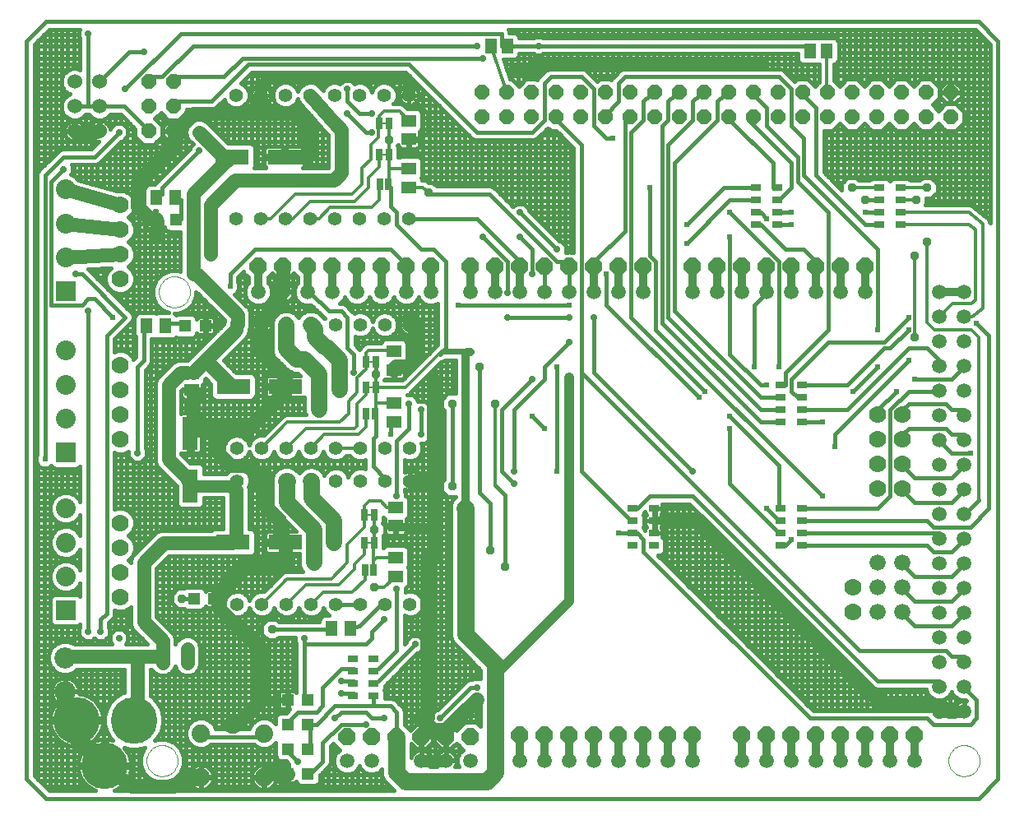
<source format=gtl>
G75*
G70*
%OFA0B0*%
%FSLAX24Y24*%
%IPPOS*%
%LPD*%
%AMOC8*
5,1,8,0,0,1.08239X$1,22.5*
%
%ADD10C,0.0160*%
%ADD11C,0.0594*%
%ADD12C,0.0000*%
%ADD13R,0.0472X0.0472*%
%ADD14R,0.0630X0.1378*%
%ADD15R,0.0591X0.0512*%
%ADD16C,0.0700*%
%ADD17C,0.0554*%
%ADD18C,0.0600*%
%ADD19R,0.1378X0.0630*%
%ADD20C,0.1890*%
%ADD21C,0.0560*%
%ADD22R,0.0512X0.0591*%
%ADD23R,0.0800X0.0800*%
%ADD24C,0.0800*%
%ADD25C,0.0860*%
%ADD26C,0.0740*%
%ADD27R,0.0433X0.0295*%
%ADD28OC8,0.0700*%
%ADD29C,0.0660*%
%ADD30OC8,0.0600*%
%ADD31C,0.0080*%
%ADD32R,0.0250X0.0500*%
%ADD33C,0.0700*%
%ADD34C,0.0500*%
%ADD35C,0.0120*%
%ADD36C,0.0600*%
%ADD37C,0.0320*%
%ADD38C,0.0240*%
%ADD39C,0.0750*%
%ADD40OC8,0.0240*%
%ADD41C,0.0240*%
%ADD42R,0.0356X0.0356*%
%ADD43OC8,0.0356*%
%ADD44C,0.0660*%
%ADD45C,0.0400*%
D10*
X003160Y001147D02*
X003947Y000359D01*
X041743Y000359D01*
X042530Y001147D01*
X042530Y031068D01*
X041743Y031855D01*
X003947Y031855D01*
X003160Y031068D01*
X003160Y001147D01*
X003480Y001279D02*
X003480Y030935D01*
X004080Y031535D01*
X005327Y031535D01*
X005300Y031508D01*
X005300Y031210D01*
X005340Y031170D01*
X005340Y029902D01*
X005233Y029946D01*
X005018Y029946D01*
X004820Y029864D01*
X004668Y029712D01*
X004586Y029513D01*
X004586Y029299D01*
X004668Y029100D01*
X004820Y028948D01*
X004922Y028906D01*
X004820Y028864D01*
X004668Y028712D01*
X004586Y028513D01*
X004586Y028299D01*
X004668Y028100D01*
X004820Y027948D01*
X005018Y027866D01*
X005233Y027866D01*
X005432Y027948D01*
X005570Y028086D01*
X005682Y028086D01*
X005820Y027948D01*
X006018Y027866D01*
X006233Y027866D01*
X006432Y027948D01*
X006570Y028086D01*
X006981Y028086D01*
X007570Y027497D01*
X007570Y027186D01*
X007886Y026869D01*
X008334Y026869D01*
X008650Y027186D01*
X008650Y027633D01*
X008374Y027909D01*
X008610Y028146D01*
X008886Y027869D01*
X009334Y027869D01*
X009650Y028186D01*
X009650Y028289D01*
X010724Y028289D01*
X010841Y028338D01*
X011177Y028674D01*
X011222Y028566D01*
X011367Y028421D01*
X011557Y028342D01*
X011763Y028342D01*
X011953Y028421D01*
X012098Y028566D01*
X012177Y028756D01*
X012177Y028962D01*
X012098Y029152D01*
X011953Y029298D01*
X011845Y029342D01*
X012293Y029789D01*
X018527Y029789D01*
X021139Y027178D01*
X021229Y027088D01*
X021346Y027039D01*
X023724Y027039D01*
X023841Y027088D01*
X024290Y027537D01*
X024393Y027433D01*
X024633Y027433D01*
X025340Y026727D01*
X025340Y022499D01*
X025244Y022499D01*
X025220Y022509D01*
X025100Y022509D01*
X025076Y022499D01*
X025020Y022499D01*
X025020Y022758D01*
X024809Y022969D01*
X024753Y022969D01*
X023520Y024202D01*
X023520Y024258D01*
X023309Y024469D01*
X023011Y024469D01*
X022882Y024340D01*
X022181Y025040D01*
X022091Y025130D01*
X021974Y025179D01*
X019781Y025179D01*
X019633Y025327D01*
X019466Y025327D01*
X019404Y025389D01*
X019294Y025435D01*
X019195Y025435D01*
X019195Y025439D01*
X019166Y025509D01*
X019195Y025580D01*
X019195Y026187D01*
X019159Y026275D01*
X019091Y026343D01*
X019003Y026379D01*
X018317Y026379D01*
X018229Y026343D01*
X018225Y026339D01*
X018225Y026757D01*
X018203Y026811D01*
X018235Y026843D01*
X018235Y026812D01*
X018244Y026779D01*
X018261Y026749D01*
X018285Y026725D01*
X018315Y026708D01*
X018348Y026699D01*
X018612Y026699D01*
X018612Y027037D01*
X018708Y027037D01*
X018708Y026699D01*
X018972Y026699D01*
X019005Y026708D01*
X019035Y026725D01*
X019059Y026749D01*
X019076Y026779D01*
X019085Y026812D01*
X019085Y027037D01*
X018708Y027037D01*
X018708Y027133D01*
X019085Y027133D01*
X019085Y027358D01*
X019082Y027370D01*
X019091Y027374D01*
X019159Y027441D01*
X019195Y027530D01*
X019195Y028137D01*
X019159Y028225D01*
X019091Y028293D01*
X019003Y028329D01*
X018588Y028329D01*
X018454Y028464D01*
X018344Y028509D01*
X018041Y028509D01*
X018098Y028566D01*
X018177Y028756D01*
X018177Y028962D01*
X018098Y029152D01*
X017953Y029298D01*
X017763Y029376D01*
X017557Y029376D01*
X017367Y029298D01*
X017222Y029152D01*
X017160Y029003D01*
X017098Y029152D01*
X016953Y029298D01*
X016763Y029376D01*
X016557Y029376D01*
X016447Y029331D01*
X016309Y029469D01*
X016011Y029469D01*
X015873Y029331D01*
X015763Y029376D01*
X015557Y029376D01*
X015367Y029298D01*
X015222Y029152D01*
X015181Y029053D01*
X015102Y029143D01*
X015098Y029152D01*
X015067Y029183D01*
X014985Y029278D01*
X014960Y029291D01*
X014953Y029298D01*
X014912Y029314D01*
X014799Y029371D01*
X014772Y029373D01*
X014763Y029376D01*
X014719Y029376D01*
X014593Y029385D01*
X014567Y029376D01*
X014557Y029376D01*
X014516Y029359D01*
X014397Y029319D01*
X014376Y029301D01*
X014367Y029298D01*
X014336Y029266D01*
X014241Y029184D01*
X014228Y029159D01*
X014222Y029152D01*
X014205Y029111D01*
X014156Y029013D01*
X014098Y029152D01*
X013953Y029298D01*
X013763Y029376D01*
X013557Y029376D01*
X013367Y029298D01*
X013222Y029152D01*
X013143Y028962D01*
X013143Y028756D01*
X013222Y028566D01*
X013367Y028421D01*
X013557Y028342D01*
X013763Y028342D01*
X013953Y028421D01*
X014098Y028566D01*
X014160Y028715D01*
X014200Y028596D01*
X014218Y028575D01*
X014222Y028566D01*
X014253Y028535D01*
X015212Y027432D01*
X015219Y027415D01*
X015279Y027354D01*
X015335Y027290D01*
X015352Y027282D01*
X015390Y027244D01*
X015390Y025929D01*
X014373Y025929D01*
X014392Y025940D01*
X014416Y025964D01*
X014433Y025994D01*
X014442Y026027D01*
X014442Y026282D01*
X013700Y026282D01*
X013700Y026437D01*
X013546Y026437D01*
X013546Y026804D01*
X012917Y026804D01*
X012884Y026795D01*
X012854Y026778D01*
X012830Y026754D01*
X012813Y026724D01*
X012804Y026691D01*
X012804Y026437D01*
X013546Y026437D01*
X013546Y026282D01*
X012804Y026282D01*
X012804Y026027D01*
X012813Y025994D01*
X012830Y025964D01*
X012854Y025940D01*
X012873Y025929D01*
X012398Y025929D01*
X012426Y025996D01*
X012426Y026722D01*
X012389Y026810D01*
X012322Y026878D01*
X012234Y026914D01*
X011340Y026914D01*
X010455Y027800D01*
X010263Y027879D01*
X010057Y027879D01*
X009865Y027800D01*
X009719Y027654D01*
X009640Y027463D01*
X009640Y028176D01*
X009650Y028199D02*
X014545Y028199D01*
X014440Y028320D02*
X014440Y026699D01*
X014442Y026691D02*
X014433Y026724D01*
X014416Y026754D01*
X014392Y026778D01*
X014362Y026795D01*
X014329Y026804D01*
X013700Y026804D01*
X013700Y026437D01*
X014442Y026437D01*
X014442Y026691D01*
X014411Y026759D02*
X015390Y026759D01*
X015390Y026519D02*
X014442Y026519D01*
X014440Y026437D02*
X014440Y026282D01*
X014442Y026279D02*
X015390Y026279D01*
X015390Y026039D02*
X014442Y026039D01*
X014440Y026020D02*
X014440Y025929D01*
X014680Y025929D02*
X014680Y028044D01*
X014754Y027959D02*
X009424Y027959D01*
X009400Y027936D02*
X009400Y027727D01*
X009408Y027719D02*
X009785Y027719D01*
X009880Y027806D02*
X009880Y028289D01*
X010120Y028289D02*
X010120Y027879D01*
X010360Y027839D02*
X010360Y028289D01*
X010600Y028289D02*
X010600Y027655D01*
X010535Y027719D02*
X014962Y027719D01*
X014920Y027768D02*
X014920Y025929D01*
X015160Y025929D02*
X015160Y027492D01*
X015171Y027479D02*
X010775Y027479D01*
X010840Y027415D02*
X010840Y028337D01*
X010943Y028439D02*
X011349Y028439D01*
X011320Y028468D02*
X011320Y026935D01*
X011255Y026999D02*
X015390Y026999D01*
X015390Y027239D02*
X011015Y027239D01*
X011080Y027175D02*
X011080Y028577D01*
X010660Y028609D02*
X012160Y030109D01*
X018660Y030109D01*
X021410Y027359D01*
X023660Y027359D01*
X024160Y027859D01*
X024160Y029359D01*
X024410Y029609D01*
X025660Y029609D01*
X026160Y029109D01*
X026160Y027609D01*
X026660Y027109D01*
X026910Y027109D01*
X027660Y027359D02*
X028160Y027859D01*
X028160Y028609D01*
X028410Y028859D01*
X028617Y028973D01*
X029160Y028609D02*
X029410Y028859D01*
X029617Y028973D01*
X029160Y028609D02*
X029160Y027859D01*
X028910Y027609D01*
X028910Y019609D01*
X032910Y015609D01*
X033739Y015609D01*
X033739Y016109D02*
X032910Y016109D01*
X029160Y019859D01*
X029160Y026859D01*
X030160Y027859D01*
X030160Y028609D01*
X030410Y028859D01*
X030617Y028973D01*
X031160Y028609D02*
X031410Y028859D01*
X031617Y028973D01*
X031160Y028609D02*
X031160Y027859D01*
X029410Y026109D01*
X029410Y020109D01*
X032910Y016609D01*
X033739Y016609D01*
X034160Y016859D02*
X034160Y017359D01*
X035660Y018859D01*
X037910Y018859D01*
X038910Y019859D01*
X038910Y019359D02*
X038160Y018609D01*
X037910Y018609D01*
X036410Y017109D01*
X034581Y017109D01*
X034160Y016859D02*
X034410Y016609D01*
X034581Y016609D01*
X034581Y016109D02*
X036410Y016109D01*
X038910Y018609D01*
X039660Y018609D01*
X040160Y018109D01*
X040160Y017891D01*
X040660Y017359D02*
X041160Y017859D01*
X041160Y017891D01*
X040660Y017359D02*
X039160Y017359D01*
X038910Y016859D02*
X040160Y016859D01*
X040160Y016891D01*
X040410Y016359D02*
X038910Y016359D01*
X038660Y016109D01*
X038660Y015909D01*
X038160Y016109D02*
X038910Y016859D01*
X038410Y016859D02*
X037660Y016109D01*
X037660Y015909D01*
X038160Y016109D02*
X038160Y012609D01*
X037660Y012109D01*
X034581Y012109D01*
X035410Y012609D02*
X028660Y019359D01*
X028660Y022109D01*
X028410Y022359D01*
X028410Y025109D01*
X029910Y023609D02*
X031410Y025109D01*
X032739Y025109D01*
X032739Y024609D02*
X031660Y024609D01*
X029910Y022859D01*
X031660Y023109D02*
X031660Y018359D01*
X032910Y017109D01*
X033160Y017109D01*
X033739Y017109D02*
X033910Y017109D01*
X033910Y017609D01*
X035660Y019359D01*
X035660Y024109D01*
X034410Y025359D01*
X034410Y026359D01*
X033160Y027609D01*
X033160Y028359D01*
X032660Y028859D01*
X032617Y028973D01*
X032680Y029929D02*
X032680Y030539D01*
X032440Y030539D02*
X032440Y029929D01*
X032200Y029929D02*
X032200Y030539D01*
X031960Y030539D02*
X031960Y029929D01*
X031720Y029929D02*
X031720Y030539D01*
X031480Y030539D02*
X031480Y029929D01*
X031240Y029929D02*
X031240Y030539D01*
X031000Y030539D02*
X031000Y029929D01*
X030760Y029929D02*
X030760Y030539D01*
X030520Y030539D02*
X030520Y029929D01*
X030280Y029929D02*
X030280Y030539D01*
X030040Y030539D02*
X030040Y029929D01*
X029800Y029929D02*
X029800Y030539D01*
X029560Y030539D02*
X029560Y029929D01*
X029320Y029929D02*
X029320Y030539D01*
X029080Y030539D02*
X029080Y029929D01*
X028840Y029929D02*
X028840Y030539D01*
X028600Y030539D02*
X028600Y029929D01*
X028360Y029929D02*
X028360Y030539D01*
X028120Y030539D02*
X028120Y029929D01*
X027880Y029929D02*
X027880Y030539D01*
X027640Y030539D02*
X027640Y029929D01*
X027400Y029929D02*
X027400Y030539D01*
X027160Y030539D02*
X027160Y029812D01*
X027227Y029879D02*
X025843Y029879D01*
X025841Y029880D02*
X025724Y029929D01*
X024346Y029929D01*
X024229Y029880D01*
X024139Y029790D01*
X023889Y029540D01*
X023867Y029487D01*
X023840Y029513D01*
X023393Y029513D01*
X023117Y029237D01*
X022840Y029513D01*
X022840Y030324D01*
X022948Y030324D02*
X023036Y030360D01*
X023104Y030428D01*
X023141Y030516D01*
X023141Y030539D01*
X023721Y030539D01*
X023761Y030499D01*
X024059Y030499D01*
X024099Y030539D01*
X034429Y030539D01*
X034429Y030316D01*
X034466Y030228D01*
X034533Y030160D01*
X034622Y030124D01*
X035229Y030124D01*
X035260Y030137D01*
X035291Y030124D01*
X035295Y030124D01*
X035295Y029415D01*
X035117Y029237D01*
X034840Y029513D01*
X034840Y030124D01*
X035080Y030124D02*
X035080Y029274D01*
X034955Y029399D02*
X035279Y029399D01*
X035295Y029639D02*
X034083Y029639D01*
X034120Y029602D02*
X034120Y030539D01*
X033880Y030539D02*
X033880Y029842D01*
X033843Y029879D02*
X035295Y029879D01*
X035295Y030119D02*
X022549Y030119D01*
X022600Y029972D02*
X022600Y030324D01*
X022478Y030324D02*
X022948Y030324D01*
X023033Y030359D02*
X034429Y030359D01*
X034360Y030539D02*
X034360Y029480D01*
X034393Y029513D02*
X034301Y029421D01*
X033931Y029790D01*
X033841Y029880D01*
X033724Y029929D01*
X027346Y029929D01*
X027229Y029880D01*
X026979Y029630D01*
X026889Y029540D01*
X026867Y029487D01*
X026840Y029513D01*
X026393Y029513D01*
X026301Y029421D01*
X025931Y029790D01*
X025931Y029790D01*
X025841Y029880D01*
X025720Y029929D02*
X025720Y030539D01*
X025960Y030539D02*
X025960Y029762D01*
X026083Y029639D02*
X026987Y029639D01*
X026920Y029572D02*
X026920Y030539D01*
X026680Y030539D02*
X026680Y029513D01*
X026440Y029513D02*
X026440Y030539D01*
X026200Y030539D02*
X026200Y029522D01*
X025480Y029929D02*
X025480Y030539D01*
X025240Y030539D02*
X025240Y029929D01*
X025000Y029929D02*
X025000Y030539D01*
X024760Y030539D02*
X024760Y029929D01*
X024520Y029929D02*
X024520Y030539D01*
X024280Y030539D02*
X024280Y029902D01*
X024227Y029879D02*
X022632Y029879D01*
X022715Y029639D02*
X023987Y029639D01*
X024040Y029692D02*
X024040Y030499D01*
X023800Y030499D02*
X023800Y029513D01*
X023560Y029513D02*
X023560Y030539D01*
X023320Y030539D02*
X023320Y029440D01*
X023279Y029399D02*
X022955Y029399D01*
X022840Y029513D02*
X022759Y029513D01*
X022478Y030324D01*
X022410Y030859D02*
X022645Y030859D01*
X023910Y030859D01*
X034910Y030859D01*
X034925Y030659D01*
X034840Y031194D02*
X034840Y031535D01*
X034600Y031535D02*
X034600Y031185D01*
X034585Y031179D02*
X024099Y031179D01*
X024059Y031219D01*
X023761Y031219D01*
X023721Y031179D01*
X023141Y031179D01*
X023141Y031202D01*
X023104Y031290D01*
X023036Y031358D01*
X022948Y031394D01*
X022730Y031394D01*
X022730Y031423D01*
X022683Y031535D01*
X041610Y031535D01*
X042210Y030935D01*
X042210Y023673D01*
X042210Y023674D01*
X042210Y023719D01*
X042204Y023733D01*
X042203Y023748D01*
X042181Y023788D01*
X042164Y023829D01*
X042153Y023840D01*
X042146Y023854D01*
X042112Y023882D01*
X042080Y023914D01*
X042066Y023919D01*
X041562Y024332D01*
X041530Y024364D01*
X041516Y024369D01*
X041504Y024379D01*
X041461Y024392D01*
X041420Y024409D01*
X041404Y024409D01*
X041390Y024414D01*
X041345Y024409D01*
X039601Y024409D01*
X039628Y024436D01*
X039628Y024691D01*
X039833Y024691D01*
X040078Y024936D01*
X040078Y025282D01*
X039833Y025527D01*
X039487Y025527D01*
X039369Y025409D01*
X038985Y025409D01*
X038934Y025460D01*
X038846Y025497D01*
X038317Y025497D01*
X038229Y025460D01*
X038161Y025393D01*
X038160Y025390D01*
X038159Y025393D01*
X038091Y025460D01*
X038003Y025497D01*
X037474Y025497D01*
X037386Y025460D01*
X037335Y025409D01*
X036901Y025409D01*
X036783Y025527D01*
X036437Y025527D01*
X036192Y025282D01*
X036192Y025030D01*
X035480Y025742D01*
X035480Y027433D01*
X035840Y027433D01*
X036117Y027710D01*
X036393Y027433D01*
X036840Y027433D01*
X037117Y027710D01*
X037393Y027433D01*
X037840Y027433D01*
X038117Y027710D01*
X038393Y027433D01*
X038840Y027433D01*
X039117Y027710D01*
X039393Y027433D01*
X039840Y027433D01*
X040117Y027710D01*
X040393Y027433D01*
X040840Y027433D01*
X040840Y024409D01*
X041080Y024409D02*
X041080Y027673D01*
X041126Y027719D02*
X042210Y027719D01*
X042210Y027479D02*
X040886Y027479D01*
X040840Y027433D02*
X041157Y027750D01*
X041157Y028197D01*
X040840Y028513D01*
X040840Y028589D01*
X040795Y028543D02*
X041047Y028795D01*
X041047Y028953D01*
X040637Y028953D01*
X040637Y028993D01*
X041047Y028993D01*
X041047Y029151D01*
X040795Y029403D01*
X040637Y029403D01*
X040637Y028993D01*
X040597Y028993D01*
X040597Y028953D01*
X040637Y028953D01*
X040637Y028543D01*
X040795Y028543D01*
X040840Y028513D02*
X040393Y028513D01*
X040117Y028237D01*
X039880Y028473D01*
X040157Y028750D01*
X040157Y029197D01*
X039840Y029513D01*
X039393Y029513D01*
X039117Y029237D01*
X038840Y029513D01*
X038393Y029513D01*
X038117Y029237D01*
X037840Y029513D01*
X037393Y029513D01*
X037117Y029237D01*
X036840Y029513D01*
X036393Y029513D01*
X036117Y029237D01*
X035895Y029459D01*
X035895Y030124D01*
X035898Y030124D01*
X035986Y030160D01*
X036054Y030228D01*
X036091Y030316D01*
X036091Y031002D01*
X036054Y031090D01*
X035986Y031158D01*
X035898Y031194D01*
X035291Y031194D01*
X035260Y031182D01*
X035229Y031194D01*
X034622Y031194D01*
X034585Y031179D01*
X034360Y031179D02*
X034360Y031535D01*
X034120Y031535D02*
X034120Y031179D01*
X033880Y031179D02*
X033880Y031535D01*
X033640Y031535D02*
X033640Y031179D01*
X033400Y031179D02*
X033400Y031535D01*
X033160Y031535D02*
X033160Y031179D01*
X032920Y031179D02*
X032920Y031535D01*
X032680Y031535D02*
X032680Y031179D01*
X032440Y031179D02*
X032440Y031535D01*
X032200Y031535D02*
X032200Y031179D01*
X031960Y031179D02*
X031960Y031535D01*
X031720Y031535D02*
X031720Y031179D01*
X031480Y031179D02*
X031480Y031535D01*
X031240Y031535D02*
X031240Y031179D01*
X031000Y031179D02*
X031000Y031535D01*
X030760Y031535D02*
X030760Y031179D01*
X030520Y031179D02*
X030520Y031535D01*
X030280Y031535D02*
X030280Y031179D01*
X030040Y031179D02*
X030040Y031535D01*
X029800Y031535D02*
X029800Y031179D01*
X029560Y031179D02*
X029560Y031535D01*
X029320Y031535D02*
X029320Y031179D01*
X029080Y031179D02*
X029080Y031535D01*
X028840Y031535D02*
X028840Y031179D01*
X028600Y031179D02*
X028600Y031535D01*
X028360Y031535D02*
X028360Y031179D01*
X028120Y031179D02*
X028120Y031535D01*
X027880Y031535D02*
X027880Y031179D01*
X027640Y031179D02*
X027640Y031535D01*
X027400Y031535D02*
X027400Y031179D01*
X027160Y031179D02*
X027160Y031535D01*
X026920Y031535D02*
X026920Y031179D01*
X026680Y031179D02*
X026680Y031535D01*
X026440Y031535D02*
X026440Y031179D01*
X026200Y031179D02*
X026200Y031535D01*
X025960Y031535D02*
X025960Y031179D01*
X025720Y031179D02*
X025720Y031535D01*
X025480Y031535D02*
X025480Y031179D01*
X025240Y031179D02*
X025240Y031535D01*
X025000Y031535D02*
X025000Y031179D01*
X024760Y031179D02*
X024760Y031535D01*
X024520Y031535D02*
X024520Y031179D01*
X024280Y031179D02*
X024280Y031535D01*
X024040Y031535D02*
X024040Y031219D01*
X023800Y031219D02*
X023800Y031535D01*
X023560Y031535D02*
X023560Y031179D01*
X023320Y031179D02*
X023320Y031535D01*
X023080Y031535D02*
X023080Y031314D01*
X023075Y031319D02*
X041826Y031319D01*
X041800Y031345D02*
X041800Y024137D01*
X041822Y024119D02*
X042210Y024119D01*
X042210Y023879D02*
X042115Y023879D01*
X042040Y023940D02*
X042040Y031105D01*
X042066Y031079D02*
X036059Y031079D01*
X036040Y031104D02*
X036040Y031535D01*
X036280Y031535D02*
X036280Y029400D01*
X036279Y029399D02*
X035955Y029399D01*
X036040Y029314D02*
X036040Y030214D01*
X036091Y030359D02*
X042210Y030359D01*
X042210Y030119D02*
X035895Y030119D01*
X035895Y029879D02*
X042210Y029879D01*
X042210Y029639D02*
X035895Y029639D01*
X036520Y029513D02*
X036520Y031535D01*
X036760Y031535D02*
X036760Y029513D01*
X036955Y029399D02*
X037279Y029399D01*
X037240Y029360D02*
X037240Y031535D01*
X037480Y031535D02*
X037480Y029513D01*
X037720Y029513D02*
X037720Y031535D01*
X037960Y031535D02*
X037960Y029394D01*
X037955Y029399D02*
X038279Y029399D01*
X038200Y029320D02*
X038200Y031535D01*
X038440Y031535D02*
X038440Y029513D01*
X038680Y029513D02*
X038680Y031535D01*
X038920Y031535D02*
X038920Y029434D01*
X038955Y029399D02*
X039279Y029399D01*
X039400Y029513D02*
X039400Y031535D01*
X039160Y031535D02*
X039160Y029280D01*
X039640Y029513D02*
X039640Y031535D01*
X039880Y031535D02*
X039880Y029474D01*
X039955Y029399D02*
X040434Y029399D01*
X040439Y029403D02*
X040187Y029151D01*
X040187Y028993D01*
X040597Y028993D01*
X040597Y029403D01*
X040439Y029403D01*
X040360Y029325D02*
X040360Y031535D01*
X040600Y031535D02*
X040600Y028993D01*
X040600Y028953D02*
X040600Y028513D01*
X040597Y028543D02*
X040597Y028953D01*
X040187Y028953D01*
X040187Y028795D01*
X040439Y028543D01*
X040597Y028543D01*
X040597Y028679D02*
X040637Y028679D01*
X040637Y028919D02*
X040597Y028919D01*
X040360Y028953D02*
X040360Y028993D01*
X040187Y028919D02*
X040157Y028919D01*
X040120Y028713D02*
X040120Y028240D01*
X040319Y028439D02*
X039915Y028439D01*
X040086Y028679D02*
X040303Y028679D01*
X040360Y028622D02*
X040360Y028480D01*
X040915Y028439D02*
X042210Y028439D01*
X042210Y028199D02*
X041155Y028199D01*
X041080Y028274D02*
X041080Y031535D01*
X040840Y031535D02*
X040840Y029358D01*
X040799Y029399D02*
X042210Y029399D01*
X042210Y029159D02*
X041039Y029159D01*
X041047Y028919D02*
X042210Y028919D01*
X042210Y028679D02*
X040931Y028679D01*
X040840Y028953D02*
X040840Y028993D01*
X040637Y029159D02*
X040597Y029159D01*
X040597Y029399D02*
X040637Y029399D01*
X040194Y029159D02*
X040157Y029159D01*
X040120Y029234D02*
X040120Y031535D01*
X041320Y031535D02*
X041320Y024409D01*
X041534Y024359D02*
X042210Y024359D01*
X042210Y024599D02*
X039628Y024599D01*
X039640Y024691D02*
X039640Y024409D01*
X039880Y024409D02*
X039880Y024738D01*
X039981Y024839D02*
X042210Y024839D01*
X042210Y025079D02*
X040078Y025079D01*
X040041Y025319D02*
X042210Y025319D01*
X042210Y025559D02*
X035663Y025559D01*
X035560Y025662D02*
X035560Y027433D01*
X035480Y027239D02*
X042210Y027239D01*
X042210Y026999D02*
X035480Y026999D01*
X035480Y026759D02*
X042210Y026759D01*
X042210Y026519D02*
X035480Y026519D01*
X035480Y026279D02*
X042210Y026279D01*
X042210Y026039D02*
X035480Y026039D01*
X035480Y025799D02*
X042210Y025799D01*
X040600Y024409D02*
X040600Y027433D01*
X040360Y027466D02*
X040360Y024409D01*
X040120Y024409D02*
X040120Y027706D01*
X040347Y027479D02*
X039886Y027479D01*
X039880Y027473D02*
X039880Y025480D01*
X039640Y025527D02*
X039640Y027433D01*
X039400Y027433D02*
X039400Y025440D01*
X039160Y025409D02*
X039160Y027666D01*
X039347Y027479D02*
X038886Y027479D01*
X038920Y027513D02*
X038920Y025466D01*
X038680Y025497D02*
X038680Y027433D01*
X038440Y027433D02*
X038440Y025497D01*
X038200Y025432D02*
X038200Y027626D01*
X038347Y027479D02*
X037886Y027479D01*
X037960Y027553D02*
X037960Y025497D01*
X037720Y025497D02*
X037720Y027433D01*
X037480Y027433D02*
X037480Y025497D01*
X037240Y025409D02*
X037240Y027586D01*
X037347Y027479D02*
X036886Y027479D01*
X036760Y027433D02*
X036760Y025527D01*
X036520Y025527D02*
X036520Y027433D01*
X036347Y027479D02*
X035886Y027479D01*
X035800Y027433D02*
X035800Y025422D01*
X035903Y025319D02*
X036229Y025319D01*
X036280Y025370D02*
X036280Y027546D01*
X036040Y027633D02*
X036040Y025182D01*
X036143Y025079D02*
X036192Y025079D01*
X037000Y025409D02*
X037000Y027593D01*
X035160Y028359D02*
X034660Y028859D01*
X034617Y028973D01*
X034160Y029109D02*
X033660Y029609D01*
X027410Y029609D01*
X027160Y029359D01*
X027160Y028609D01*
X026610Y028059D01*
X026617Y027973D01*
X027410Y027859D02*
X027617Y027973D01*
X027410Y027859D02*
X027410Y023359D01*
X026160Y022109D01*
X026160Y021909D01*
X026660Y021609D02*
X026660Y020359D01*
X030410Y016609D01*
X030660Y016859D02*
X027660Y019859D01*
X027660Y027359D01*
X025660Y026859D02*
X024660Y027859D01*
X024617Y027973D01*
X024520Y027433D02*
X024520Y023202D01*
X024563Y023159D02*
X025340Y023159D01*
X025340Y022919D02*
X024859Y022919D01*
X024760Y022969D02*
X024760Y027307D01*
X024827Y027239D02*
X023993Y027239D01*
X024040Y027287D02*
X024040Y023682D01*
X024083Y023639D02*
X025340Y023639D01*
X025340Y023399D02*
X024323Y023399D01*
X024280Y023442D02*
X024280Y027527D01*
X024233Y027479D02*
X024347Y027479D01*
X023800Y027071D02*
X023800Y023922D01*
X023843Y023879D02*
X025340Y023879D01*
X025340Y024119D02*
X023603Y024119D01*
X023560Y024162D02*
X023560Y027039D01*
X023320Y027039D02*
X023320Y024458D01*
X023419Y024359D02*
X025340Y024359D01*
X025340Y024599D02*
X022623Y024599D01*
X022600Y024622D02*
X022600Y027039D01*
X022360Y027039D02*
X022360Y024862D01*
X022383Y024839D02*
X025340Y024839D01*
X025340Y025079D02*
X022143Y025079D01*
X022120Y025102D02*
X022120Y027039D01*
X021880Y027039D02*
X021880Y025179D01*
X021640Y025179D02*
X021640Y027039D01*
X021400Y027039D02*
X021400Y025179D01*
X021160Y025179D02*
X021160Y027157D01*
X021077Y027239D02*
X019085Y027239D01*
X019000Y027133D02*
X019000Y027037D01*
X019085Y026999D02*
X025067Y026999D01*
X025000Y027067D02*
X025000Y022778D01*
X025020Y022679D02*
X025340Y022679D01*
X025240Y022501D02*
X025240Y026827D01*
X025307Y026759D02*
X019065Y026759D01*
X019000Y026707D02*
X019000Y026379D01*
X019155Y026279D02*
X025340Y026279D01*
X025340Y026039D02*
X019195Y026039D01*
X019195Y025799D02*
X025340Y025799D01*
X025340Y025559D02*
X019187Y025559D01*
X019240Y025435D02*
X019240Y029077D01*
X019157Y029159D02*
X018936Y029159D01*
X018925Y029170D02*
X018873Y029207D01*
X018816Y029237D01*
X018755Y029256D01*
X018692Y029266D01*
X018669Y029266D01*
X018669Y028868D01*
X019067Y028868D01*
X019067Y028891D01*
X019057Y028955D01*
X019037Y029015D01*
X019008Y029073D01*
X018971Y029124D01*
X018925Y029170D01*
X019000Y029084D02*
X019000Y029317D01*
X018917Y029399D02*
X016379Y029399D01*
X016360Y029418D02*
X016360Y029789D01*
X016120Y029789D02*
X016120Y029469D01*
X015941Y029399D02*
X011903Y029399D01*
X012040Y029537D02*
X012040Y029211D01*
X012091Y029159D02*
X012384Y029159D01*
X012395Y029170D02*
X012349Y029124D01*
X012312Y029073D01*
X012283Y029015D01*
X012263Y028955D01*
X012253Y028891D01*
X012253Y028868D01*
X012651Y028868D01*
X012651Y028851D01*
X012253Y028851D01*
X012253Y028827D01*
X012263Y028764D01*
X012283Y028703D01*
X012312Y028646D01*
X012349Y028594D01*
X012395Y028549D01*
X012447Y028511D01*
X012504Y028482D01*
X012565Y028462D01*
X012628Y028452D01*
X012651Y028452D01*
X012651Y028851D01*
X012669Y028851D01*
X012669Y028868D01*
X013067Y028868D01*
X013067Y028891D01*
X013057Y028955D01*
X013037Y029015D01*
X013008Y029073D01*
X012971Y029124D01*
X012925Y029170D01*
X012873Y029207D01*
X012816Y029237D01*
X012755Y029256D01*
X012692Y029266D01*
X012669Y029266D01*
X012669Y028868D01*
X012651Y028868D01*
X012651Y029266D01*
X012628Y029266D01*
X012565Y029256D01*
X012504Y029237D01*
X012447Y029207D01*
X012395Y029170D01*
X012520Y029242D02*
X012520Y029789D01*
X012760Y029789D02*
X012760Y029255D01*
X012669Y029159D02*
X012651Y029159D01*
X012651Y028919D02*
X012669Y028919D01*
X012669Y028851D02*
X013067Y028851D01*
X013067Y028827D01*
X013057Y028764D01*
X013037Y028703D01*
X013008Y028646D01*
X012971Y028594D01*
X012925Y028549D01*
X012873Y028511D01*
X012816Y028482D01*
X012755Y028462D01*
X012692Y028452D01*
X012669Y028452D01*
X012669Y028851D01*
X012760Y028851D02*
X012760Y028868D01*
X012669Y028679D02*
X012651Y028679D01*
X012520Y028851D02*
X012520Y028868D01*
X012280Y028851D02*
X012280Y028868D01*
X012257Y028919D02*
X012177Y028919D01*
X012280Y029007D02*
X012280Y029777D01*
X012143Y029639D02*
X018677Y029639D01*
X018760Y029557D02*
X018760Y029255D01*
X018651Y029266D02*
X018628Y029266D01*
X018565Y029256D01*
X018504Y029237D01*
X018447Y029207D01*
X018395Y029170D01*
X018349Y029124D01*
X018312Y029073D01*
X018283Y029015D01*
X018263Y028955D01*
X018253Y028891D01*
X018253Y028868D01*
X018651Y028868D01*
X018651Y028851D01*
X018253Y028851D01*
X018253Y028827D01*
X018263Y028764D01*
X018283Y028703D01*
X018312Y028646D01*
X018349Y028594D01*
X018395Y028549D01*
X018447Y028511D01*
X018504Y028482D01*
X018565Y028462D01*
X018628Y028452D01*
X018651Y028452D01*
X018651Y028851D01*
X018669Y028851D01*
X018669Y028868D01*
X018651Y028868D01*
X018651Y029266D01*
X018651Y029159D02*
X018669Y029159D01*
X018520Y029242D02*
X018520Y029789D01*
X018280Y029789D02*
X018280Y029007D01*
X018257Y028919D02*
X018177Y028919D01*
X018280Y028868D02*
X018280Y028851D01*
X018280Y028711D02*
X018280Y028509D01*
X018295Y028679D02*
X018145Y028679D01*
X018478Y028439D02*
X019877Y028439D01*
X019960Y028357D02*
X019960Y025179D01*
X020200Y025179D02*
X020200Y028117D01*
X020117Y028199D02*
X019169Y028199D01*
X019000Y028329D02*
X019000Y028634D01*
X019008Y028646D02*
X018971Y028594D01*
X018925Y028549D01*
X018873Y028511D01*
X018816Y028482D01*
X018755Y028462D01*
X018692Y028452D01*
X018669Y028452D01*
X018669Y028851D01*
X019067Y028851D01*
X019067Y028827D01*
X019057Y028764D01*
X019037Y028703D01*
X019008Y028646D01*
X019025Y028679D02*
X019637Y028679D01*
X019720Y028597D02*
X019720Y025240D01*
X019641Y025319D02*
X025340Y025319D01*
X025340Y026519D02*
X018225Y026519D01*
X018280Y026364D02*
X018280Y026730D01*
X018255Y026759D02*
X018224Y026759D01*
X018520Y026699D02*
X018520Y026379D01*
X018760Y026379D02*
X018760Y026699D01*
X018708Y026759D02*
X018612Y026759D01*
X018612Y026999D02*
X018708Y026999D01*
X018760Y027037D02*
X018760Y027133D01*
X019174Y027479D02*
X020837Y027479D01*
X020920Y027397D02*
X020920Y025179D01*
X020680Y025179D02*
X020680Y027637D01*
X020597Y027719D02*
X019195Y027719D01*
X019195Y027959D02*
X020357Y027959D01*
X020440Y027877D02*
X020440Y025179D01*
X019480Y025327D02*
X019480Y028837D01*
X019397Y028919D02*
X019063Y028919D01*
X019000Y028868D02*
X019000Y028851D01*
X018760Y028851D02*
X018760Y028868D01*
X018669Y028919D02*
X018651Y028919D01*
X018520Y028868D02*
X018520Y028851D01*
X018651Y028679D02*
X018669Y028679D01*
X018760Y028464D02*
X018760Y028329D01*
X018520Y028397D02*
X018520Y028477D01*
X018384Y029159D02*
X018091Y029159D01*
X018040Y029211D02*
X018040Y029789D01*
X017800Y029789D02*
X017800Y029361D01*
X017560Y029376D02*
X017560Y029789D01*
X017320Y029789D02*
X017320Y029251D01*
X017229Y029159D02*
X017091Y029159D01*
X017080Y029171D02*
X017080Y029789D01*
X016840Y029789D02*
X016840Y029344D01*
X016600Y029376D02*
X016600Y029789D01*
X015880Y029789D02*
X015880Y029338D01*
X015640Y029376D02*
X015640Y029789D01*
X015400Y029789D02*
X015400Y029311D01*
X015229Y029159D02*
X015091Y029159D01*
X015160Y029077D02*
X015160Y029789D01*
X014920Y029789D02*
X014920Y029311D01*
X014680Y029379D02*
X014680Y029789D01*
X014440Y029789D02*
X014440Y029334D01*
X014229Y029159D02*
X014091Y029159D01*
X014200Y029102D02*
X014200Y029789D01*
X013960Y029789D02*
X013960Y029291D01*
X013720Y029376D02*
X013720Y029789D01*
X013480Y029789D02*
X013480Y029344D01*
X013240Y029171D02*
X013240Y029789D01*
X013000Y029789D02*
X013000Y029084D01*
X012936Y029159D02*
X013229Y029159D01*
X013143Y028919D02*
X013063Y028919D01*
X013000Y028868D02*
X013000Y028851D01*
X013025Y028679D02*
X013175Y028679D01*
X013240Y028548D02*
X013240Y026804D01*
X013000Y026804D02*
X013000Y028634D01*
X012760Y028464D02*
X012760Y025929D01*
X012804Y026039D02*
X012426Y026039D01*
X012520Y025929D02*
X012520Y028477D01*
X012295Y028679D02*
X012145Y028679D01*
X012280Y028711D02*
X012280Y026895D01*
X012411Y026759D02*
X012835Y026759D01*
X012804Y026519D02*
X012426Y026519D01*
X012426Y026279D02*
X012804Y026279D01*
X013000Y026282D02*
X013000Y026437D01*
X013240Y026437D02*
X013240Y026282D01*
X013480Y026282D02*
X013480Y026437D01*
X013546Y026519D02*
X013700Y026519D01*
X013720Y026437D02*
X013720Y026282D01*
X013960Y026282D02*
X013960Y026437D01*
X014200Y026437D02*
X014200Y026282D01*
X014200Y026804D02*
X014200Y028596D01*
X014172Y028679D02*
X014145Y028679D01*
X013971Y028439D02*
X014336Y028439D01*
X013960Y028428D02*
X013960Y026804D01*
X013720Y026804D02*
X013720Y028342D01*
X013480Y028374D02*
X013480Y026804D01*
X013546Y026759D02*
X013700Y026759D01*
X012040Y026914D02*
X012040Y028508D01*
X011971Y028439D02*
X013349Y028439D01*
X011800Y028357D02*
X011800Y026914D01*
X011560Y026914D02*
X011560Y028342D01*
X010660Y028609D02*
X009160Y028609D01*
X009110Y028409D01*
X008680Y028076D02*
X008680Y027587D01*
X008680Y027429D01*
X008680Y027389D01*
X008680Y027231D01*
X008680Y025582D01*
X008657Y025559D02*
X005149Y025559D01*
X005123Y025586D02*
X004962Y025652D01*
X005020Y025710D01*
X005020Y026008D01*
X004989Y026039D01*
X005974Y026039D01*
X009137Y026039D01*
X009160Y026062D02*
X009160Y026979D01*
X009130Y026979D02*
X009288Y026979D01*
X009540Y027231D01*
X009540Y027389D01*
X009130Y027389D01*
X009130Y026979D01*
X009130Y026999D02*
X009090Y026999D01*
X009090Y026979D02*
X009090Y027389D01*
X009130Y027389D01*
X009130Y027429D01*
X009540Y027429D01*
X009540Y027587D01*
X009288Y027839D01*
X009130Y027839D01*
X009130Y027429D01*
X009090Y027429D01*
X009090Y027389D01*
X008680Y027389D01*
X008680Y027429D02*
X009090Y027429D01*
X009090Y027839D01*
X008932Y027839D01*
X008680Y027587D01*
X008680Y027479D02*
X008650Y027479D01*
X008650Y027239D02*
X008680Y027239D01*
X008680Y027231D02*
X008932Y026979D01*
X009090Y026979D01*
X008920Y026991D02*
X008920Y025822D01*
X008897Y025799D02*
X005020Y025799D01*
X005080Y025603D02*
X005080Y026039D01*
X005320Y026039D02*
X005320Y025423D01*
X005271Y025437D02*
X005123Y025586D01*
X005271Y025437D02*
X006821Y024990D01*
X006843Y024999D01*
X007077Y024999D01*
X007294Y024909D01*
X007460Y024743D01*
X007550Y024527D01*
X007550Y024292D01*
X007460Y024075D01*
X007294Y023909D01*
X007460Y023743D01*
X007550Y023527D01*
X007550Y023292D01*
X007460Y023075D01*
X007294Y022909D01*
X007460Y022743D01*
X007550Y022527D01*
X007550Y022292D01*
X007460Y022075D01*
X007294Y021909D01*
X007460Y021743D01*
X007550Y021527D01*
X007550Y021292D01*
X007460Y021075D01*
X007294Y020909D01*
X007077Y020819D01*
X006843Y020819D01*
X006626Y020909D01*
X006460Y021075D01*
X006370Y021292D01*
X006370Y021527D01*
X006460Y021743D01*
X006584Y021868D01*
X005656Y021816D01*
X005681Y021790D01*
X007431Y020040D01*
X007480Y019923D01*
X007480Y019796D01*
X007431Y019678D01*
X007341Y019588D01*
X006730Y018977D01*
X006730Y018468D01*
X006843Y018515D01*
X007077Y018515D01*
X007294Y018425D01*
X007460Y018259D01*
X007503Y018155D01*
X007590Y018242D01*
X007590Y019065D01*
X007577Y019078D01*
X007540Y019166D01*
X007540Y019852D01*
X007577Y019940D01*
X007644Y020008D01*
X007732Y020044D01*
X008340Y020044D01*
X008410Y020015D01*
X008480Y020044D01*
X008930Y020044D01*
X008667Y020153D01*
X008423Y020398D01*
X008290Y020718D01*
X008290Y021064D01*
X008423Y021383D01*
X008667Y021628D01*
X008987Y021761D01*
X009333Y021761D01*
X009390Y021737D01*
X009390Y023333D01*
X008939Y023333D01*
X008851Y023370D01*
X008784Y023437D01*
X008751Y023517D01*
X008737Y023493D01*
X008713Y023469D01*
X008683Y023452D01*
X008650Y023443D01*
X008435Y023443D01*
X008435Y023771D01*
X008359Y023771D01*
X008359Y023443D01*
X008143Y023443D01*
X008110Y023452D01*
X008081Y023469D01*
X008056Y023493D01*
X008039Y023523D01*
X008030Y023556D01*
X008030Y023771D01*
X008358Y023771D01*
X008358Y023847D01*
X008030Y023847D01*
X008030Y024063D01*
X008039Y024096D01*
X008056Y024125D01*
X008081Y024149D01*
X008110Y024167D01*
X008138Y024174D01*
X008132Y024174D01*
X008044Y024210D01*
X007977Y024278D01*
X007940Y024366D01*
X007940Y025052D01*
X007977Y025140D01*
X008044Y025208D01*
X008132Y025244D01*
X008370Y025244D01*
X008389Y025290D01*
X009800Y026702D01*
X009800Y026758D01*
X009913Y026871D01*
X009719Y027065D01*
X009640Y027256D01*
X009640Y026542D01*
X009617Y026519D02*
X006523Y026519D01*
X006520Y026517D02*
X006520Y025077D01*
X006513Y025079D02*
X007951Y025079D01*
X007960Y025100D02*
X007960Y026869D01*
X008200Y026869D02*
X008200Y025244D01*
X008417Y025319D02*
X005680Y025319D01*
X005800Y025285D02*
X005800Y026039D01*
X005974Y026039D02*
X006091Y026088D01*
X006181Y026178D01*
X007003Y026999D01*
X007059Y026999D01*
X007756Y026999D01*
X007720Y027036D02*
X007720Y020039D01*
X007432Y020039D01*
X007480Y019799D02*
X007540Y019799D01*
X007540Y019559D02*
X007313Y019559D01*
X007240Y019487D02*
X007240Y018448D01*
X007360Y018359D02*
X007590Y018359D01*
X007480Y018211D02*
X007480Y021123D01*
X007528Y021239D02*
X008363Y021239D01*
X008440Y021401D02*
X008440Y023443D01*
X008435Y023639D02*
X008359Y023639D01*
X008200Y023771D02*
X008200Y023847D01*
X008359Y023847D02*
X008359Y024174D01*
X008435Y024174D01*
X008435Y023847D01*
X008359Y023847D01*
X008359Y023879D02*
X008435Y023879D01*
X008435Y024119D02*
X008359Y024119D01*
X008053Y024119D02*
X007478Y024119D01*
X007480Y024123D02*
X007480Y023696D01*
X007503Y023639D02*
X008030Y023639D01*
X008030Y023879D02*
X007324Y023879D01*
X007550Y024359D02*
X007943Y024359D01*
X007960Y024318D02*
X007960Y020044D01*
X008200Y020044D02*
X008200Y023443D01*
X008680Y023451D02*
X008680Y021633D01*
X008518Y021479D02*
X007550Y021479D01*
X007480Y021696D02*
X007480Y022123D01*
X007512Y022199D02*
X009390Y022199D01*
X009390Y021959D02*
X007344Y021959D01*
X007470Y021719D02*
X008887Y021719D01*
X008920Y021733D02*
X008920Y023341D01*
X008822Y023399D02*
X007550Y023399D01*
X007495Y023159D02*
X009390Y023159D01*
X009390Y022919D02*
X007304Y022919D01*
X007480Y023123D02*
X007480Y022696D01*
X007487Y022679D02*
X009390Y022679D01*
X009390Y022439D02*
X007550Y022439D01*
X006520Y021864D02*
X006520Y021804D01*
X006450Y021719D02*
X005753Y021719D01*
X005800Y021672D02*
X005800Y021824D01*
X006040Y021837D02*
X006040Y021432D01*
X005993Y021479D02*
X006370Y021479D01*
X006392Y021239D02*
X006233Y021239D01*
X006280Y021192D02*
X006280Y021851D01*
X005410Y021609D02*
X005160Y021609D01*
X005410Y021609D02*
X007160Y019859D01*
X006410Y019109D01*
X006410Y007859D01*
X006160Y007609D01*
X006160Y007109D01*
X005910Y006850D02*
X006011Y006749D01*
X006309Y006749D01*
X006520Y006960D01*
X006520Y007258D01*
X006480Y007298D01*
X006480Y007477D01*
X006591Y007588D01*
X006681Y007678D01*
X006730Y007796D01*
X006730Y007985D01*
X006843Y007938D01*
X007077Y007938D01*
X007294Y008028D01*
X007390Y008124D01*
X007390Y007406D01*
X007469Y007215D01*
X007615Y007068D01*
X008055Y006629D01*
X007189Y006629D01*
X007270Y006710D01*
X007270Y007008D01*
X007059Y007219D01*
X006761Y007219D01*
X006550Y007008D01*
X006550Y006710D01*
X006631Y006629D01*
X005115Y006629D01*
X005109Y006635D01*
X004863Y006737D01*
X004596Y006737D01*
X004350Y006635D01*
X004161Y006447D01*
X004059Y006201D01*
X004059Y005934D01*
X004161Y005688D01*
X004350Y005499D01*
X004596Y005397D01*
X004863Y005397D01*
X005109Y005499D01*
X005199Y005589D01*
X007140Y005589D01*
X007140Y004663D01*
X007057Y004640D01*
X006787Y004484D01*
X006566Y004264D01*
X006410Y003994D01*
X006329Y003692D01*
X006329Y003380D01*
X006410Y003079D01*
X006566Y002809D01*
X006667Y002708D01*
X006631Y002720D01*
X006514Y002747D01*
X006413Y002759D01*
X006413Y001766D01*
X006253Y001766D01*
X006253Y001606D01*
X005261Y001606D01*
X005272Y001506D01*
X005299Y001388D01*
X005339Y001274D01*
X005391Y001165D01*
X005455Y001063D01*
X005530Y000969D01*
X005616Y000883D01*
X005710Y000808D01*
X005812Y000744D01*
X005921Y000691D01*
X005956Y000679D01*
X004080Y000679D01*
X003480Y001279D01*
X003480Y001319D02*
X005323Y001319D01*
X005320Y001327D02*
X005320Y000679D01*
X005560Y000679D02*
X005560Y000939D01*
X005671Y000839D02*
X003920Y000839D01*
X003880Y000879D02*
X003880Y013749D01*
X003838Y013749D02*
X003982Y013749D01*
X004114Y013804D01*
X004154Y013844D01*
X004157Y013839D01*
X004224Y013771D01*
X004312Y013735D01*
X005208Y013735D01*
X005296Y013771D01*
X005340Y013816D01*
X005340Y012387D01*
X005303Y012478D01*
X005123Y012658D01*
X004887Y012755D01*
X004633Y012755D01*
X004397Y012658D01*
X004217Y012478D01*
X004120Y012242D01*
X004120Y013810D01*
X004102Y013799D02*
X004196Y013799D01*
X004360Y013735D02*
X004360Y012620D01*
X004339Y012599D02*
X003480Y012599D01*
X003480Y012359D02*
X004168Y012359D01*
X004120Y012242D02*
X004120Y011988D01*
X004120Y010864D01*
X004120Y010610D01*
X004120Y009486D01*
X004120Y009232D01*
X004120Y008429D01*
X004120Y007533D01*
X004120Y006347D01*
X004125Y006359D02*
X003480Y006359D01*
X003480Y006119D02*
X004059Y006119D01*
X004082Y005879D02*
X003480Y005879D01*
X003480Y005639D02*
X004210Y005639D01*
X004120Y005788D02*
X004120Y003627D01*
X004120Y003616D02*
X004120Y003456D01*
X004119Y003456D02*
X004130Y003356D01*
X004157Y003238D01*
X004197Y003124D01*
X004249Y003016D01*
X004313Y002913D01*
X004389Y002819D01*
X004474Y002734D01*
X004569Y002658D01*
X004671Y002594D01*
X004780Y002542D01*
X004893Y002502D01*
X005011Y002475D01*
X005111Y002464D01*
X005111Y003456D01*
X004119Y003456D01*
X004120Y003446D02*
X004120Y000679D01*
X004360Y000679D02*
X004360Y002855D01*
X004449Y002759D02*
X003480Y002759D01*
X003480Y002519D02*
X004844Y002519D01*
X004840Y002521D02*
X004840Y000679D01*
X004600Y000679D02*
X004600Y002639D01*
X004260Y002999D02*
X003480Y002999D01*
X003480Y003239D02*
X004157Y003239D01*
X004360Y003456D02*
X004360Y003616D01*
X004600Y003616D02*
X004600Y003456D01*
X004840Y003456D02*
X004840Y003616D01*
X005080Y003616D02*
X005080Y003456D01*
X005111Y003456D02*
X005111Y003616D01*
X004119Y003616D01*
X004130Y003717D01*
X004157Y003834D01*
X004197Y003948D01*
X004249Y004057D01*
X004313Y004159D01*
X004384Y004248D01*
X004364Y004262D01*
X004302Y004325D01*
X004250Y004396D01*
X004210Y004475D01*
X004183Y004558D01*
X004169Y004645D01*
X004169Y004671D01*
X004711Y004671D01*
X004711Y004708D01*
X004711Y005249D01*
X004685Y005249D01*
X004598Y005236D01*
X004514Y005208D01*
X004436Y005168D01*
X004364Y005117D01*
X004302Y005054D01*
X004250Y004983D01*
X004210Y004904D01*
X004183Y004821D01*
X004169Y004734D01*
X004169Y004708D01*
X004711Y004708D01*
X004748Y004708D01*
X005289Y004708D01*
X005289Y004734D01*
X005276Y004821D01*
X005248Y004904D01*
X005208Y004983D01*
X005156Y005054D01*
X005094Y005117D01*
X005023Y005168D01*
X004944Y005208D01*
X004860Y005236D01*
X004773Y005249D01*
X004748Y005249D01*
X004748Y004708D01*
X004748Y004671D01*
X005289Y004671D01*
X005289Y004645D01*
X005283Y004608D01*
X005372Y004598D01*
X005490Y004571D01*
X005603Y004531D01*
X005712Y004479D01*
X005814Y004414D01*
X005909Y004339D01*
X005994Y004254D01*
X006070Y004159D01*
X006134Y004057D01*
X006186Y003948D01*
X006226Y003834D01*
X006253Y003717D01*
X006264Y003616D01*
X005272Y003616D01*
X005272Y003456D01*
X006264Y003456D01*
X006253Y003356D01*
X006226Y003238D01*
X006186Y003124D01*
X006134Y003016D01*
X006070Y002913D01*
X005994Y002819D01*
X005909Y002734D01*
X005814Y002658D01*
X005712Y002594D01*
X005603Y002542D01*
X005490Y002502D01*
X005372Y002475D01*
X005271Y002464D01*
X005271Y003456D01*
X005111Y003456D01*
X005111Y003479D02*
X003480Y003479D01*
X003480Y003719D02*
X004131Y003719D01*
X004202Y003959D02*
X003480Y003959D01*
X003480Y004199D02*
X004345Y004199D01*
X004360Y004218D02*
X004360Y004267D01*
X004228Y004439D02*
X003480Y004439D01*
X003480Y004679D02*
X004711Y004679D01*
X004748Y004679D02*
X007140Y004679D01*
X007000Y004608D02*
X007000Y005589D01*
X007140Y005399D02*
X004867Y005399D01*
X004840Y005397D02*
X004840Y005239D01*
X004748Y005159D02*
X004711Y005159D01*
X004600Y005236D02*
X004600Y005397D01*
X004592Y005399D02*
X003480Y005399D01*
X003480Y005159D02*
X004423Y005159D01*
X004360Y005112D02*
X004360Y005495D01*
X004218Y004919D02*
X003480Y004919D01*
X004360Y004708D02*
X004360Y004671D01*
X004600Y004671D02*
X004600Y004708D01*
X004711Y004919D02*
X004748Y004919D01*
X004840Y004708D02*
X004840Y004671D01*
X005080Y004671D02*
X005080Y004708D01*
X005320Y004604D02*
X005320Y005589D01*
X005560Y005589D02*
X005560Y004546D01*
X005775Y004439D02*
X006741Y004439D01*
X006760Y004458D02*
X006760Y005589D01*
X006520Y005589D02*
X006520Y004184D01*
X006529Y004199D02*
X006038Y004199D01*
X006040Y004196D02*
X006040Y005589D01*
X005800Y005589D02*
X005800Y004423D01*
X006181Y003959D02*
X006401Y003959D01*
X006337Y003719D02*
X006252Y003719D01*
X006040Y003616D02*
X006040Y003456D01*
X005800Y003456D02*
X005800Y003616D01*
X005560Y003616D02*
X005560Y003456D01*
X005320Y003456D02*
X005320Y003616D01*
X005272Y003479D02*
X006329Y003479D01*
X006367Y003239D02*
X006226Y003239D01*
X006123Y002999D02*
X006456Y002999D01*
X006520Y002889D02*
X006520Y002746D01*
X006616Y002759D02*
X005934Y002759D01*
X005921Y002681D02*
X005812Y002628D01*
X005710Y002564D01*
X005616Y002489D01*
X005530Y002403D01*
X005455Y002309D01*
X005391Y002207D01*
X005339Y002098D01*
X005299Y001984D01*
X005272Y001866D01*
X005261Y001766D01*
X006253Y001766D01*
X006253Y002759D01*
X006153Y002747D01*
X006035Y002720D01*
X005921Y002681D01*
X005800Y002649D02*
X005800Y002620D01*
X005654Y002519D02*
X005539Y002519D01*
X005560Y002527D02*
X005560Y002433D01*
X005437Y002279D02*
X003480Y002279D01*
X003480Y002039D02*
X005318Y002039D01*
X005320Y002045D02*
X005320Y002469D01*
X005271Y002519D02*
X005111Y002519D01*
X005080Y002467D02*
X005080Y000679D01*
X005445Y001079D02*
X003680Y001079D01*
X003640Y001119D02*
X003640Y013870D01*
X003605Y013905D02*
X003706Y013804D01*
X003838Y013749D01*
X003718Y013799D02*
X003480Y013799D01*
X003605Y013905D02*
X003550Y014038D01*
X003550Y014181D01*
X003590Y014277D01*
X003590Y025673D01*
X003639Y025790D01*
X004479Y026630D01*
X004596Y026679D01*
X005777Y026679D01*
X006077Y026978D01*
X006025Y026987D01*
X005961Y027008D01*
X005900Y027038D01*
X005846Y027078D01*
X005798Y027126D01*
X005758Y027181D01*
X005727Y027241D01*
X005706Y027305D01*
X005696Y027372D01*
X005696Y027386D01*
X006106Y027386D01*
X006106Y027426D01*
X006106Y027836D01*
X006092Y027836D01*
X006025Y027825D01*
X005961Y027805D01*
X005900Y027774D01*
X005846Y027734D01*
X005798Y027686D01*
X005758Y027631D01*
X005727Y027571D01*
X005706Y027507D01*
X005696Y027440D01*
X005696Y027426D01*
X006106Y027426D01*
X006146Y027426D01*
X006146Y027836D01*
X006160Y027836D01*
X006227Y027825D01*
X006291Y027805D01*
X006351Y027774D01*
X006406Y027734D01*
X006454Y027686D01*
X006494Y027631D01*
X006524Y027571D01*
X006545Y027507D01*
X006550Y027477D01*
X006550Y027508D01*
X006761Y027719D01*
X007059Y027719D01*
X007270Y027508D01*
X007270Y027210D01*
X007059Y026999D01*
X007000Y026997D02*
X007000Y024999D01*
X006760Y025008D02*
X006760Y026757D01*
X006763Y026759D02*
X009801Y026759D01*
X009880Y026838D02*
X009880Y026904D01*
X009785Y026999D02*
X009308Y026999D01*
X009400Y027091D02*
X009400Y026302D01*
X009377Y026279D02*
X006283Y026279D01*
X006280Y026277D02*
X006280Y025146D01*
X006040Y025215D02*
X006040Y026067D01*
X005910Y026359D02*
X004660Y026359D01*
X003910Y025609D01*
X003910Y014109D01*
X003590Y014279D02*
X003480Y014279D01*
X003480Y014039D02*
X003550Y014039D01*
X003590Y014519D02*
X003480Y014519D01*
X003480Y014759D02*
X003590Y014759D01*
X003590Y014999D02*
X003480Y014999D01*
X003480Y015239D02*
X003590Y015239D01*
X003590Y015479D02*
X003480Y015479D01*
X003480Y015719D02*
X003590Y015719D01*
X003590Y015959D02*
X003480Y015959D01*
X003480Y016199D02*
X003590Y016199D01*
X003590Y016439D02*
X003480Y016439D01*
X003480Y016679D02*
X003590Y016679D01*
X003590Y016919D02*
X003480Y016919D01*
X003480Y017159D02*
X003590Y017159D01*
X003590Y017399D02*
X003480Y017399D01*
X003480Y017639D02*
X003590Y017639D01*
X003590Y017879D02*
X003480Y017879D01*
X003480Y018119D02*
X003590Y018119D01*
X003590Y018359D02*
X003480Y018359D01*
X003480Y018599D02*
X003590Y018599D01*
X003590Y018839D02*
X003480Y018839D01*
X003480Y019079D02*
X003590Y019079D01*
X003590Y019319D02*
X003480Y019319D01*
X003480Y019559D02*
X003590Y019559D01*
X003590Y019799D02*
X003480Y019799D01*
X003480Y020039D02*
X003590Y020039D01*
X003590Y020279D02*
X003480Y020279D01*
X003480Y020519D02*
X003590Y020519D01*
X003590Y020759D02*
X003480Y020759D01*
X003480Y020999D02*
X003590Y020999D01*
X003590Y021239D02*
X003480Y021239D01*
X003480Y021479D02*
X003590Y021479D01*
X003590Y021719D02*
X003480Y021719D01*
X003480Y021959D02*
X003590Y021959D01*
X003590Y022199D02*
X003480Y022199D01*
X003480Y022439D02*
X003590Y022439D01*
X003590Y022679D02*
X003480Y022679D01*
X003480Y022919D02*
X003590Y022919D01*
X003590Y023159D02*
X003480Y023159D01*
X003480Y023399D02*
X003590Y023399D01*
X003590Y023639D02*
X003480Y023639D01*
X003480Y023879D02*
X003590Y023879D01*
X003590Y024119D02*
X003480Y024119D01*
X003480Y024359D02*
X003590Y024359D01*
X003590Y024599D02*
X003480Y024599D01*
X003480Y024839D02*
X003590Y024839D01*
X003590Y025079D02*
X003480Y025079D01*
X003480Y025319D02*
X003590Y025319D01*
X003590Y025559D02*
X003480Y025559D01*
X003480Y025799D02*
X003647Y025799D01*
X003640Y025792D02*
X003640Y031095D01*
X003624Y031079D02*
X005340Y031079D01*
X005320Y031190D02*
X005320Y029910D01*
X005340Y030119D02*
X003480Y030119D01*
X003480Y029879D02*
X004857Y029879D01*
X004840Y029872D02*
X004840Y031535D01*
X004600Y031535D02*
X004600Y029548D01*
X004638Y029639D02*
X003480Y029639D01*
X003480Y029399D02*
X004586Y029399D01*
X004600Y029264D02*
X004600Y028548D01*
X004586Y028439D02*
X003480Y028439D01*
X003480Y028199D02*
X004627Y028199D01*
X004600Y028264D02*
X004600Y026679D01*
X004840Y026679D02*
X004840Y027084D01*
X004846Y027078D02*
X004900Y027038D01*
X004961Y027008D01*
X005025Y026987D01*
X005092Y026976D01*
X005106Y026976D01*
X005106Y027386D01*
X005146Y027386D01*
X005146Y027426D01*
X005556Y027426D01*
X005556Y027440D01*
X005545Y027507D01*
X005524Y027571D01*
X005494Y027631D01*
X005454Y027686D01*
X005406Y027734D01*
X005351Y027774D01*
X005291Y027804D01*
X005227Y027825D01*
X005160Y027836D01*
X005146Y027836D01*
X005146Y027426D01*
X005106Y027426D01*
X005106Y027836D01*
X005092Y027836D01*
X005025Y027825D01*
X004961Y027804D01*
X004900Y027774D01*
X004846Y027734D01*
X004798Y027686D01*
X004758Y027631D01*
X004727Y027571D01*
X004706Y027507D01*
X004696Y027440D01*
X004696Y027426D01*
X005106Y027426D01*
X005106Y027386D01*
X004696Y027386D01*
X004696Y027372D01*
X004706Y027305D01*
X004727Y027241D01*
X004758Y027181D01*
X004798Y027126D01*
X004846Y027078D01*
X004986Y026999D02*
X003480Y026999D01*
X003480Y026759D02*
X005857Y026759D01*
X005800Y026702D02*
X005800Y027124D01*
X005728Y027239D02*
X005523Y027239D01*
X005524Y027241D02*
X005545Y027305D01*
X005556Y027372D01*
X005556Y027386D01*
X005146Y027386D01*
X005146Y026976D01*
X005160Y026976D01*
X005227Y026987D01*
X005291Y027008D01*
X005351Y027038D01*
X005406Y027078D01*
X005454Y027126D01*
X005494Y027181D01*
X005524Y027241D01*
X005550Y027479D02*
X005702Y027479D01*
X005800Y027426D02*
X005800Y027386D01*
X006040Y027386D02*
X006040Y027426D01*
X006106Y027479D02*
X006146Y027479D01*
X006146Y027719D02*
X006106Y027719D01*
X006040Y027828D02*
X006040Y027866D01*
X006280Y027885D02*
X006280Y027808D01*
X006421Y027719D02*
X007347Y027719D01*
X007240Y027827D02*
X007240Y027538D01*
X007270Y027479D02*
X007570Y027479D01*
X007480Y027587D02*
X007480Y024696D01*
X007520Y024599D02*
X007940Y024599D01*
X007940Y024839D02*
X007364Y024839D01*
X007240Y024932D02*
X007240Y027180D01*
X007270Y027239D02*
X007570Y027239D01*
X008110Y027409D02*
X007113Y028406D01*
X006126Y028406D01*
X006126Y028406D01*
X005710Y028406D01*
X005660Y028456D01*
X005660Y031359D01*
X005300Y031319D02*
X003864Y031319D01*
X003880Y031335D02*
X003880Y026032D01*
X003887Y026039D02*
X003480Y026039D01*
X003480Y026279D02*
X004127Y026279D01*
X004120Y026272D02*
X004120Y031535D01*
X004360Y031535D02*
X004360Y026512D01*
X004367Y026519D02*
X003480Y026519D01*
X003480Y027239D02*
X004728Y027239D01*
X004840Y027386D02*
X004840Y027426D01*
X004702Y027479D02*
X003480Y027479D01*
X003480Y027719D02*
X004831Y027719D01*
X004840Y027728D02*
X004840Y027940D01*
X004809Y027959D02*
X003480Y027959D01*
X003480Y028679D02*
X004654Y028679D01*
X004840Y028872D02*
X004840Y028940D01*
X004890Y028919D02*
X003480Y028919D01*
X003480Y029159D02*
X004644Y029159D01*
X005126Y028406D02*
X005710Y028406D01*
X005560Y028076D02*
X005560Y026679D01*
X005320Y026679D02*
X005320Y027022D01*
X005265Y026999D02*
X005987Y026999D01*
X006040Y026984D02*
X006040Y026942D01*
X005910Y026359D02*
X006910Y027359D01*
X007000Y027719D02*
X007000Y028067D01*
X007107Y027959D02*
X006443Y027959D01*
X006520Y028036D02*
X006520Y027580D01*
X006550Y027479D02*
X006550Y027479D01*
X006760Y027718D02*
X006760Y028086D01*
X005809Y027959D02*
X005443Y027959D01*
X005320Y027902D02*
X005320Y027790D01*
X005421Y027719D02*
X005831Y027719D01*
X005800Y027688D02*
X005800Y027968D01*
X005320Y027426D02*
X005320Y027386D01*
X005146Y027479D02*
X005106Y027479D01*
X005080Y027426D02*
X005080Y027386D01*
X005106Y027239D02*
X005146Y027239D01*
X005146Y026999D02*
X005106Y026999D01*
X005080Y026978D02*
X005080Y026679D01*
X005560Y026039D02*
X005560Y025354D01*
X004660Y025859D02*
X004160Y025359D01*
X004160Y020359D01*
X005410Y020359D01*
X005660Y020609D01*
X005910Y020609D01*
X006660Y019859D01*
X007193Y020279D02*
X008541Y020279D01*
X008440Y020380D02*
X008440Y020028D01*
X008468Y020039D02*
X008352Y020039D01*
X008680Y020044D02*
X008680Y020148D01*
X008920Y020048D02*
X008920Y020044D01*
X009145Y020021D02*
X009333Y020021D01*
X009653Y020153D01*
X009897Y020398D01*
X010030Y020718D01*
X010030Y020904D01*
X011190Y019744D01*
X011190Y019736D01*
X011187Y019731D01*
X011182Y019694D01*
X011168Y019659D01*
X011168Y019602D01*
X010771Y019205D01*
X010781Y019223D01*
X010790Y019256D01*
X010790Y019471D01*
X010462Y019471D01*
X010462Y019547D01*
X010790Y019547D01*
X010790Y019763D01*
X010781Y019796D01*
X010764Y019825D01*
X010739Y019849D01*
X010710Y019867D01*
X010677Y019875D01*
X010461Y019875D01*
X010461Y019547D01*
X010385Y019547D01*
X010385Y019875D01*
X010170Y019875D01*
X010137Y019867D01*
X010107Y019849D01*
X010083Y019825D01*
X010069Y019801D01*
X010036Y019881D01*
X009969Y019949D01*
X009881Y019985D01*
X009313Y019985D01*
X009232Y019952D01*
X009176Y020008D01*
X009145Y020021D01*
X009160Y020021D02*
X009160Y020014D01*
X009378Y020039D02*
X010895Y020039D01*
X010840Y020094D02*
X010840Y019275D01*
X010885Y019319D02*
X010790Y019319D01*
X010727Y019162D02*
X010115Y018550D01*
X009969Y018404D01*
X009695Y018129D01*
X009307Y018129D01*
X009115Y018050D01*
X008615Y017550D01*
X008469Y017404D01*
X008390Y017213D01*
X008390Y014006D01*
X008469Y013815D01*
X009222Y013062D01*
X009246Y013007D01*
X009246Y012297D01*
X009282Y012209D01*
X009350Y012142D01*
X009438Y012105D01*
X010164Y012105D01*
X010252Y012142D01*
X010319Y012209D01*
X010356Y012297D01*
X010356Y012544D01*
X011140Y012544D01*
X011140Y011295D01*
X010783Y011295D01*
X010695Y011259D01*
X010665Y011229D01*
X008607Y011229D01*
X008415Y011150D01*
X008269Y011004D01*
X007469Y010204D01*
X007390Y010013D01*
X007390Y009933D01*
X007294Y010028D01*
X007460Y010194D01*
X007550Y010411D01*
X007550Y010645D01*
X007460Y010862D01*
X007294Y011028D01*
X007460Y011194D01*
X007550Y011411D01*
X007550Y011645D01*
X007460Y011862D01*
X007294Y012028D01*
X007077Y012118D01*
X006843Y012118D01*
X006730Y012071D01*
X006730Y014382D01*
X006843Y014335D01*
X007077Y014335D01*
X007294Y014425D01*
X007300Y014430D01*
X007300Y014210D01*
X007511Y013999D01*
X007809Y013999D01*
X008020Y014210D01*
X008020Y014508D01*
X007980Y014548D01*
X007980Y017727D01*
X008181Y017928D01*
X008230Y018046D01*
X008230Y018173D01*
X008230Y018974D01*
X008340Y018974D01*
X008410Y019003D01*
X008480Y018974D01*
X009088Y018974D01*
X009176Y019010D01*
X009232Y019066D01*
X009313Y019033D01*
X009881Y019033D01*
X009969Y019070D01*
X010036Y019137D01*
X010069Y019217D01*
X010083Y019193D01*
X010107Y019169D01*
X010137Y019152D01*
X010170Y019143D01*
X010385Y019143D01*
X010385Y019471D01*
X010461Y019471D01*
X010461Y019143D01*
X010677Y019143D01*
X010710Y019152D01*
X010727Y019162D01*
X010645Y019079D02*
X009978Y019079D01*
X009880Y019033D02*
X009880Y018315D01*
X009925Y018359D02*
X008230Y018359D01*
X008230Y018119D02*
X009282Y018119D01*
X009400Y018129D02*
X009400Y019033D01*
X009640Y019033D02*
X009640Y018129D01*
X009969Y018404D02*
X009969Y018404D01*
X010115Y018550D02*
X010115Y018550D01*
X010120Y018555D02*
X010120Y019162D01*
X010360Y019143D02*
X010360Y018795D01*
X010405Y018839D02*
X008230Y018839D01*
X008230Y018599D02*
X010165Y018599D01*
X010600Y019035D02*
X010600Y019143D01*
X010461Y019319D02*
X010385Y019319D01*
X010423Y019509D02*
X010960Y019509D01*
X011080Y019515D02*
X011080Y019854D01*
X011135Y019799D02*
X010779Y019799D01*
X010600Y019875D02*
X010600Y020334D01*
X010655Y020279D02*
X009779Y020279D01*
X009880Y020380D02*
X009880Y019985D01*
X009640Y019985D02*
X009640Y020148D01*
X009400Y020048D02*
X009400Y019985D01*
X009410Y019609D02*
X008910Y019609D01*
X008784Y019509D01*
X008680Y018974D02*
X008680Y017615D01*
X008705Y017639D02*
X007980Y017639D01*
X007980Y017399D02*
X008467Y017399D01*
X008440Y017333D02*
X008440Y018991D01*
X008920Y018974D02*
X008920Y017855D01*
X008945Y017879D02*
X008133Y017879D01*
X008200Y017973D02*
X008200Y010935D01*
X008185Y010919D02*
X007403Y010919D01*
X007480Y010815D02*
X007480Y011242D01*
X007426Y011159D02*
X008438Y011159D01*
X008440Y011160D02*
X008440Y013885D01*
X008485Y013799D02*
X006730Y013799D01*
X006730Y013559D02*
X008725Y013559D01*
X008680Y013604D02*
X008680Y011229D01*
X008920Y011229D02*
X008920Y013364D01*
X008965Y013319D02*
X006730Y013319D01*
X006730Y013079D02*
X009205Y013079D01*
X009160Y013124D02*
X009160Y011229D01*
X009400Y011229D02*
X009400Y012121D01*
X009404Y012119D02*
X006730Y012119D01*
X006760Y012084D02*
X006760Y014369D01*
X006730Y014279D02*
X007300Y014279D01*
X007240Y014402D02*
X007240Y012051D01*
X007000Y012118D02*
X007000Y014335D01*
X006730Y014039D02*
X007471Y014039D01*
X007480Y014030D02*
X007480Y011815D01*
X007443Y011879D02*
X011140Y011879D01*
X011140Y011639D02*
X007550Y011639D01*
X007545Y011399D02*
X011140Y011399D01*
X011080Y011295D02*
X011080Y012544D01*
X011140Y012359D02*
X010356Y012359D01*
X010360Y012544D02*
X010360Y011229D01*
X010600Y011229D02*
X010600Y012544D01*
X010840Y012544D02*
X010840Y011295D01*
X011519Y010740D02*
X011410Y010609D01*
X011320Y010185D02*
X011320Y008581D01*
X011269Y008530D02*
X011190Y008340D01*
X011190Y008134D01*
X011269Y007944D01*
X011414Y007799D01*
X008430Y007799D01*
X008430Y007725D02*
X008430Y009694D01*
X008925Y010189D01*
X010773Y010189D01*
X010783Y010185D01*
X012256Y010185D01*
X012344Y010222D01*
X012412Y010289D01*
X012448Y010378D01*
X012448Y011103D01*
X012412Y011191D01*
X012344Y011259D01*
X012256Y011295D01*
X012180Y011295D01*
X012180Y012844D01*
X012185Y012933D01*
X012180Y012947D01*
X012180Y012963D01*
X012167Y012995D01*
X012224Y013134D01*
X012224Y013340D01*
X012146Y013530D01*
X012000Y013676D01*
X011810Y013754D01*
X011604Y013754D01*
X011414Y013676D01*
X011269Y013530D01*
X011266Y013524D01*
X010356Y013524D01*
X010356Y013771D01*
X010319Y013859D01*
X010252Y013926D01*
X010164Y013963D01*
X009792Y013963D01*
X009430Y014325D01*
X009430Y014353D01*
X009436Y014350D01*
X009469Y014341D01*
X009723Y014341D01*
X009723Y015082D01*
X009878Y015082D01*
X009878Y014341D01*
X010133Y014341D01*
X010166Y014350D01*
X010196Y014367D01*
X010220Y014391D01*
X010237Y014421D01*
X010246Y014454D01*
X010246Y015082D01*
X009878Y015082D01*
X009878Y015237D01*
X010246Y015237D01*
X010246Y015866D01*
X010237Y015899D01*
X010220Y015929D01*
X010196Y015953D01*
X010166Y015970D01*
X010133Y015979D01*
X009878Y015979D01*
X009878Y015237D01*
X009723Y015237D01*
X009723Y015979D01*
X009469Y015979D01*
X009436Y015970D01*
X009430Y015967D01*
X009430Y016894D01*
X009503Y016967D01*
X009818Y016967D01*
X009818Y016871D01*
X009914Y016871D01*
X009914Y016967D01*
X010291Y016967D01*
X010291Y017126D01*
X010297Y017129D01*
X010364Y017196D01*
X010401Y017285D01*
X010401Y017365D01*
X010410Y017374D01*
X010618Y017166D01*
X010618Y016693D01*
X010654Y016605D01*
X010722Y016538D01*
X010810Y016501D01*
X012283Y016501D01*
X012372Y016538D01*
X012439Y016605D01*
X012476Y016693D01*
X012476Y017419D01*
X012439Y017507D01*
X012372Y017574D01*
X012283Y017611D01*
X011644Y017611D01*
X011145Y018109D01*
X012002Y018966D01*
X012056Y019006D01*
X012075Y019038D01*
X012101Y019065D01*
X012127Y019127D01*
X012161Y019185D01*
X012166Y019221D01*
X012180Y019256D01*
X012180Y019323D01*
X012187Y019370D01*
X012230Y019475D01*
X012230Y020063D01*
X012151Y020254D01*
X012005Y020400D01*
X011604Y020800D01*
X011614Y020804D01*
X011715Y020905D01*
X011770Y021038D01*
X011770Y021181D01*
X011730Y021277D01*
X011730Y021477D01*
X011970Y021717D01*
X011970Y021665D01*
X012160Y021475D01*
X012160Y021250D01*
X012105Y021195D01*
X012023Y020997D01*
X012023Y020784D01*
X012105Y020587D01*
X012256Y020436D01*
X012453Y020354D01*
X012667Y020354D01*
X012864Y020436D01*
X013015Y020587D01*
X013097Y020784D01*
X013097Y020997D01*
X013015Y021195D01*
X012960Y021250D01*
X012960Y021475D01*
X013138Y021653D01*
X013361Y021429D01*
X013540Y021429D01*
X013540Y021889D01*
X013580Y021889D01*
X013580Y021429D01*
X013759Y021429D01*
X013982Y021653D01*
X014160Y021475D01*
X014160Y021250D01*
X014105Y021195D01*
X014023Y020997D01*
X014023Y020784D01*
X014105Y020587D01*
X014256Y020436D01*
X014453Y020354D01*
X014667Y020354D01*
X014699Y020367D01*
X015139Y019928D01*
X015229Y019838D01*
X015242Y019832D01*
X015235Y019815D01*
X015010Y020039D01*
X014801Y020126D01*
X014574Y020126D01*
X014365Y020039D01*
X014204Y019879D01*
X014188Y019838D01*
X014171Y019879D01*
X014010Y020039D01*
X013801Y020126D01*
X013574Y020126D01*
X013365Y020039D01*
X013204Y019879D01*
X013118Y019669D01*
X013118Y018468D01*
X013204Y018259D01*
X013627Y017836D01*
X013787Y017676D01*
X013997Y017589D01*
X014174Y017589D01*
X014262Y017501D01*
X013750Y017501D01*
X013750Y017134D01*
X013595Y017134D01*
X013595Y017501D01*
X012967Y017501D01*
X012933Y017492D01*
X012904Y017475D01*
X012880Y017451D01*
X012862Y017421D01*
X012854Y017388D01*
X012854Y017134D01*
X013595Y017134D01*
X013595Y016979D01*
X012854Y016979D01*
X012854Y016724D01*
X012862Y016691D01*
X012880Y016661D01*
X012904Y016637D01*
X012933Y016620D01*
X012967Y016611D01*
X013595Y016611D01*
X013595Y016979D01*
X013750Y016979D01*
X013750Y016611D01*
X014379Y016611D01*
X014412Y016620D01*
X014440Y016636D01*
X014440Y015996D01*
X014440Y015909D01*
X014476Y015909D02*
X013681Y015909D01*
X013571Y015864D01*
X012780Y015073D01*
X012585Y015073D01*
X012395Y014994D01*
X012249Y014849D01*
X012188Y014700D01*
X012126Y014849D01*
X011981Y014994D01*
X011790Y015073D01*
X011585Y015073D01*
X011395Y014994D01*
X011249Y014849D01*
X011170Y014659D01*
X011170Y014453D01*
X011249Y014263D01*
X011395Y014118D01*
X011585Y014039D01*
X011790Y014039D01*
X011981Y014118D01*
X012126Y014263D01*
X012188Y014412D01*
X012249Y014263D01*
X012395Y014118D01*
X012585Y014039D01*
X012790Y014039D01*
X012981Y014118D01*
X013126Y014263D01*
X013188Y014412D01*
X013249Y014263D01*
X013395Y014118D01*
X013585Y014039D01*
X013790Y014039D01*
X013981Y014118D01*
X014126Y014263D01*
X014188Y014412D01*
X014249Y014263D01*
X014395Y014118D01*
X014585Y014039D01*
X014790Y014039D01*
X014981Y014118D01*
X015126Y014263D01*
X015188Y014412D01*
X015249Y014263D01*
X015395Y014118D01*
X015585Y014039D01*
X015790Y014039D01*
X015981Y014118D01*
X016119Y014256D01*
X016256Y014256D01*
X016395Y014118D01*
X016585Y014039D01*
X016790Y014039D01*
X016890Y014080D01*
X016890Y013746D01*
X016902Y013716D01*
X016810Y013754D01*
X016604Y013754D01*
X016414Y013676D01*
X016269Y013530D01*
X016207Y013381D01*
X016146Y013530D01*
X016000Y013676D01*
X015810Y013754D01*
X015604Y013754D01*
X015414Y013676D01*
X015269Y013530D01*
X015237Y013452D01*
X015193Y013557D01*
X015030Y013720D01*
X014821Y013807D01*
X014594Y013807D01*
X014384Y013720D01*
X014224Y013560D01*
X014219Y013548D01*
X014210Y013569D01*
X014041Y013737D01*
X013825Y013827D01*
X013590Y013827D01*
X013373Y013737D01*
X013207Y013571D01*
X013117Y013354D01*
X013117Y013120D01*
X013140Y013065D01*
X013140Y012246D01*
X013227Y012036D01*
X013387Y011876D01*
X014078Y011185D01*
X013723Y011185D01*
X013723Y010818D01*
X013568Y010818D01*
X013568Y011185D01*
X012939Y011185D01*
X012906Y011176D01*
X012877Y011159D01*
X012852Y011135D01*
X012835Y011105D01*
X012826Y011072D01*
X012826Y010818D01*
X013568Y010818D01*
X013568Y010663D01*
X012826Y010663D01*
X012826Y010408D01*
X012835Y010375D01*
X012852Y010346D01*
X012877Y010321D01*
X012906Y010304D01*
X012939Y010295D01*
X013568Y010295D01*
X013568Y010663D01*
X013723Y010663D01*
X013723Y010295D01*
X014240Y010295D01*
X014240Y009796D01*
X014327Y009586D01*
X014354Y009559D01*
X013650Y009559D01*
X013540Y009514D01*
X013456Y009429D01*
X013375Y009348D01*
X013361Y009315D01*
X012800Y008754D01*
X012604Y008754D01*
X012414Y008676D01*
X012269Y008530D01*
X012207Y008381D01*
X012146Y008530D01*
X012000Y008676D01*
X011810Y008754D01*
X011604Y008754D01*
X011414Y008676D01*
X011269Y008530D01*
X011264Y008519D02*
X011140Y008519D01*
X011140Y008497D02*
X011140Y008713D01*
X011131Y008746D01*
X011114Y008775D01*
X011089Y008799D01*
X011060Y008817D01*
X011027Y008825D01*
X010811Y008825D01*
X010811Y008497D01*
X010735Y008497D01*
X010735Y008825D01*
X010520Y008825D01*
X010487Y008817D01*
X010457Y008799D01*
X010433Y008775D01*
X010419Y008751D01*
X010386Y008831D01*
X010319Y008899D01*
X010231Y008935D01*
X009663Y008935D01*
X009574Y008899D01*
X009553Y008877D01*
X009287Y008877D01*
X009042Y008632D01*
X009042Y008286D01*
X009287Y008041D01*
X009553Y008041D01*
X009574Y008020D01*
X009663Y007983D01*
X010231Y007983D01*
X010319Y008020D01*
X010386Y008087D01*
X010419Y008167D01*
X010433Y008143D01*
X010457Y008119D01*
X010487Y008102D01*
X010520Y008093D01*
X010735Y008093D01*
X010735Y008421D01*
X010811Y008421D01*
X010811Y008093D01*
X011027Y008093D01*
X011060Y008102D01*
X011089Y008119D01*
X011114Y008143D01*
X011131Y008173D01*
X011140Y008206D01*
X011140Y008421D01*
X010812Y008421D01*
X010812Y008497D01*
X011140Y008497D01*
X011080Y008497D02*
X011080Y008421D01*
X011140Y008279D02*
X011190Y008279D01*
X011080Y008113D02*
X011080Y003179D01*
X011320Y003179D02*
X011320Y007893D01*
X011414Y007799D02*
X011604Y007720D01*
X011810Y007720D01*
X012000Y007799D01*
X012146Y007944D01*
X012207Y008093D01*
X012269Y007944D01*
X012414Y007799D01*
X012001Y007799D01*
X012040Y007839D02*
X012040Y003179D01*
X012204Y003179D02*
X010816Y003179D01*
X010747Y003345D01*
X010576Y003516D01*
X010351Y003609D01*
X010109Y003609D01*
X009884Y003516D01*
X009713Y003345D01*
X009620Y003121D01*
X009620Y002878D01*
X009713Y002654D01*
X009884Y002482D01*
X010109Y002389D01*
X010351Y002389D01*
X010576Y002482D01*
X010633Y002539D01*
X012387Y002539D01*
X012444Y002482D01*
X012669Y002389D01*
X012911Y002389D01*
X013136Y002482D01*
X013270Y002617D01*
X013270Y002075D01*
X013307Y001987D01*
X013374Y001920D01*
X013463Y001883D01*
X013684Y001883D01*
X013800Y001767D01*
X013800Y001725D01*
X013785Y001725D01*
X013785Y001397D01*
X013709Y001397D01*
X013709Y001725D01*
X013493Y001725D01*
X013460Y001717D01*
X013431Y001699D01*
X013406Y001675D01*
X013389Y001646D01*
X013380Y001613D01*
X013380Y001397D01*
X013708Y001397D01*
X013708Y001321D01*
X013380Y001321D01*
X013380Y001106D01*
X013389Y001073D01*
X013406Y001043D01*
X013431Y001019D01*
X013460Y001002D01*
X013493Y000993D01*
X013709Y000993D01*
X013709Y001321D01*
X013785Y001321D01*
X013785Y000993D01*
X014000Y000993D01*
X014033Y001002D01*
X014063Y001019D01*
X014087Y001043D01*
X014101Y001067D01*
X014134Y000987D01*
X014201Y000920D01*
X014289Y000883D01*
X014857Y000883D01*
X014946Y000920D01*
X015013Y000987D01*
X015050Y001075D01*
X015050Y001296D01*
X015431Y001678D01*
X015480Y001796D01*
X015480Y002477D01*
X015594Y002591D01*
X015847Y002337D01*
X015705Y002195D01*
X015623Y001997D01*
X015623Y001784D01*
X015705Y001587D01*
X015856Y001436D01*
X016053Y001354D01*
X016267Y001354D01*
X016464Y001436D01*
X016615Y001587D01*
X016660Y001695D01*
X016705Y001587D01*
X016856Y001436D01*
X017053Y001354D01*
X017267Y001354D01*
X017464Y001436D01*
X017570Y001541D01*
X017570Y001292D01*
X017660Y001075D01*
X018010Y000725D01*
X018056Y000679D01*
X006710Y000679D01*
X006745Y000691D01*
X006854Y000744D01*
X006956Y000808D01*
X007051Y000883D01*
X007136Y000969D01*
X007211Y001063D01*
X007275Y001165D01*
X007328Y001274D01*
X007368Y001388D01*
X007395Y001506D01*
X007406Y001606D01*
X006413Y001606D01*
X006413Y001766D01*
X007406Y001766D01*
X007395Y001866D01*
X007368Y001984D01*
X007328Y002098D01*
X007275Y002207D01*
X007211Y002309D01*
X007136Y002403D01*
X007125Y002414D01*
X007358Y002351D01*
X007670Y002351D01*
X007971Y002432D01*
X007923Y002383D01*
X007790Y002064D01*
X007790Y001718D01*
X007923Y001398D01*
X008167Y001153D01*
X008487Y001021D01*
X008833Y001021D01*
X009153Y001153D01*
X009397Y001398D01*
X009530Y001718D01*
X009530Y002064D01*
X009397Y002383D01*
X009153Y002628D01*
X008833Y002761D01*
X008487Y002761D01*
X008363Y002709D01*
X008462Y002809D01*
X008618Y003079D01*
X008699Y003380D01*
X008699Y003692D01*
X008618Y003994D01*
X008462Y004264D01*
X008242Y004484D01*
X008180Y004520D01*
X008180Y005589D01*
X008234Y005589D01*
X008240Y005574D01*
X008387Y005428D01*
X008578Y005349D01*
X008785Y005349D01*
X008976Y005428D01*
X009122Y005574D01*
X009181Y005717D01*
X009240Y005574D01*
X009387Y005428D01*
X009578Y005349D01*
X009785Y005349D01*
X009976Y005428D01*
X010122Y005574D01*
X010201Y005766D01*
X010201Y006532D01*
X010122Y006724D01*
X009976Y006870D01*
X009785Y006949D01*
X009578Y006949D01*
X009387Y006870D01*
X009240Y006724D01*
X009201Y006629D01*
X009201Y006841D01*
X009122Y007032D01*
X008430Y007725D01*
X008440Y007715D02*
X008440Y009704D01*
X008455Y009719D02*
X014272Y009719D01*
X014200Y009559D02*
X014200Y010295D01*
X014240Y010199D02*
X012290Y010199D01*
X012280Y010195D02*
X012280Y008541D01*
X012264Y008519D02*
X012150Y008519D01*
X012040Y008636D02*
X012040Y010185D01*
X011800Y010185D02*
X011800Y008754D01*
X011560Y008736D02*
X011560Y010185D01*
X011080Y010185D02*
X011080Y008805D01*
X011123Y008759D02*
X012805Y008759D01*
X012760Y008754D02*
X012760Y012833D01*
X012739Y012830D02*
X012803Y012840D01*
X012864Y012860D01*
X012921Y012889D01*
X012972Y012927D01*
X013018Y012972D01*
X013055Y013024D01*
X013085Y013081D01*
X013104Y013142D01*
X013114Y013205D01*
X013114Y013229D01*
X012716Y013229D01*
X012716Y013246D01*
X012699Y013246D01*
X012699Y013644D01*
X012675Y013644D01*
X012612Y013634D01*
X012551Y013614D01*
X012494Y013585D01*
X012442Y013548D01*
X012397Y013502D01*
X012359Y013451D01*
X012330Y013393D01*
X012310Y013332D01*
X012300Y013269D01*
X012300Y013246D01*
X012699Y013246D01*
X012699Y013229D01*
X012300Y013229D01*
X012300Y013205D01*
X012310Y013142D01*
X012330Y013081D01*
X012359Y013024D01*
X012397Y012972D01*
X012442Y012927D01*
X012494Y012889D01*
X012551Y012860D01*
X012612Y012840D01*
X012675Y012830D01*
X012699Y012830D01*
X012699Y013229D01*
X012716Y013229D01*
X012716Y012830D01*
X012739Y012830D01*
X012716Y012839D02*
X012699Y012839D01*
X012617Y012839D02*
X012180Y012839D01*
X012180Y012599D02*
X013140Y012599D01*
X013140Y012359D02*
X012180Y012359D01*
X012180Y012119D02*
X013192Y012119D01*
X013240Y012023D02*
X013240Y011185D01*
X013000Y011185D02*
X013000Y012954D01*
X013084Y013079D02*
X013134Y013079D01*
X013114Y013246D02*
X013114Y013269D01*
X013104Y013332D01*
X013085Y013393D01*
X013055Y013451D01*
X013018Y013502D01*
X012972Y013548D01*
X012921Y013585D01*
X012864Y013614D01*
X012803Y013634D01*
X012739Y013644D01*
X012716Y013644D01*
X012716Y013246D01*
X013114Y013246D01*
X013106Y013319D02*
X013117Y013319D01*
X013000Y013246D02*
X013000Y013229D01*
X012760Y013229D02*
X012760Y013246D01*
X012716Y013319D02*
X012699Y013319D01*
X012520Y013246D02*
X012520Y013229D01*
X012308Y013319D02*
X012224Y013319D01*
X012202Y013079D02*
X012331Y013079D01*
X012520Y012876D02*
X012520Y008719D01*
X013000Y008954D02*
X013000Y010295D01*
X012826Y010439D02*
X012448Y010439D01*
X012448Y010679D02*
X013568Y010679D01*
X013480Y010663D02*
X013480Y010818D01*
X013568Y010919D02*
X013723Y010919D01*
X013720Y010818D02*
X013720Y011543D01*
X013624Y011639D02*
X012180Y011639D01*
X012180Y011399D02*
X013864Y011399D01*
X013960Y011303D02*
X013960Y011185D01*
X013723Y011159D02*
X013568Y011159D01*
X013480Y011185D02*
X013480Y011783D01*
X013384Y011879D02*
X012180Y011879D01*
X012280Y011285D02*
X012280Y014232D01*
X012242Y014279D02*
X012133Y014279D01*
X012040Y014177D02*
X012040Y013636D01*
X012117Y013559D02*
X012458Y013559D01*
X012520Y013599D02*
X012520Y014066D01*
X012584Y014039D02*
X011791Y014039D01*
X011800Y014043D02*
X011800Y013754D01*
X011560Y013736D02*
X011560Y014049D01*
X011584Y014039D02*
X009715Y014039D01*
X009640Y014115D02*
X009640Y014341D01*
X009475Y014279D02*
X011242Y014279D01*
X011320Y014192D02*
X011320Y013581D01*
X011298Y013559D02*
X010356Y013559D01*
X010360Y013524D02*
X010360Y017192D01*
X010327Y017159D02*
X010618Y017159D01*
X010600Y017184D02*
X010600Y013524D01*
X010840Y013524D02*
X010840Y016501D01*
X011080Y016501D02*
X011080Y013524D01*
X010344Y013799D02*
X013522Y013799D01*
X013480Y013782D02*
X013480Y014082D01*
X013584Y014039D02*
X012791Y014039D01*
X012760Y014039D02*
X012760Y013641D01*
X012716Y013559D02*
X012699Y013559D01*
X012957Y013559D02*
X013202Y013559D01*
X013240Y013604D02*
X013240Y014285D01*
X013242Y014279D02*
X013133Y014279D01*
X013000Y014137D02*
X013000Y013520D01*
X012716Y013079D02*
X012699Y013079D01*
X012797Y012839D02*
X013140Y012839D01*
X013720Y013827D02*
X013720Y014039D01*
X013791Y014039D02*
X014584Y014039D01*
X014680Y014039D02*
X014680Y013807D01*
X014575Y013799D02*
X013892Y013799D01*
X013960Y013771D02*
X013960Y014109D01*
X014133Y014279D02*
X014242Y014279D01*
X014200Y014382D02*
X014200Y013579D01*
X014214Y013559D02*
X014224Y013559D01*
X014440Y013743D02*
X014440Y014099D01*
X014791Y014039D02*
X015584Y014039D01*
X015640Y014039D02*
X015640Y013754D01*
X015880Y013725D02*
X015880Y014076D01*
X015791Y014039D02*
X016584Y014039D01*
X016600Y014039D02*
X016600Y013752D01*
X016840Y013742D02*
X016840Y014059D01*
X016791Y014039D02*
X016890Y014039D01*
X016890Y013799D02*
X014840Y013799D01*
X014920Y013766D02*
X014920Y014093D01*
X015133Y014279D02*
X015242Y014279D01*
X015160Y014345D02*
X015160Y013590D01*
X015191Y013559D02*
X015298Y013559D01*
X015400Y013661D02*
X015400Y014115D01*
X016120Y014256D02*
X016120Y013556D01*
X016117Y013559D02*
X016298Y013559D01*
X016360Y013621D02*
X016360Y014152D01*
X017210Y013809D02*
X017210Y014959D01*
X017310Y015059D01*
X017310Y015936D01*
X017287Y015959D01*
X017310Y015982D01*
X017336Y016383D02*
X017310Y016409D01*
X017910Y015609D02*
X018060Y015635D01*
X017910Y015609D02*
X017910Y015109D01*
X018160Y014859D02*
X018160Y012609D01*
X018520Y012634D02*
X018520Y012758D01*
X018480Y012798D01*
X018480Y012899D01*
X018494Y012889D01*
X018551Y012860D01*
X018612Y012840D01*
X018675Y012830D01*
X018699Y012830D01*
X018699Y013229D01*
X018716Y013229D01*
X018716Y013246D01*
X018699Y013246D01*
X018699Y013644D01*
X018675Y013644D01*
X018612Y013634D01*
X018551Y013614D01*
X018494Y013585D01*
X018480Y013575D01*
X018480Y014082D01*
X018585Y014039D01*
X018790Y014039D01*
X018981Y014118D01*
X019126Y014263D01*
X019205Y014453D01*
X019205Y014659D01*
X019167Y014749D01*
X019309Y014749D01*
X019520Y014960D01*
X019520Y015258D01*
X019480Y015298D01*
X019480Y015920D01*
X019520Y015960D01*
X019520Y016258D01*
X019309Y016469D01*
X019020Y016469D01*
X019020Y016508D01*
X018809Y016719D01*
X018594Y016719D01*
X018680Y016755D01*
X018764Y016839D01*
X019964Y018039D01*
X019974Y018039D01*
X020091Y018088D01*
X020125Y018121D01*
X020560Y018121D01*
X020560Y016777D01*
X020237Y016777D01*
X019992Y016532D01*
X019992Y016186D01*
X020090Y016088D01*
X020090Y013280D01*
X019992Y013182D01*
X019992Y012836D01*
X020237Y012591D01*
X020560Y012591D01*
X020560Y012587D01*
X020438Y012465D01*
X020348Y012248D01*
X020348Y012013D01*
X020370Y011961D01*
X020370Y006892D01*
X020460Y006675D01*
X020626Y006509D01*
X021570Y005565D01*
X021570Y005208D01*
X021559Y005219D01*
X021261Y005219D01*
X021221Y005179D01*
X021096Y005179D01*
X020979Y005130D01*
X019817Y003969D01*
X019761Y003969D01*
X019550Y003758D01*
X019550Y003460D01*
X019761Y003249D01*
X019871Y003249D01*
X019680Y003058D01*
X019680Y002879D01*
X020140Y002879D01*
X020140Y002839D01*
X020180Y002839D01*
X020180Y002379D01*
X020359Y002379D01*
X020582Y002603D01*
X020847Y002337D01*
X020705Y002195D01*
X020623Y001997D01*
X020623Y001784D01*
X020679Y001649D01*
X020512Y001649D01*
X020525Y001667D01*
X020556Y001727D01*
X020576Y001791D01*
X020587Y001857D01*
X020587Y001872D01*
X020178Y001872D01*
X020178Y001909D01*
X020142Y001909D01*
X020142Y002318D01*
X020126Y002318D01*
X020060Y002307D01*
X019996Y002286D01*
X019936Y002256D01*
X019882Y002216D01*
X019834Y002169D01*
X019795Y002114D01*
X019764Y002055D01*
X019744Y001991D01*
X019733Y001924D01*
X019733Y001909D01*
X020142Y001909D01*
X020142Y001872D01*
X019733Y001872D01*
X019733Y001857D01*
X019744Y001791D01*
X019764Y001727D01*
X019795Y001667D01*
X019808Y001649D01*
X019512Y001649D01*
X019525Y001667D01*
X019556Y001727D01*
X019576Y001791D01*
X019587Y001857D01*
X019587Y001872D01*
X019178Y001872D01*
X019178Y001909D01*
X019142Y001909D01*
X019142Y002318D01*
X019126Y002318D01*
X019060Y002307D01*
X018996Y002286D01*
X018936Y002256D01*
X018882Y002216D01*
X018834Y002169D01*
X018795Y002114D01*
X018764Y002055D01*
X018750Y002010D01*
X018750Y002590D01*
X018961Y002379D01*
X019140Y002379D01*
X019140Y002839D01*
X019180Y002839D01*
X019180Y002379D01*
X019359Y002379D01*
X019640Y002660D01*
X019640Y002839D01*
X019180Y002839D01*
X019180Y002879D01*
X019640Y002879D01*
X019640Y003058D01*
X019359Y003339D01*
X019180Y003339D01*
X019180Y002879D01*
X019140Y002879D01*
X019140Y003339D01*
X018961Y003339D01*
X018738Y003116D01*
X018660Y003193D01*
X018660Y003193D01*
X018494Y003359D01*
X018480Y003374D01*
X018480Y003923D01*
X018431Y004040D01*
X018091Y004380D01*
X017974Y004429D01*
X017688Y004429D01*
X017688Y004705D01*
X017665Y004759D01*
X017688Y004814D01*
X017688Y004934D01*
X019003Y006249D01*
X019059Y006249D01*
X019270Y006460D01*
X019270Y006758D01*
X019059Y006969D01*
X018761Y006969D01*
X018550Y006758D01*
X018550Y006702D01*
X018480Y006632D01*
X018480Y007771D01*
X018604Y007720D01*
X018810Y007720D01*
X019000Y007799D01*
X019146Y007944D01*
X019224Y008134D01*
X019224Y008340D01*
X019146Y008530D01*
X019000Y008676D01*
X019000Y012954D01*
X019018Y012972D02*
X019055Y013024D01*
X019085Y013081D01*
X019104Y013142D01*
X019114Y013205D01*
X019114Y013229D01*
X018716Y013229D01*
X018716Y012830D01*
X018739Y012830D01*
X018803Y012840D01*
X018864Y012860D01*
X018921Y012889D01*
X018972Y012927D01*
X019018Y012972D01*
X019084Y013079D02*
X019992Y013079D01*
X019992Y012839D02*
X018797Y012839D01*
X018760Y012833D02*
X018760Y008754D01*
X018810Y008754D02*
X018604Y008754D01*
X018520Y008719D01*
X018520Y008896D01*
X018520Y008719D01*
X018520Y008759D02*
X020370Y008759D01*
X020370Y008519D02*
X019150Y008519D01*
X019000Y008676D02*
X018810Y008754D01*
X018617Y008976D02*
X018549Y008908D01*
X018520Y008896D01*
X018617Y008976D02*
X018654Y009064D01*
X018654Y009671D01*
X018624Y009741D01*
X018654Y009812D01*
X018654Y010419D01*
X018617Y010507D01*
X018549Y010575D01*
X018461Y010611D01*
X017775Y010611D01*
X017687Y010575D01*
X017625Y010513D01*
X017625Y011007D01*
X017617Y011025D01*
X017678Y011086D01*
X017678Y011432D01*
X017603Y011508D01*
X017625Y011561D01*
X017625Y011768D01*
X017692Y011701D01*
X017701Y011697D01*
X017698Y011685D01*
X017698Y011460D01*
X018075Y011460D01*
X018075Y011364D01*
X017698Y011364D01*
X017698Y011139D01*
X017707Y011106D01*
X017724Y011076D01*
X017748Y011052D01*
X017778Y011035D01*
X017811Y011026D01*
X018075Y011026D01*
X018075Y011364D01*
X018171Y011364D01*
X018171Y011026D01*
X018436Y011026D01*
X018469Y011035D01*
X018498Y011052D01*
X018523Y011076D01*
X018540Y011106D01*
X018549Y011139D01*
X018549Y011364D01*
X018171Y011364D01*
X018171Y011460D01*
X018549Y011460D01*
X018549Y011685D01*
X018545Y011697D01*
X018555Y011701D01*
X018622Y011768D01*
X018659Y011856D01*
X018659Y012464D01*
X018622Y012552D01*
X018555Y012619D01*
X018520Y012634D01*
X018520Y012876D01*
X018480Y012839D02*
X018617Y012839D01*
X018699Y012839D02*
X018716Y012839D01*
X018699Y013079D02*
X018716Y013079D01*
X018760Y013229D02*
X018760Y013246D01*
X018716Y013246D02*
X019114Y013246D01*
X019114Y013269D01*
X019104Y013332D01*
X019085Y013393D01*
X019055Y013451D01*
X019018Y013502D01*
X018972Y013548D01*
X018921Y013585D01*
X018864Y013614D01*
X018803Y013634D01*
X018739Y013644D01*
X018716Y013644D01*
X018716Y013246D01*
X018716Y013319D02*
X018699Y013319D01*
X018699Y013559D02*
X018716Y013559D01*
X018760Y013641D02*
X018760Y014039D01*
X018791Y014039D02*
X020090Y014039D01*
X020090Y013799D02*
X018480Y013799D01*
X018520Y013599D02*
X018520Y014066D01*
X018480Y014039D02*
X018584Y014039D01*
X019000Y014137D02*
X019000Y013520D01*
X018957Y013559D02*
X020090Y013559D01*
X020090Y013319D02*
X019106Y013319D01*
X019000Y013246D02*
X019000Y013229D01*
X018575Y012599D02*
X020229Y012599D01*
X020200Y012628D02*
X020200Y004352D01*
X020287Y004439D02*
X017688Y004439D01*
X017800Y004429D02*
X017800Y005047D01*
X017913Y005159D02*
X021048Y005159D01*
X021160Y005179D02*
X021160Y005975D01*
X021256Y005879D02*
X018633Y005879D01*
X018520Y005767D02*
X018520Y003334D01*
X018494Y003359D02*
X018494Y003359D01*
X018480Y003479D02*
X019550Y003479D01*
X019550Y003719D02*
X018480Y003719D01*
X018465Y003959D02*
X019751Y003959D01*
X019720Y003928D02*
X019720Y017795D01*
X019804Y017879D02*
X020560Y017879D01*
X020560Y017639D02*
X019564Y017639D01*
X019480Y017555D02*
X019480Y016298D01*
X019520Y016199D02*
X019992Y016199D01*
X019992Y016439D02*
X019339Y016439D01*
X019240Y016469D02*
X019240Y017315D01*
X019324Y017399D02*
X020560Y017399D01*
X020560Y017159D02*
X019084Y017159D01*
X019000Y017075D02*
X019000Y016528D01*
X018849Y016679D02*
X020139Y016679D01*
X020200Y016740D02*
X020200Y018121D01*
X020123Y018119D02*
X020560Y018119D01*
X020440Y018121D02*
X020440Y016777D01*
X020560Y016919D02*
X018844Y016919D01*
X018760Y016835D02*
X018760Y016719D01*
X018660Y016359D02*
X018660Y015359D01*
X018160Y014859D01*
X019160Y015109D02*
X019160Y016109D01*
X019480Y015920D02*
X019480Y015298D01*
X019520Y015239D02*
X020090Y015239D01*
X020090Y014999D02*
X019520Y014999D01*
X019480Y014920D02*
X019480Y003218D01*
X019459Y003239D02*
X019861Y003239D01*
X019720Y003290D02*
X019720Y003098D01*
X019680Y002999D02*
X019640Y002999D01*
X019720Y002879D02*
X019720Y002839D01*
X019680Y002839D02*
X019680Y002660D01*
X019961Y002379D01*
X020140Y002379D01*
X020140Y002839D01*
X019680Y002839D01*
X019680Y002759D02*
X019640Y002759D01*
X019720Y002620D02*
X019720Y001649D01*
X019742Y001799D02*
X019578Y001799D01*
X019587Y001909D02*
X019587Y001924D01*
X019576Y001991D01*
X019556Y002055D01*
X019525Y002114D01*
X019486Y002169D01*
X019438Y002216D01*
X019384Y002256D01*
X019324Y002286D01*
X019260Y002307D01*
X019194Y002318D01*
X019178Y002318D01*
X019178Y001909D01*
X019587Y001909D01*
X019480Y001909D02*
X019480Y001872D01*
X019561Y002039D02*
X019759Y002039D01*
X019960Y001909D02*
X019960Y001872D01*
X020178Y001909D02*
X020178Y002318D01*
X020194Y002318D01*
X020260Y002307D01*
X020324Y002286D01*
X020384Y002256D01*
X020438Y002216D01*
X020486Y002169D01*
X020525Y002114D01*
X020556Y002055D01*
X020576Y001991D01*
X020587Y001924D01*
X020587Y001909D01*
X020178Y001909D01*
X020200Y001909D02*
X020200Y001872D01*
X020178Y002039D02*
X020142Y002039D01*
X020142Y002279D02*
X020178Y002279D01*
X020200Y002317D02*
X020200Y002379D01*
X020180Y002519D02*
X020140Y002519D01*
X019960Y002380D02*
X019960Y002268D01*
X019982Y002279D02*
X019338Y002279D01*
X019240Y002310D02*
X019240Y002379D01*
X019178Y002279D02*
X019142Y002279D01*
X019000Y002288D02*
X019000Y002379D01*
X018982Y002279D02*
X018750Y002279D01*
X018760Y002041D02*
X018760Y002580D01*
X018750Y002519D02*
X018821Y002519D01*
X019140Y002519D02*
X019180Y002519D01*
X019180Y002759D02*
X019140Y002759D01*
X019240Y002839D02*
X019240Y002879D01*
X019180Y002999D02*
X019140Y002999D01*
X019140Y003239D02*
X019180Y003239D01*
X019240Y003339D02*
X019240Y006430D01*
X019169Y006359D02*
X020776Y006359D01*
X020680Y006455D02*
X020680Y004832D01*
X020767Y004919D02*
X017688Y004919D01*
X017688Y004679D02*
X020527Y004679D01*
X020440Y004592D02*
X020440Y006723D01*
X020392Y006839D02*
X019189Y006839D01*
X019240Y006788D02*
X019240Y014749D01*
X019319Y014759D02*
X020090Y014759D01*
X020090Y014519D02*
X019205Y014519D01*
X019133Y014279D02*
X020090Y014279D01*
X020090Y015479D02*
X019480Y015479D01*
X019480Y015719D02*
X020090Y015719D01*
X020090Y015959D02*
X019519Y015959D01*
X020410Y016359D02*
X020410Y013009D01*
X020440Y012591D02*
X020440Y012467D01*
X020394Y012359D02*
X018659Y012359D01*
X018659Y012119D02*
X020348Y012119D01*
X020370Y011879D02*
X018659Y011879D01*
X018549Y011639D02*
X020370Y011639D01*
X020370Y011399D02*
X018171Y011399D01*
X018075Y011399D02*
X017678Y011399D01*
X017800Y011364D02*
X017800Y011460D01*
X017698Y011639D02*
X017625Y011639D01*
X018040Y011460D02*
X018040Y011364D01*
X018075Y011159D02*
X018171Y011159D01*
X018280Y011026D02*
X018280Y010611D01*
X018040Y010611D02*
X018040Y011026D01*
X017800Y011029D02*
X017800Y010611D01*
X017625Y010679D02*
X020370Y010679D01*
X020370Y010439D02*
X018645Y010439D01*
X018520Y010587D02*
X018520Y011074D01*
X018549Y011159D02*
X020370Y011159D01*
X020370Y010919D02*
X017625Y010919D01*
X017678Y011159D02*
X017698Y011159D01*
X018280Y011364D02*
X018280Y011460D01*
X018520Y011460D02*
X018520Y011364D01*
X018654Y010199D02*
X020370Y010199D01*
X020370Y009959D02*
X018654Y009959D01*
X018634Y009719D02*
X020370Y009719D01*
X020370Y009479D02*
X018654Y009479D01*
X018654Y009239D02*
X020370Y009239D01*
X020370Y008999D02*
X018627Y008999D01*
X018160Y008859D02*
X018160Y006359D01*
X017410Y005609D01*
X017231Y005509D01*
X017410Y005109D02*
X017231Y005009D01*
X017410Y005109D02*
X018910Y006609D01*
X019270Y006599D02*
X020536Y006599D01*
X020370Y007079D02*
X018480Y007079D01*
X018480Y006839D02*
X018631Y006839D01*
X018760Y006968D02*
X018760Y007720D01*
X018520Y007755D02*
X018520Y006672D01*
X019000Y006969D02*
X019000Y007799D01*
X019001Y007799D02*
X020370Y007799D01*
X020370Y007559D02*
X018480Y007559D01*
X018480Y007319D02*
X020370Y007319D01*
X020370Y008039D02*
X019185Y008039D01*
X019224Y008279D02*
X020370Y008279D01*
X022560Y009759D02*
X022560Y012659D01*
X022160Y013059D01*
X022410Y013609D02*
X022410Y016109D01*
X023660Y017359D01*
X024160Y017359D02*
X024160Y017859D01*
X025160Y018859D01*
X024660Y017859D02*
X024660Y013609D01*
X025660Y013609D02*
X025660Y017609D01*
X036910Y006359D01*
X040410Y006359D01*
X040660Y006109D01*
X041160Y006109D01*
X041160Y005891D01*
X041160Y004891D02*
X041160Y004859D01*
X041660Y004359D01*
X041660Y003609D01*
X041410Y003359D01*
X039910Y003359D01*
X039660Y003609D01*
X034910Y003609D01*
X028160Y010359D01*
X028160Y010859D01*
X027910Y011109D01*
X027739Y011109D01*
X027160Y011109D01*
X027660Y011609D02*
X027739Y011609D01*
X027660Y011609D02*
X025660Y013609D01*
X027739Y012109D02*
X027910Y012109D01*
X028410Y012609D01*
X030160Y012609D01*
X037660Y005109D01*
X040160Y005109D01*
X040160Y004891D01*
X040653Y004679D02*
X040667Y004679D01*
X040660Y004695D02*
X040705Y004587D01*
X040856Y004436D01*
X041053Y004354D01*
X041213Y004354D01*
X041260Y004307D01*
X041194Y004318D01*
X041178Y004318D01*
X041178Y003909D01*
X041142Y003909D01*
X041142Y004318D01*
X041126Y004318D01*
X041060Y004307D01*
X040996Y004286D01*
X040936Y004256D01*
X040882Y004216D01*
X040834Y004169D01*
X040795Y004114D01*
X040764Y004055D01*
X040744Y003991D01*
X040733Y003924D01*
X040733Y003909D01*
X041142Y003909D01*
X041142Y003872D01*
X040733Y003872D01*
X040733Y003857D01*
X040744Y003791D01*
X040764Y003727D01*
X040789Y003679D01*
X040531Y003679D01*
X040556Y003727D01*
X040576Y003791D01*
X040587Y003857D01*
X040587Y003872D01*
X040178Y003872D01*
X040178Y003909D01*
X040142Y003909D01*
X040142Y004318D01*
X040126Y004318D01*
X040060Y004307D01*
X039996Y004286D01*
X039936Y004256D01*
X039882Y004216D01*
X039834Y004169D01*
X039795Y004114D01*
X039764Y004055D01*
X039744Y003991D01*
X039733Y003925D01*
X039724Y003929D01*
X035043Y003929D01*
X028750Y010222D01*
X028846Y010222D01*
X028934Y010258D01*
X029001Y010326D01*
X029038Y010414D01*
X029038Y010805D01*
X029001Y010893D01*
X028934Y010960D01*
X028928Y010963D01*
X028928Y011109D01*
X028581Y011109D01*
X028660Y011109D01*
X028660Y011609D01*
X028581Y011609D01*
X028235Y011609D01*
X028235Y011444D01*
X028244Y011411D01*
X028261Y011382D01*
X028283Y011359D01*
X028261Y011337D01*
X028244Y011307D01*
X028235Y011274D01*
X028235Y011237D01*
X028195Y011276D01*
X028195Y011305D01*
X028173Y011359D01*
X028195Y011414D01*
X028195Y011805D01*
X028173Y011859D01*
X028195Y011914D01*
X028195Y011942D01*
X028235Y011981D01*
X028235Y011944D01*
X028244Y011911D01*
X028261Y011882D01*
X028283Y011859D01*
X028261Y011837D01*
X028244Y011807D01*
X028235Y011774D01*
X028235Y011609D01*
X028581Y011609D01*
X028581Y011609D01*
X028581Y011609D01*
X028581Y011109D01*
X028581Y011109D01*
X028581Y011109D01*
X028581Y011332D01*
X028581Y011609D01*
X028581Y012109D01*
X028581Y012109D01*
X028581Y011887D01*
X028581Y011609D01*
X028581Y011609D01*
X028581Y011609D01*
X028928Y011609D01*
X028928Y011444D01*
X028919Y011411D01*
X028902Y011382D01*
X028879Y011359D01*
X028902Y011337D01*
X028919Y011307D01*
X028928Y011274D01*
X028928Y011109D01*
X028581Y011109D01*
X028600Y011109D02*
X028600Y011109D01*
X028581Y011159D02*
X028581Y011159D01*
X028581Y011399D02*
X028581Y011399D01*
X028581Y011609D02*
X028928Y011609D01*
X028928Y011774D01*
X028919Y011807D01*
X028902Y011837D01*
X028879Y011859D01*
X028902Y011882D01*
X028919Y011911D01*
X028928Y011944D01*
X028928Y012109D01*
X028581Y012109D01*
X028660Y012109D01*
X028660Y011609D01*
X028600Y011609D02*
X028600Y011609D01*
X028581Y011639D02*
X028581Y011639D01*
X028360Y011609D02*
X028360Y011609D01*
X028235Y011639D02*
X028195Y011639D01*
X028189Y011399D02*
X028251Y011399D01*
X028263Y011879D02*
X028181Y011879D01*
X028581Y011879D02*
X028581Y011879D01*
X028581Y012109D02*
X028581Y012109D01*
X028928Y012109D01*
X028928Y012274D01*
X028924Y012289D01*
X030027Y012289D01*
X037389Y004928D01*
X037389Y004928D01*
X037479Y004838D01*
X037596Y004789D01*
X039623Y004789D01*
X039623Y004784D01*
X039705Y004587D01*
X039856Y004436D01*
X040053Y004354D01*
X040267Y004354D01*
X040464Y004436D01*
X040615Y004587D01*
X040660Y004695D01*
X040600Y004571D02*
X040600Y003679D01*
X040552Y003719D02*
X040768Y003719D01*
X040840Y003872D02*
X040840Y003909D01*
X040739Y003959D02*
X040581Y003959D01*
X040576Y003991D02*
X040556Y004055D01*
X040525Y004114D01*
X040486Y004169D01*
X040438Y004216D01*
X040384Y004256D01*
X040324Y004286D01*
X040260Y004307D01*
X040194Y004318D01*
X040178Y004318D01*
X040178Y003909D01*
X040587Y003909D01*
X040587Y003924D01*
X040576Y003991D01*
X040360Y003909D02*
X040360Y003872D01*
X040178Y003959D02*
X040142Y003959D01*
X040142Y004199D02*
X040178Y004199D01*
X040120Y004317D02*
X040120Y004354D01*
X040360Y004392D02*
X040360Y004268D01*
X040455Y004199D02*
X040865Y004199D01*
X040840Y004174D02*
X040840Y004451D01*
X040852Y004439D02*
X040468Y004439D01*
X041080Y004354D02*
X041080Y004310D01*
X041142Y004199D02*
X041178Y004199D01*
X041178Y003959D02*
X041142Y003959D01*
X041080Y003909D02*
X041080Y003872D01*
X039880Y004214D02*
X039880Y004426D01*
X039852Y004439D02*
X034533Y004439D01*
X034600Y004372D02*
X034600Y007717D01*
X034517Y007799D02*
X031173Y007799D01*
X031240Y007732D02*
X031240Y011077D01*
X031157Y011159D02*
X028928Y011159D01*
X028840Y011109D02*
X028840Y011109D01*
X028975Y010919D02*
X031397Y010919D01*
X031480Y010837D02*
X031480Y007492D01*
X031413Y007559D02*
X034757Y007559D01*
X034840Y007477D02*
X034840Y004132D01*
X034773Y004199D02*
X039865Y004199D01*
X039739Y003959D02*
X035013Y003959D01*
X035080Y003929D02*
X035080Y007237D01*
X034997Y007319D02*
X031653Y007319D01*
X031720Y007252D02*
X031720Y010597D01*
X031637Y010679D02*
X029038Y010679D01*
X029038Y010439D02*
X031877Y010439D01*
X031960Y010357D02*
X031960Y007012D01*
X031893Y007079D02*
X035237Y007079D01*
X035320Y006997D02*
X035320Y003929D01*
X035560Y003929D02*
X035560Y006757D01*
X035477Y006839D02*
X032133Y006839D01*
X032200Y006772D02*
X032200Y010117D01*
X032117Y010199D02*
X028773Y010199D01*
X028840Y010222D02*
X028840Y010132D01*
X029013Y009959D02*
X032357Y009959D01*
X032440Y009877D02*
X032440Y006532D01*
X032373Y006599D02*
X035717Y006599D01*
X035800Y006517D02*
X035800Y003929D01*
X036040Y003929D02*
X036040Y006277D01*
X035957Y006359D02*
X032613Y006359D01*
X032680Y006292D02*
X032680Y009637D01*
X032597Y009719D02*
X029253Y009719D01*
X029320Y009652D02*
X029320Y012289D01*
X029560Y012289D02*
X029560Y009412D01*
X029493Y009479D02*
X032837Y009479D01*
X032920Y009397D02*
X032920Y006052D01*
X032853Y006119D02*
X036197Y006119D01*
X036280Y006037D02*
X036280Y003929D01*
X036520Y003929D02*
X036520Y005797D01*
X036437Y005879D02*
X033093Y005879D01*
X033160Y005812D02*
X033160Y009157D01*
X033077Y009239D02*
X029733Y009239D01*
X029800Y009172D02*
X029800Y012289D01*
X030040Y012277D02*
X030040Y008932D01*
X029973Y008999D02*
X033317Y008999D01*
X033400Y008917D02*
X033400Y005572D01*
X033333Y005639D02*
X036677Y005639D01*
X036760Y005557D02*
X036760Y003929D01*
X037000Y003929D02*
X037000Y005317D01*
X036917Y005399D02*
X033573Y005399D01*
X033640Y005332D02*
X033640Y008677D01*
X033557Y008759D02*
X030213Y008759D01*
X030280Y008692D02*
X030280Y012037D01*
X030197Y012119D02*
X028928Y012119D01*
X028840Y012109D02*
X028840Y012109D01*
X028899Y011879D02*
X030437Y011879D01*
X030520Y011797D02*
X030520Y008452D01*
X030453Y008519D02*
X033797Y008519D01*
X033880Y008437D02*
X033880Y005092D01*
X033813Y005159D02*
X037157Y005159D01*
X037240Y005077D02*
X037240Y003929D01*
X037480Y003929D02*
X037480Y004837D01*
X037397Y004919D02*
X034053Y004919D01*
X034120Y004852D02*
X034120Y008197D01*
X034037Y008279D02*
X030693Y008279D01*
X030760Y008212D02*
X030760Y011557D01*
X030677Y011639D02*
X028928Y011639D01*
X028840Y011609D02*
X028840Y011609D01*
X028912Y011399D02*
X030917Y011399D01*
X031000Y011317D02*
X031000Y007972D01*
X030933Y008039D02*
X034277Y008039D01*
X034360Y007957D02*
X034360Y004612D01*
X034293Y004679D02*
X039667Y004679D01*
X039640Y004743D02*
X039640Y003929D01*
X039400Y003929D02*
X039400Y004789D01*
X039160Y004789D02*
X039160Y003929D01*
X038920Y003929D02*
X038920Y004789D01*
X038680Y004789D02*
X038680Y003929D01*
X038440Y003929D02*
X038440Y004789D01*
X038200Y004789D02*
X038200Y003929D01*
X037960Y003929D02*
X037960Y004789D01*
X037720Y004789D02*
X037720Y003929D01*
X039160Y007359D02*
X038660Y007859D01*
X038660Y007909D01*
X039160Y008359D02*
X038660Y008859D01*
X038660Y008909D01*
X039160Y009359D02*
X038660Y009859D01*
X038660Y009909D01*
X039160Y009359D02*
X040660Y009359D01*
X041160Y009859D01*
X041160Y009891D01*
X040660Y010359D02*
X041160Y010859D01*
X041160Y010891D01*
X041410Y011359D02*
X042160Y012109D01*
X042160Y019109D01*
X041660Y019609D01*
X038910Y018109D02*
X035910Y015109D01*
X035910Y014609D01*
X035410Y015609D02*
X034581Y015609D01*
X036660Y016859D02*
X037660Y017859D01*
X037660Y019359D02*
X037660Y022609D01*
X034660Y025609D01*
X034660Y027109D01*
X034160Y027609D01*
X034160Y029109D01*
X034393Y029513D02*
X034840Y029513D01*
X034600Y029513D02*
X034600Y030133D01*
X033640Y029929D02*
X033640Y030539D01*
X033400Y030539D02*
X033400Y029929D01*
X033160Y029929D02*
X033160Y030539D01*
X032920Y030539D02*
X032920Y029929D01*
X033617Y028973D02*
X033617Y028952D01*
X032617Y027973D02*
X032410Y027859D01*
X034160Y026109D01*
X034160Y025109D01*
X033660Y024609D01*
X033581Y024609D01*
X033581Y024109D02*
X034160Y024109D01*
X034160Y023609D02*
X033581Y023609D01*
X033160Y023859D02*
X032910Y024109D01*
X032739Y024109D01*
X032739Y023609D02*
X032910Y023609D01*
X033910Y022609D01*
X034660Y022609D01*
X035160Y022109D01*
X035160Y021909D01*
X033660Y022109D02*
X031660Y024109D01*
X033410Y025109D02*
X033581Y025109D01*
X033410Y025109D02*
X033410Y026109D01*
X031660Y027859D01*
X031617Y027973D01*
X035160Y028359D02*
X035160Y025609D01*
X037160Y023609D01*
X037739Y023609D01*
X037739Y024109D02*
X037160Y024109D01*
X037160Y024609D02*
X037739Y024609D01*
X041560Y024333D02*
X041560Y031535D01*
X042210Y030839D02*
X036091Y030839D01*
X036091Y030599D02*
X042210Y030599D01*
X042210Y027959D02*
X041157Y027959D01*
X037000Y029354D02*
X037000Y031535D01*
X035800Y031535D02*
X035800Y031194D01*
X035560Y031194D02*
X035560Y031535D01*
X035320Y031535D02*
X035320Y031194D01*
X035080Y031194D02*
X035080Y031535D01*
X035595Y028995D02*
X035617Y028973D01*
X033660Y022109D02*
X033660Y017859D01*
X032660Y017859D02*
X032660Y020359D01*
X033160Y020859D01*
X033160Y020891D01*
X026160Y019859D02*
X026160Y017609D01*
X030160Y013609D01*
X031660Y013109D02*
X031660Y015359D01*
X031660Y015859D02*
X033660Y013859D01*
X033660Y012109D01*
X033739Y012109D01*
X033739Y011609D02*
X033660Y011609D01*
X033160Y012109D01*
X033660Y011109D02*
X031660Y013109D01*
X029080Y012289D02*
X029080Y009892D01*
X028600Y012109D02*
X028600Y012109D01*
X024160Y015359D02*
X023660Y015859D01*
X022910Y016109D02*
X024160Y017359D01*
X025660Y017609D02*
X025660Y026859D01*
X023080Y027039D02*
X023080Y024469D01*
X022901Y024359D02*
X022863Y024359D01*
X022840Y024382D02*
X022840Y027039D01*
X022617Y028973D02*
X022625Y028982D01*
X023080Y029274D02*
X023080Y030404D01*
X022410Y030859D02*
X022410Y031359D01*
X009410Y031359D01*
X007160Y029109D01*
X008110Y029409D02*
X008160Y029609D01*
X008660Y029609D01*
X009910Y030859D01*
X021410Y030859D01*
X021660Y030359D02*
X011910Y030359D01*
X011160Y029609D01*
X009160Y029609D01*
X009110Y029409D01*
X007910Y030609D02*
X007310Y030609D01*
X006126Y029425D01*
X006126Y029406D01*
X005080Y029946D02*
X005080Y031535D01*
X005320Y031528D02*
X005320Y031535D01*
X005340Y030839D02*
X003480Y030839D01*
X003480Y030599D02*
X005340Y030599D01*
X005340Y030359D02*
X003480Y030359D01*
X005080Y027866D02*
X005080Y027834D01*
X005106Y027719D02*
X005146Y027719D01*
X008424Y027959D02*
X008796Y027959D01*
X008920Y027869D02*
X008920Y027827D01*
X008812Y027719D02*
X008564Y027719D01*
X008440Y027843D02*
X008440Y027976D01*
X009090Y027719D02*
X009130Y027719D01*
X009160Y027839D02*
X009160Y027869D01*
X009130Y027479D02*
X009090Y027479D01*
X009160Y027429D02*
X009160Y027389D01*
X009130Y027239D02*
X009090Y027239D01*
X008920Y027389D02*
X008920Y027429D01*
X009400Y027429D02*
X009400Y027389D01*
X009540Y027479D02*
X009647Y027479D01*
X009640Y027463D02*
X009640Y027256D01*
X009647Y027239D02*
X009540Y027239D01*
X008912Y026999D02*
X008464Y026999D01*
X008440Y026976D02*
X008440Y025342D01*
X008660Y025109D02*
X010160Y026609D01*
X008660Y025109D02*
X008660Y024859D01*
X008436Y024709D01*
X009184Y024709D02*
X009410Y024609D01*
X009410Y023859D01*
X009223Y023809D01*
X009160Y023333D02*
X009160Y021761D01*
X008290Y020999D02*
X007384Y020999D01*
X007240Y020887D02*
X007240Y020232D01*
X007000Y020472D02*
X007000Y020819D01*
X006760Y020853D02*
X006760Y020712D01*
X006713Y020759D02*
X008290Y020759D01*
X008372Y020519D02*
X006953Y020519D01*
X006520Y020952D02*
X006520Y021015D01*
X006536Y020999D02*
X006473Y020999D01*
X005660Y020109D02*
X005660Y007109D01*
X005910Y006850D02*
X005809Y006749D01*
X005511Y006749D01*
X005300Y006960D01*
X005300Y007258D01*
X005340Y007298D01*
X005340Y007422D01*
X005296Y007378D01*
X005208Y007341D01*
X004312Y007341D01*
X004224Y007378D01*
X004157Y007445D01*
X004120Y007533D01*
X004120Y007559D02*
X003480Y007559D01*
X003480Y007319D02*
X005340Y007319D01*
X005320Y007278D02*
X005320Y007402D01*
X005080Y007341D02*
X005080Y006647D01*
X005320Y006629D02*
X005320Y006940D01*
X005300Y007079D02*
X003480Y007079D01*
X003480Y006839D02*
X005421Y006839D01*
X005560Y006749D02*
X005560Y006629D01*
X005800Y006629D02*
X005800Y006749D01*
X005899Y006839D02*
X005921Y006839D01*
X006040Y006749D02*
X006040Y006629D01*
X006280Y006629D02*
X006280Y006749D01*
X006399Y006839D02*
X006550Y006839D01*
X006520Y006629D02*
X006520Y007517D01*
X006563Y007559D02*
X007390Y007559D01*
X007390Y007799D02*
X006730Y007799D01*
X006760Y007972D02*
X006760Y007218D01*
X006621Y007079D02*
X006520Y007079D01*
X006480Y007319D02*
X007426Y007319D01*
X007480Y007204D02*
X007480Y006629D01*
X007240Y006629D02*
X007240Y006680D01*
X007270Y006839D02*
X007845Y006839D01*
X007960Y006724D02*
X007960Y006629D01*
X007720Y006629D02*
X007720Y006964D01*
X007605Y007079D02*
X007199Y007079D01*
X007240Y007038D02*
X007240Y008005D01*
X007306Y008039D02*
X007390Y008039D01*
X007000Y007938D02*
X007000Y007219D01*
X008595Y007559D02*
X012869Y007559D01*
X012937Y007627D02*
X012692Y007382D01*
X012692Y007036D01*
X012937Y006791D01*
X013283Y006791D01*
X013381Y006889D01*
X014050Y006889D01*
X014050Y006710D01*
X014090Y006670D01*
X014090Y004670D01*
X014087Y004675D01*
X014063Y004699D01*
X014033Y004717D01*
X014000Y004725D01*
X013785Y004725D01*
X013785Y004397D01*
X013709Y004397D01*
X013709Y004725D01*
X013493Y004725D01*
X013460Y004717D01*
X013431Y004699D01*
X013406Y004675D01*
X013389Y004646D01*
X013380Y004613D01*
X013380Y004397D01*
X013708Y004397D01*
X013708Y004321D01*
X013380Y004321D01*
X013380Y004106D01*
X013389Y004073D01*
X013406Y004043D01*
X013431Y004019D01*
X013460Y004002D01*
X013493Y003993D01*
X013709Y003993D01*
X013709Y004321D01*
X013785Y004321D01*
X013785Y003993D01*
X013841Y003993D01*
X013684Y003835D01*
X013463Y003835D01*
X013374Y003799D01*
X013307Y003731D01*
X013270Y003643D01*
X013270Y003381D01*
X013136Y003516D01*
X012911Y003609D01*
X012669Y003609D01*
X012444Y003516D01*
X012273Y003345D01*
X012204Y003179D01*
X012229Y003239D02*
X010791Y003239D01*
X010840Y003179D02*
X010840Y008093D01*
X010910Y008109D02*
X010910Y008359D01*
X010810Y008459D01*
X010773Y008459D01*
X010735Y008519D02*
X010811Y008519D01*
X010840Y008497D02*
X010840Y008421D01*
X010811Y008279D02*
X010735Y008279D01*
X010600Y008093D02*
X010600Y003492D01*
X010613Y003479D02*
X012407Y003479D01*
X012520Y003548D02*
X012520Y007755D01*
X012604Y007720D02*
X012810Y007720D01*
X013000Y007799D01*
X013146Y007944D01*
X013207Y008093D01*
X013269Y007944D01*
X013414Y007799D01*
X013001Y007799D01*
X013000Y007799D02*
X013000Y007627D01*
X012937Y007627D02*
X013283Y007627D01*
X013381Y007529D01*
X015040Y007529D01*
X015040Y007602D01*
X015077Y007690D01*
X015144Y007758D01*
X015232Y007794D01*
X015425Y007794D01*
X015414Y007799D01*
X015001Y007799D01*
X015000Y007799D02*
X015146Y007944D01*
X015207Y008093D01*
X015269Y007944D01*
X015414Y007799D01*
X015400Y007794D02*
X015400Y007813D01*
X015160Y007764D02*
X015160Y007979D01*
X015185Y008039D02*
X015229Y008039D01*
X015000Y007799D02*
X014810Y007720D01*
X014604Y007720D01*
X014414Y007799D01*
X014001Y007799D01*
X014000Y007799D02*
X014146Y007944D01*
X014207Y008093D01*
X014269Y007944D01*
X014414Y007799D01*
X014440Y007788D02*
X014440Y007529D01*
X014200Y007529D02*
X014200Y008075D01*
X014185Y008039D02*
X014229Y008039D01*
X014000Y007799D02*
X013810Y007720D01*
X013604Y007720D01*
X013414Y007799D01*
X013480Y007771D02*
X013480Y007529D01*
X013351Y007559D02*
X015040Y007559D01*
X014920Y007529D02*
X014920Y007765D01*
X014680Y007720D02*
X014680Y007529D01*
X015436Y007209D02*
X015536Y007259D01*
X015436Y007209D02*
X013110Y007209D01*
X012760Y006968D02*
X012760Y003609D01*
X013000Y003572D02*
X013000Y006791D01*
X012889Y006839D02*
X010006Y006839D01*
X009880Y006909D02*
X009880Y007983D01*
X010120Y007983D02*
X010120Y006726D01*
X010174Y006599D02*
X014090Y006599D01*
X014090Y006359D02*
X010201Y006359D01*
X010201Y006119D02*
X014090Y006119D01*
X014090Y005879D02*
X010201Y005879D01*
X010149Y005639D02*
X014090Y005639D01*
X014090Y005399D02*
X009906Y005399D01*
X009880Y005388D02*
X009880Y003512D01*
X009847Y003479D02*
X008699Y003479D01*
X008680Y003309D02*
X008680Y002761D01*
X008836Y002759D02*
X009669Y002759D01*
X009640Y002830D02*
X009640Y000679D01*
X009400Y000679D02*
X009400Y001404D01*
X009319Y001319D02*
X009740Y001319D01*
X009742Y001336D02*
X009730Y001259D01*
X009730Y001239D01*
X010210Y001239D01*
X010210Y001199D01*
X010250Y001199D01*
X010250Y000719D01*
X010269Y000719D01*
X010347Y000731D01*
X010422Y000756D01*
X010492Y000792D01*
X010556Y000838D01*
X010611Y000893D01*
X010658Y000957D01*
X010693Y001027D01*
X010718Y001102D01*
X010730Y001180D01*
X010730Y001199D01*
X010250Y001199D01*
X010250Y001239D01*
X010730Y001239D01*
X010730Y001259D01*
X010718Y001336D01*
X010693Y001411D01*
X010658Y001481D01*
X010611Y001545D01*
X010556Y001601D01*
X010492Y001647D01*
X010422Y001683D01*
X010347Y001707D01*
X010269Y001719D01*
X010250Y001719D01*
X010250Y001239D01*
X010210Y001239D01*
X010210Y001719D01*
X010191Y001719D01*
X010113Y001707D01*
X010038Y001683D01*
X009968Y001647D01*
X009904Y001601D01*
X009849Y001545D01*
X009802Y001481D01*
X009767Y001411D01*
X009742Y001336D01*
X009730Y001199D02*
X009730Y001180D01*
X009742Y001102D01*
X009767Y001027D01*
X009802Y000957D01*
X009849Y000893D01*
X009904Y000838D01*
X009968Y000792D01*
X010038Y000756D01*
X010113Y000731D01*
X010191Y000719D01*
X010210Y000719D01*
X010210Y001199D01*
X009730Y001199D01*
X009750Y001079D02*
X008974Y001079D01*
X008920Y001057D02*
X008920Y000679D01*
X009160Y000679D02*
X009160Y001160D01*
X008680Y001021D02*
X008680Y000679D01*
X008440Y000679D02*
X008440Y001040D01*
X008346Y001079D02*
X007221Y001079D01*
X007240Y001109D02*
X007240Y000679D01*
X007480Y000679D02*
X007480Y002351D01*
X007720Y002365D02*
X007720Y000679D01*
X007960Y000679D02*
X007960Y001360D01*
X008001Y001319D02*
X007344Y001319D01*
X007401Y001559D02*
X007856Y001559D01*
X007790Y001799D02*
X007402Y001799D01*
X007240Y001766D02*
X007240Y001606D01*
X007000Y001606D02*
X007000Y001766D01*
X006760Y001766D02*
X006760Y001606D01*
X006520Y001606D02*
X006520Y001766D01*
X006413Y001799D02*
X006253Y001799D01*
X006280Y001766D02*
X006280Y005589D01*
X007140Y005159D02*
X005036Y005159D01*
X005080Y005127D02*
X005080Y005488D01*
X005241Y004919D02*
X007140Y004919D01*
X008180Y004919D02*
X014090Y004919D01*
X013960Y004725D02*
X013960Y006889D01*
X014050Y006839D02*
X013331Y006839D01*
X013240Y006791D02*
X013240Y003412D01*
X013270Y003479D02*
X013173Y003479D01*
X013302Y003719D02*
X008692Y003719D01*
X008680Y003764D02*
X008680Y005349D01*
X008457Y005399D02*
X008180Y005399D01*
X008200Y005589D02*
X008200Y004509D01*
X008287Y004439D02*
X013380Y004439D01*
X013480Y004397D02*
X013480Y004321D01*
X013380Y004199D02*
X008500Y004199D01*
X008440Y004286D02*
X008440Y005406D01*
X008180Y005159D02*
X014090Y005159D01*
X014083Y004679D02*
X014090Y004679D01*
X013785Y004679D02*
X013709Y004679D01*
X013480Y004722D02*
X013480Y006889D01*
X013720Y006889D02*
X013720Y004397D01*
X013709Y004439D02*
X013785Y004439D01*
X013720Y004321D02*
X013720Y003872D01*
X013807Y003959D02*
X008628Y003959D01*
X008180Y004679D02*
X013410Y004679D01*
X013709Y004199D02*
X013785Y004199D01*
X013480Y003997D02*
X013480Y003835D01*
X013660Y003359D02*
X013747Y003359D01*
X013660Y003359D02*
X014160Y003859D01*
X014910Y003859D01*
X015160Y004109D01*
X015160Y004859D01*
X015910Y005609D01*
X016410Y005609D01*
X016389Y005509D01*
X016410Y005109D02*
X015910Y005109D01*
X016389Y005009D02*
X016410Y005109D01*
X016410Y004609D02*
X016389Y004509D01*
X016410Y004609D02*
X015910Y004609D01*
X015660Y004109D02*
X017160Y004109D01*
X017231Y004180D01*
X017231Y004509D01*
X017160Y004109D02*
X017910Y004109D01*
X018160Y003859D01*
X018160Y002859D01*
X018614Y003239D02*
X018861Y003239D01*
X018760Y003138D02*
X018760Y006007D01*
X018873Y006119D02*
X021016Y006119D01*
X020920Y006215D02*
X020920Y005072D01*
X021160Y004859D02*
X019910Y003609D01*
X020140Y003330D02*
X020270Y003460D01*
X020270Y003517D01*
X021257Y004503D01*
X021261Y004499D01*
X021559Y004499D01*
X021570Y004510D01*
X021570Y003284D01*
X021404Y003449D01*
X020916Y003449D01*
X020582Y003116D01*
X020359Y003339D01*
X020180Y003339D01*
X020180Y002879D01*
X020140Y002879D01*
X020140Y003330D01*
X020200Y003339D02*
X020200Y003390D01*
X020270Y003479D02*
X021570Y003479D01*
X021400Y003449D02*
X021400Y004499D01*
X021570Y004439D02*
X021193Y004439D01*
X021160Y004407D02*
X021160Y003449D01*
X020920Y003449D02*
X020920Y004167D01*
X020953Y004199D02*
X021570Y004199D01*
X021570Y003959D02*
X020713Y003959D01*
X020680Y003927D02*
X020680Y003214D01*
X020706Y003239D02*
X020459Y003239D01*
X020440Y003258D02*
X020440Y003687D01*
X020473Y003719D02*
X021570Y003719D01*
X021410Y004859D02*
X021160Y004859D01*
X021400Y005219D02*
X021400Y005735D01*
X021496Y005639D02*
X018393Y005639D01*
X018280Y005527D02*
X018280Y004192D01*
X018273Y004199D02*
X020047Y004199D01*
X019960Y004112D02*
X019960Y018035D01*
X019910Y018359D02*
X019885Y018384D01*
X019910Y018359D02*
X020160Y018609D01*
X020160Y022109D01*
X019660Y022609D01*
X019160Y022609D01*
X018160Y023609D01*
X018160Y024109D01*
X017910Y024359D01*
X017910Y025109D01*
X017837Y025259D01*
X019410Y024859D02*
X019460Y024909D01*
X019410Y024859D02*
X021910Y024859D01*
X024660Y022109D01*
X025160Y022109D01*
X025160Y021909D01*
X025160Y020891D01*
X025160Y020359D02*
X020660Y020359D01*
X019840Y020426D02*
X019840Y018769D01*
X019801Y018753D01*
X019711Y018663D01*
X019709Y018658D01*
X019704Y018655D01*
X019614Y018565D01*
X019594Y018517D01*
X018386Y017309D01*
X017674Y017309D01*
X017667Y017325D01*
X017705Y017363D01*
X017715Y017358D01*
X017748Y017349D01*
X018012Y017349D01*
X018012Y017687D01*
X018108Y017687D01*
X018108Y017349D01*
X018372Y017349D01*
X018405Y017358D01*
X018435Y017375D01*
X018459Y017399D01*
X018476Y017399D01*
X018459Y017399D02*
X018476Y017429D01*
X018485Y017462D01*
X018485Y017687D01*
X018108Y017687D01*
X018108Y017783D01*
X018485Y017783D01*
X018485Y018008D01*
X018482Y018020D01*
X018491Y018024D01*
X018559Y018091D01*
X018595Y018180D01*
X018595Y018787D01*
X018559Y018875D01*
X018491Y018943D01*
X018403Y018979D01*
X017717Y018979D01*
X017629Y018943D01*
X017561Y018875D01*
X017534Y018809D01*
X016950Y018809D01*
X016840Y018764D01*
X016756Y018679D01*
X016656Y018579D01*
X016652Y018570D01*
X016591Y018630D01*
X016480Y018742D01*
X016480Y019082D01*
X016585Y019039D01*
X016790Y019039D01*
X016981Y019118D01*
X017126Y019263D01*
X017188Y019412D01*
X017249Y019263D01*
X017395Y019118D01*
X017585Y019039D01*
X017790Y019039D01*
X017981Y019118D01*
X018126Y019263D01*
X018205Y019453D01*
X018205Y019659D01*
X018126Y019849D01*
X017981Y019994D01*
X017790Y020073D01*
X017585Y020073D01*
X017395Y019994D01*
X017249Y019849D01*
X017188Y019700D01*
X017126Y019849D01*
X016981Y019994D01*
X016790Y020073D01*
X016585Y020073D01*
X016442Y020014D01*
X016431Y020040D01*
X016341Y020130D01*
X016091Y020380D01*
X015974Y020429D01*
X015849Y020429D01*
X015864Y020436D01*
X016015Y020587D01*
X016060Y020695D01*
X016105Y020587D01*
X016256Y020436D01*
X016453Y020354D01*
X016667Y020354D01*
X016864Y020436D01*
X017015Y020587D01*
X017060Y020695D01*
X017105Y020587D01*
X017256Y020436D01*
X017453Y020354D01*
X017667Y020354D01*
X017864Y020436D01*
X018015Y020587D01*
X018060Y020695D01*
X018105Y020587D01*
X018256Y020436D01*
X018453Y020354D01*
X018667Y020354D01*
X018864Y020436D01*
X019015Y020587D01*
X019060Y020695D01*
X019105Y020587D01*
X019256Y020436D01*
X019453Y020354D01*
X019667Y020354D01*
X019840Y020426D01*
X019720Y020376D02*
X019720Y018672D01*
X019647Y018599D02*
X018595Y018599D01*
X018595Y018359D02*
X019436Y018359D01*
X019480Y018403D02*
X019480Y020354D01*
X019240Y020451D02*
X019240Y018163D01*
X019196Y018119D02*
X018570Y018119D01*
X018520Y018053D02*
X018520Y017443D01*
X018485Y017639D02*
X018716Y017639D01*
X018760Y017683D02*
X018760Y019155D01*
X018783Y019159D02*
X018844Y019179D01*
X018901Y019208D01*
X018953Y019245D01*
X018998Y019291D01*
X019036Y019343D01*
X019065Y019400D01*
X019085Y019461D01*
X019095Y019524D01*
X019095Y019547D01*
X018696Y019547D01*
X018696Y019149D01*
X018720Y019149D01*
X018783Y019159D01*
X018679Y019149D02*
X018679Y019547D01*
X018696Y019547D01*
X018696Y019565D01*
X018679Y019565D01*
X018679Y019963D01*
X018656Y019963D01*
X018592Y019953D01*
X018531Y019933D01*
X018474Y019904D01*
X018422Y019867D01*
X018377Y019821D01*
X018339Y019769D01*
X018310Y019712D01*
X018290Y019651D01*
X018280Y019588D01*
X018280Y019565D01*
X018679Y019565D01*
X018679Y019547D01*
X018280Y019547D01*
X018280Y019524D01*
X018290Y019461D01*
X018310Y019400D01*
X018339Y019343D01*
X018377Y019291D01*
X018422Y019245D01*
X018474Y019208D01*
X018531Y019179D01*
X018592Y019159D01*
X018656Y019149D01*
X018679Y019149D01*
X018520Y019184D02*
X018520Y018914D01*
X018574Y018839D02*
X019840Y018839D01*
X019840Y019079D02*
X017888Y019079D01*
X017800Y019043D02*
X017800Y018979D01*
X018040Y018979D02*
X018040Y019177D01*
X018149Y019319D02*
X018356Y019319D01*
X018520Y019547D02*
X018520Y019565D01*
X018679Y019559D02*
X018205Y019559D01*
X018147Y019799D02*
X018361Y019799D01*
X018520Y019928D02*
X018520Y020354D01*
X018760Y020392D02*
X018760Y019957D01*
X018783Y019953D02*
X018720Y019963D01*
X018696Y019963D01*
X018696Y019565D01*
X019095Y019565D01*
X019095Y019588D01*
X019085Y019651D01*
X019065Y019712D01*
X019036Y019769D01*
X018998Y019821D01*
X018953Y019867D01*
X018901Y019904D01*
X018844Y019933D01*
X018783Y019953D01*
X018696Y019799D02*
X018679Y019799D01*
X018696Y019559D02*
X019840Y019559D01*
X019840Y019319D02*
X019019Y019319D01*
X019000Y019293D02*
X019000Y017923D01*
X018956Y017879D02*
X018485Y017879D01*
X018280Y017783D02*
X018280Y017687D01*
X018108Y017639D02*
X018012Y017639D01*
X018040Y017687D02*
X018040Y017309D01*
X018012Y017399D02*
X018108Y017399D01*
X018280Y017349D02*
X018280Y017309D01*
X017800Y017309D02*
X017800Y017349D01*
X017310Y017559D02*
X017310Y018059D01*
X018034Y018509D02*
X018060Y018483D01*
X017546Y018839D02*
X016480Y018839D01*
X016600Y019039D02*
X016600Y018622D01*
X016623Y018599D02*
X016676Y018599D01*
X016840Y018763D02*
X016840Y019059D01*
X016888Y019079D02*
X017487Y019079D01*
X017560Y019049D02*
X017560Y018872D01*
X017320Y018809D02*
X017320Y019192D01*
X017226Y019319D02*
X017149Y019319D01*
X017080Y019217D02*
X017080Y018809D01*
X016487Y019079D02*
X016480Y019079D01*
X016160Y018609D02*
X016410Y018359D01*
X016410Y017609D01*
X016160Y018609D02*
X016160Y019859D01*
X015910Y020109D01*
X015410Y020109D01*
X014660Y020859D01*
X014560Y020891D01*
X014172Y020519D02*
X013771Y020519D01*
X013784Y020526D02*
X013838Y020565D01*
X013886Y020613D01*
X013925Y020667D01*
X013956Y020727D01*
X013976Y020791D01*
X013987Y020857D01*
X013987Y020872D01*
X013578Y020872D01*
X013578Y020464D01*
X013594Y020464D01*
X013660Y020474D01*
X013724Y020495D01*
X013784Y020526D01*
X013720Y020494D02*
X013720Y020126D01*
X013480Y020087D02*
X013480Y020471D01*
X013460Y020474D02*
X013526Y020464D01*
X013542Y020464D01*
X013542Y020872D01*
X013578Y020872D01*
X013578Y020909D01*
X013542Y020909D01*
X013542Y021318D01*
X013526Y021318D01*
X013460Y021307D01*
X013396Y021286D01*
X013336Y021256D01*
X013282Y021216D01*
X013234Y021169D01*
X013195Y021114D01*
X013164Y021055D01*
X013144Y020991D01*
X013133Y020924D01*
X013133Y020909D01*
X013542Y020909D01*
X013542Y020872D01*
X013133Y020872D01*
X013133Y020857D01*
X013144Y020791D01*
X013164Y020727D01*
X013195Y020667D01*
X013234Y020613D01*
X013282Y020565D01*
X013336Y020526D01*
X013396Y020495D01*
X013460Y020474D01*
X013542Y020519D02*
X013578Y020519D01*
X013349Y020519D02*
X012948Y020519D01*
X013000Y020571D02*
X013000Y019819D01*
X012998Y019821D02*
X012953Y019867D01*
X012901Y019904D01*
X012844Y019933D01*
X012783Y019953D01*
X012720Y019963D01*
X012696Y019963D01*
X012696Y019565D01*
X012679Y019565D01*
X012679Y019963D01*
X012656Y019963D01*
X012592Y019953D01*
X012531Y019933D01*
X012474Y019904D01*
X012422Y019867D01*
X012377Y019821D01*
X012339Y019769D01*
X012310Y019712D01*
X012290Y019651D01*
X012280Y019588D01*
X012280Y019565D01*
X012679Y019565D01*
X012679Y019547D01*
X012696Y019547D01*
X012696Y019149D01*
X012720Y019149D01*
X012783Y019159D01*
X012844Y019179D01*
X012901Y019208D01*
X012953Y019245D01*
X012998Y019291D01*
X013036Y019343D01*
X013065Y019400D01*
X013085Y019461D01*
X013095Y019524D01*
X013095Y019547D01*
X012696Y019547D01*
X012696Y019565D01*
X013095Y019565D01*
X013095Y019588D01*
X013085Y019651D01*
X013065Y019712D01*
X013036Y019769D01*
X012998Y019821D01*
X013014Y019799D02*
X013171Y019799D01*
X013240Y019915D02*
X013240Y020607D01*
X013154Y020759D02*
X013087Y020759D01*
X013240Y020872D02*
X013240Y020909D01*
X013146Y020999D02*
X013096Y020999D01*
X013240Y021174D02*
X013240Y021550D01*
X013311Y021479D02*
X012964Y021479D01*
X013000Y021515D02*
X013000Y021210D01*
X012971Y021239D02*
X013313Y021239D01*
X013480Y021310D02*
X013480Y021429D01*
X013540Y021479D02*
X013580Y021479D01*
X013720Y021429D02*
X013720Y021288D01*
X013724Y021286D02*
X013660Y021307D01*
X013594Y021318D01*
X013578Y021318D01*
X013578Y020909D01*
X013987Y020909D01*
X013987Y020924D01*
X013976Y020991D01*
X013956Y021055D01*
X013925Y021114D01*
X013886Y021169D01*
X013838Y021216D01*
X013784Y021256D01*
X013724Y021286D01*
X013807Y021239D02*
X014149Y021239D01*
X014156Y021479D02*
X013809Y021479D01*
X013960Y021630D02*
X013960Y021041D01*
X013974Y020999D02*
X014024Y020999D01*
X013960Y020909D02*
X013960Y020872D01*
X013966Y020759D02*
X014033Y020759D01*
X013960Y020740D02*
X013960Y020060D01*
X014011Y020039D02*
X014365Y020039D01*
X014440Y020070D02*
X014440Y020359D01*
X014680Y020359D02*
X014680Y020126D01*
X014787Y020279D02*
X012125Y020279D01*
X012040Y020365D02*
X012040Y020743D01*
X012033Y020759D02*
X011645Y020759D01*
X011800Y020605D02*
X011800Y021547D01*
X011733Y021479D02*
X012156Y021479D01*
X012040Y021595D02*
X012040Y021038D01*
X012024Y020999D02*
X011754Y020999D01*
X011746Y021239D02*
X012149Y021239D01*
X012172Y020519D02*
X011885Y020519D01*
X012280Y020426D02*
X012280Y017611D01*
X012040Y017611D02*
X012040Y018994D01*
X012107Y019079D02*
X013118Y019079D01*
X013118Y018839D02*
X011875Y018839D01*
X011800Y018764D02*
X011800Y017611D01*
X011615Y017639D02*
X013876Y017639D01*
X013960Y017604D02*
X013960Y017501D01*
X013750Y017399D02*
X013595Y017399D01*
X013480Y017501D02*
X013480Y017983D01*
X013584Y017879D02*
X011375Y017879D01*
X011320Y017935D02*
X011320Y018284D01*
X011395Y018359D02*
X013163Y018359D01*
X013240Y018223D02*
X013240Y017501D01*
X013000Y017501D02*
X013000Y019293D01*
X013019Y019319D02*
X013118Y019319D01*
X013118Y019559D02*
X012696Y019559D01*
X012679Y019559D02*
X012230Y019559D01*
X012280Y019547D02*
X012280Y019524D01*
X012290Y019461D01*
X012310Y019400D01*
X012339Y019343D01*
X012377Y019291D01*
X012422Y019245D01*
X012474Y019208D01*
X012531Y019179D01*
X012592Y019159D01*
X012656Y019149D01*
X012679Y019149D01*
X012679Y019547D01*
X012280Y019547D01*
X012520Y019547D02*
X012520Y019565D01*
X012760Y019547D02*
X012760Y019565D01*
X013000Y019547D02*
X013000Y019565D01*
X012696Y019799D02*
X012679Y019799D01*
X012760Y019957D02*
X012760Y020392D01*
X012520Y020354D02*
X012520Y019928D01*
X012361Y019799D02*
X012230Y019799D01*
X012230Y020039D02*
X013365Y020039D01*
X013542Y020759D02*
X013578Y020759D01*
X013480Y020872D02*
X013480Y020909D01*
X013542Y020999D02*
X013578Y020999D01*
X013720Y020909D02*
X013720Y020872D01*
X013578Y021239D02*
X013542Y021239D01*
X013540Y021719D02*
X013580Y021719D01*
X012410Y022609D02*
X017910Y022609D01*
X018410Y022109D01*
X018560Y021909D01*
X018040Y020647D02*
X018040Y019935D01*
X017873Y020039D02*
X019840Y020039D01*
X019840Y019799D02*
X019014Y019799D01*
X019000Y019819D02*
X019000Y020571D01*
X018948Y020519D02*
X019172Y020519D01*
X019840Y020279D02*
X016193Y020279D01*
X016120Y020352D02*
X016120Y020571D01*
X016172Y020519D02*
X015948Y020519D01*
X015880Y020451D02*
X015880Y020429D01*
X016360Y020392D02*
X016360Y020112D01*
X016432Y020039D02*
X016503Y020039D01*
X016600Y020073D02*
X016600Y020354D01*
X016840Y020426D02*
X016840Y020053D01*
X016873Y020039D02*
X017503Y020039D01*
X017560Y020063D02*
X017560Y020354D01*
X017320Y020409D02*
X017320Y019920D01*
X017229Y019799D02*
X017147Y019799D01*
X017080Y019895D02*
X017080Y020647D01*
X017172Y020519D02*
X016948Y020519D01*
X017800Y020409D02*
X017800Y020069D01*
X018280Y020426D02*
X018280Y018979D01*
X018679Y019319D02*
X018696Y019319D01*
X018760Y019547D02*
X018760Y019565D01*
X019000Y019547D02*
X019000Y019565D01*
X018172Y020519D02*
X017948Y020519D01*
X016560Y021909D02*
X016560Y022109D01*
X015560Y022209D02*
X015560Y021909D01*
X014200Y020491D02*
X014200Y019868D01*
X014920Y020077D02*
X014920Y020147D01*
X015011Y020039D02*
X015027Y020039D01*
X015160Y019907D02*
X015160Y019890D01*
X013118Y018599D02*
X011635Y018599D01*
X011560Y018524D02*
X011560Y017695D01*
X011155Y018119D02*
X013344Y018119D01*
X013720Y017743D02*
X013720Y017134D01*
X013750Y017159D02*
X013595Y017159D01*
X013480Y017134D02*
X013480Y016979D01*
X013595Y016919D02*
X013750Y016919D01*
X013720Y016979D02*
X013720Y015909D01*
X013960Y015909D02*
X013960Y016611D01*
X013750Y016679D02*
X013595Y016679D01*
X013480Y016611D02*
X013480Y015773D01*
X013426Y015719D02*
X010246Y015719D01*
X010246Y015479D02*
X013186Y015479D01*
X013240Y015533D02*
X013240Y016611D01*
X013000Y016611D02*
X013000Y015293D01*
X012946Y015239D02*
X010246Y015239D01*
X010120Y015237D02*
X010120Y015082D01*
X010246Y014999D02*
X011406Y014999D01*
X011320Y014920D02*
X011320Y016501D01*
X011560Y016501D02*
X011560Y015063D01*
X011800Y015069D02*
X011800Y016501D01*
X012040Y016501D02*
X012040Y014935D01*
X011969Y014999D02*
X012406Y014999D01*
X012520Y015046D02*
X012520Y019184D01*
X012679Y019319D02*
X012696Y019319D01*
X012760Y019155D02*
X012760Y015073D01*
X012280Y014880D02*
X012280Y016501D01*
X012470Y016679D02*
X012869Y016679D01*
X012854Y016919D02*
X012476Y016919D01*
X012476Y017159D02*
X012854Y017159D01*
X013000Y017134D02*
X013000Y016979D01*
X013240Y016979D02*
X013240Y017134D01*
X012857Y017399D02*
X012476Y017399D01*
X014200Y017501D02*
X014200Y017563D01*
X014200Y016611D02*
X014200Y015909D01*
X014440Y015996D02*
X014476Y015909D01*
X014455Y015959D02*
X010185Y015959D01*
X010120Y015979D02*
X010120Y016533D01*
X010178Y016533D02*
X010211Y016542D01*
X010241Y016559D01*
X010265Y016583D01*
X010282Y016613D01*
X010291Y016646D01*
X010291Y016871D01*
X009914Y016871D01*
X009914Y016533D01*
X010178Y016533D01*
X010291Y016679D02*
X010623Y016679D01*
X010618Y016919D02*
X009914Y016919D01*
X009866Y016919D02*
X009910Y016859D01*
X009880Y016871D02*
X009880Y015979D01*
X009878Y015959D02*
X009723Y015959D01*
X009640Y015979D02*
X009640Y016533D01*
X009553Y016533D02*
X009818Y016533D01*
X009818Y016871D01*
X009440Y016871D01*
X009440Y016646D01*
X009449Y016613D01*
X009466Y016583D01*
X009491Y016559D01*
X009520Y016542D01*
X009553Y016533D01*
X009430Y016439D02*
X014440Y016439D01*
X014440Y016199D02*
X009430Y016199D01*
X009723Y015719D02*
X009878Y015719D01*
X009878Y015479D02*
X009723Y015479D01*
X009660Y015359D02*
X009801Y015160D01*
X009880Y015237D02*
X009880Y015082D01*
X009878Y014999D02*
X009723Y014999D01*
X009723Y014759D02*
X009878Y014759D01*
X009878Y014519D02*
X009723Y014519D01*
X009880Y014341D02*
X009880Y013963D01*
X010120Y013963D02*
X010120Y014341D01*
X010246Y014519D02*
X011170Y014519D01*
X011212Y014759D02*
X010246Y014759D01*
X009878Y015239D02*
X009723Y015239D01*
X008390Y015239D02*
X007980Y015239D01*
X007980Y014999D02*
X008390Y014999D01*
X008390Y014759D02*
X007980Y014759D01*
X008009Y014519D02*
X008390Y014519D01*
X008390Y014279D02*
X008020Y014279D01*
X007960Y014150D02*
X007960Y010695D01*
X007945Y010679D02*
X007536Y010679D01*
X007550Y010439D02*
X007705Y010439D01*
X007720Y010455D02*
X007720Y013999D01*
X007849Y014039D02*
X008390Y014039D01*
X007660Y014359D02*
X007660Y017859D01*
X007910Y018109D01*
X007910Y019359D01*
X008036Y019509D01*
X007540Y019319D02*
X007073Y019319D01*
X007000Y019247D02*
X007000Y018515D01*
X006760Y018481D02*
X006760Y019007D01*
X006833Y019079D02*
X007576Y019079D01*
X007590Y018839D02*
X006730Y018839D01*
X006730Y018599D02*
X007590Y018599D01*
X009160Y019004D02*
X009160Y018068D01*
X009660Y017609D02*
X009866Y017588D01*
X009910Y017609D01*
X010120Y016967D02*
X010120Y016871D01*
X009914Y016679D02*
X009818Y016679D01*
X009818Y016919D02*
X009455Y016919D01*
X009640Y016871D02*
X009640Y016967D01*
X009440Y016679D02*
X009430Y016679D01*
X008390Y016679D02*
X007980Y016679D01*
X007980Y016439D02*
X008390Y016439D01*
X008390Y016199D02*
X007980Y016199D01*
X007980Y015959D02*
X008390Y015959D01*
X008390Y015719D02*
X007980Y015719D01*
X007980Y015479D02*
X008390Y015479D01*
X008390Y016919D02*
X007980Y016919D01*
X007980Y017159D02*
X008390Y017159D01*
X009597Y019509D02*
X009410Y019609D01*
X010120Y019857D02*
X010120Y020814D01*
X010175Y020759D02*
X010030Y020759D01*
X009948Y020519D02*
X010415Y020519D01*
X010360Y020574D02*
X010360Y019875D01*
X010385Y019799D02*
X010461Y019799D01*
X010461Y019559D02*
X010385Y019559D01*
X010600Y019547D02*
X010600Y019471D01*
X010790Y019559D02*
X011125Y019559D01*
X012180Y019319D02*
X012356Y019319D01*
X011410Y021109D02*
X011410Y021609D01*
X012410Y022609D01*
X018660Y023859D02*
X021410Y023859D01*
X023160Y022109D01*
X023160Y021909D01*
X022660Y022109D02*
X022660Y020859D01*
X023660Y021609D02*
X023660Y022609D01*
X023160Y023109D01*
X023160Y024109D02*
X024660Y022609D01*
X024160Y021909D02*
X024160Y020891D01*
X025160Y019859D02*
X022660Y019859D01*
X021160Y018450D02*
X021128Y018481D01*
X021510Y017859D02*
X021510Y012759D01*
X021960Y012309D01*
X021960Y010409D01*
X020937Y011736D02*
X020960Y011759D01*
X022410Y013609D02*
X022910Y013109D01*
X022910Y013609D02*
X022910Y016109D01*
X020105Y018481D02*
X019982Y018481D01*
X022660Y022109D02*
X021660Y023109D01*
X017160Y027359D02*
X016910Y027359D01*
X016160Y028109D01*
X016660Y028109D02*
X016160Y028609D01*
X016160Y029109D01*
X016660Y028109D02*
X017160Y028109D01*
X017460Y027709D02*
X017410Y027659D01*
X022840Y031394D02*
X022840Y031535D01*
X040410Y016359D02*
X040660Y016109D01*
X041160Y016109D01*
X041160Y015891D01*
X040410Y015359D02*
X038910Y015359D01*
X038660Y015109D01*
X038660Y014909D01*
X038660Y013909D02*
X038660Y013859D01*
X039160Y013359D01*
X040660Y013359D01*
X041160Y013859D01*
X041160Y013891D01*
X041410Y014359D02*
X040660Y014359D01*
X040160Y014859D01*
X040160Y014891D01*
X040410Y015359D02*
X040660Y015109D01*
X041160Y015109D01*
X041160Y014891D01*
X041160Y012891D02*
X041160Y012859D01*
X040660Y012359D01*
X039160Y012359D01*
X038660Y012859D01*
X038660Y012909D01*
X039660Y011609D02*
X039910Y011359D01*
X041410Y011359D01*
X041191Y011891D02*
X041760Y012459D01*
X041191Y011891D02*
X041160Y011891D01*
X040160Y011109D02*
X040160Y010891D01*
X040160Y011109D02*
X034581Y011109D01*
X034160Y010859D02*
X033910Y010609D01*
X033739Y010609D01*
X033739Y011109D02*
X033660Y011109D01*
X034581Y010609D02*
X039660Y010609D01*
X039910Y010359D01*
X040660Y010359D01*
X041160Y008891D02*
X041160Y008859D01*
X040660Y008359D01*
X039160Y008359D01*
X039160Y007359D02*
X040660Y007359D01*
X041160Y007859D01*
X041160Y007891D01*
X039660Y011609D02*
X034581Y011609D01*
X021570Y005399D02*
X018153Y005399D01*
X018040Y005287D02*
X018040Y004402D01*
X017660Y003609D02*
X017160Y003609D01*
X016910Y003859D01*
X015910Y003859D01*
X015660Y003609D01*
X015910Y003359D02*
X015160Y002609D01*
X015160Y001859D01*
X014660Y001359D01*
X014573Y001359D01*
X015050Y001079D02*
X017658Y001079D01*
X017800Y000935D02*
X017800Y000679D01*
X017896Y000839D02*
X013117Y000839D01*
X013116Y000838D02*
X013171Y000893D01*
X013218Y000957D01*
X013253Y001027D01*
X013278Y001102D01*
X013290Y001180D01*
X013290Y001199D01*
X012810Y001199D01*
X012810Y000719D01*
X012829Y000719D01*
X012907Y000731D01*
X012982Y000756D01*
X013052Y000792D01*
X013116Y000838D01*
X013000Y000765D02*
X013000Y000679D01*
X012770Y000719D02*
X012770Y001199D01*
X012810Y001199D01*
X012810Y001239D01*
X013290Y001239D01*
X013290Y001259D01*
X013278Y001336D01*
X013253Y001411D01*
X013218Y001481D01*
X013171Y001545D01*
X013116Y001601D01*
X013052Y001647D01*
X012982Y001683D01*
X012907Y001707D01*
X012829Y001719D01*
X012810Y001719D01*
X012810Y001239D01*
X012770Y001239D01*
X012770Y001199D01*
X012290Y001199D01*
X012290Y001180D01*
X012302Y001102D01*
X012327Y001027D01*
X012362Y000957D01*
X012409Y000893D01*
X012464Y000838D01*
X012528Y000792D01*
X012598Y000756D01*
X012673Y000731D01*
X012751Y000719D01*
X012770Y000719D01*
X012760Y000719D02*
X012760Y000679D01*
X012770Y000839D02*
X012810Y000839D01*
X012810Y001079D02*
X012770Y001079D01*
X012760Y001199D02*
X012760Y001239D01*
X012770Y001239D02*
X012290Y001239D01*
X012290Y001259D01*
X012302Y001336D01*
X012327Y001411D01*
X012362Y001481D01*
X012409Y001545D01*
X012464Y001601D01*
X012528Y001647D01*
X012598Y001683D01*
X012673Y001707D01*
X012751Y001719D01*
X012770Y001719D01*
X012770Y001239D01*
X012770Y001319D02*
X012810Y001319D01*
X013000Y001239D02*
X013000Y001199D01*
X013240Y001199D02*
X013240Y001239D01*
X013280Y001319D02*
X013380Y001319D01*
X013480Y001321D02*
X013480Y001397D01*
X013380Y001559D02*
X013157Y001559D01*
X013240Y001437D02*
X013240Y002587D01*
X013270Y002519D02*
X013173Y002519D01*
X013000Y002426D02*
X013000Y001673D01*
X012810Y001559D02*
X012770Y001559D01*
X012760Y001719D02*
X012760Y002389D01*
X012520Y002451D02*
X012520Y001641D01*
X012423Y001559D02*
X010597Y001559D01*
X010600Y001556D02*
X010600Y002507D01*
X010613Y002519D02*
X012407Y002519D01*
X012280Y002539D02*
X012280Y000679D01*
X012040Y000679D02*
X012040Y002539D01*
X011800Y002539D02*
X011800Y000679D01*
X011560Y000679D02*
X011560Y002539D01*
X011320Y002539D02*
X011320Y000679D01*
X011080Y000679D02*
X011080Y002539D01*
X010840Y002539D02*
X010840Y000679D01*
X010600Y000679D02*
X010600Y000882D01*
X010557Y000839D02*
X012463Y000839D01*
X012520Y000797D02*
X012520Y000679D01*
X012310Y001079D02*
X010710Y001079D01*
X010600Y001199D02*
X010600Y001239D01*
X010720Y001319D02*
X012300Y001319D01*
X012520Y001239D02*
X012520Y001199D01*
X013240Y001001D02*
X013240Y000679D01*
X013480Y000679D02*
X013480Y000997D01*
X013388Y001079D02*
X013270Y001079D01*
X013709Y001079D02*
X013785Y001079D01*
X013960Y000993D02*
X013960Y000679D01*
X013720Y000679D02*
X013720Y001321D01*
X013709Y001319D02*
X013785Y001319D01*
X013720Y001397D02*
X013720Y001847D01*
X013767Y001799D02*
X009530Y001799D01*
X009530Y002039D02*
X013285Y002039D01*
X013270Y002279D02*
X009441Y002279D01*
X009400Y002377D02*
X009400Y005423D01*
X009457Y005399D02*
X008906Y005399D01*
X008920Y005405D02*
X008920Y002725D01*
X009160Y002621D02*
X009160Y005666D01*
X009149Y005639D02*
X009214Y005639D01*
X009640Y005349D02*
X009640Y003169D01*
X009669Y003239D02*
X008661Y003239D01*
X008572Y002999D02*
X009620Y002999D01*
X009847Y002519D02*
X009262Y002519D01*
X008484Y002759D02*
X008413Y002759D01*
X008440Y002741D02*
X008440Y002786D01*
X007960Y002429D02*
X007960Y002421D01*
X007879Y002279D02*
X007230Y002279D01*
X007240Y002263D02*
X007240Y002383D01*
X007348Y002039D02*
X007790Y002039D01*
X008200Y001140D02*
X008200Y000679D01*
X007000Y000679D02*
X007000Y000843D01*
X006995Y000839D02*
X009903Y000839D01*
X009880Y000862D02*
X009880Y000679D01*
X010120Y000679D02*
X010120Y000730D01*
X010210Y000839D02*
X010250Y000839D01*
X010360Y000736D02*
X010360Y000679D01*
X010250Y001079D02*
X010210Y001079D01*
X010120Y001199D02*
X010120Y001239D01*
X010210Y001319D02*
X010250Y001319D01*
X010360Y001239D02*
X010360Y001199D01*
X010250Y001559D02*
X010210Y001559D01*
X010120Y001708D02*
X010120Y002389D01*
X010360Y002393D02*
X010360Y001703D01*
X009880Y001576D02*
X009880Y002487D01*
X010230Y002999D02*
X010410Y002859D01*
X012660Y002859D01*
X012790Y002999D01*
X012280Y003352D02*
X012280Y007933D01*
X012229Y008039D02*
X012185Y008039D01*
X012414Y007799D02*
X012604Y007720D01*
X012760Y007720D02*
X012760Y007450D01*
X012692Y007319D02*
X008835Y007319D01*
X008920Y007235D02*
X008920Y010184D01*
X009160Y010189D02*
X009160Y008750D01*
X009169Y008759D02*
X008430Y008759D01*
X008430Y008519D02*
X009042Y008519D01*
X009049Y008279D02*
X008430Y008279D01*
X008430Y008039D02*
X009555Y008039D01*
X009640Y007992D02*
X009640Y006949D01*
X009400Y006875D02*
X009400Y008041D01*
X009160Y008168D02*
X009160Y006941D01*
X009201Y006839D02*
X009356Y006839D01*
X009075Y007079D02*
X012692Y007079D01*
X013240Y007627D02*
X013240Y008014D01*
X013229Y008039D02*
X013185Y008039D01*
X013720Y007720D02*
X013720Y007529D01*
X013960Y007529D02*
X013960Y007782D01*
X014410Y006859D02*
X014410Y006609D01*
X016910Y006609D01*
X017160Y006859D01*
X017160Y007109D01*
X017660Y007609D01*
X017707Y008237D02*
X017660Y008359D01*
X016660Y007359D01*
X016284Y007259D01*
X016707Y008237D02*
X015707Y008237D01*
X013960Y009559D02*
X013960Y010295D01*
X013723Y010439D02*
X013568Y010439D01*
X013480Y010295D02*
X013480Y009453D01*
X013506Y009479D02*
X008430Y009479D01*
X008430Y009239D02*
X013285Y009239D01*
X013240Y009194D02*
X013240Y010295D01*
X013240Y010663D02*
X013240Y010818D01*
X013000Y010818D02*
X013000Y010663D01*
X012826Y010919D02*
X012448Y010919D01*
X012425Y011159D02*
X012877Y011159D01*
X013720Y010663D02*
X013720Y009559D01*
X014240Y009959D02*
X008695Y009959D01*
X008680Y009944D02*
X008680Y007475D01*
X009460Y008459D02*
X009947Y008459D01*
X010416Y008759D02*
X010424Y008759D01*
X010360Y008858D02*
X010360Y010189D01*
X010600Y010189D02*
X010600Y008825D01*
X010735Y008759D02*
X010811Y008759D01*
X010840Y008825D02*
X010840Y010185D01*
X010120Y010189D02*
X010120Y008935D01*
X009880Y008935D02*
X009880Y010189D01*
X009640Y010189D02*
X009640Y008926D01*
X009400Y008877D02*
X009400Y010189D01*
X009640Y011229D02*
X009640Y012105D01*
X009880Y012105D02*
X009880Y011229D01*
X010120Y011229D02*
X010120Y012105D01*
X010198Y012119D02*
X011140Y012119D01*
X009801Y013034D02*
X009660Y013109D01*
X009246Y012839D02*
X006730Y012839D01*
X006730Y012599D02*
X009246Y012599D01*
X009246Y012359D02*
X006730Y012359D01*
X005340Y012599D02*
X005181Y012599D01*
X005080Y012675D02*
X005080Y013735D01*
X004840Y013735D02*
X004840Y012755D01*
X004600Y012742D02*
X004600Y013735D01*
X005320Y013796D02*
X005320Y012436D01*
X005340Y012839D02*
X003480Y012839D01*
X003480Y013079D02*
X005340Y013079D01*
X005340Y013319D02*
X003480Y013319D01*
X003480Y013559D02*
X005340Y013559D01*
X005324Y013799D02*
X005340Y013799D01*
X004120Y012119D02*
X003480Y012119D01*
X003480Y011879D02*
X004165Y011879D01*
X004120Y011988D02*
X004217Y011753D01*
X004397Y011573D01*
X004633Y011475D01*
X004887Y011475D01*
X005123Y011573D01*
X005303Y011753D01*
X005340Y011843D01*
X005340Y011009D01*
X005303Y011100D01*
X005123Y011280D01*
X004887Y011377D01*
X004633Y011377D01*
X004397Y011280D01*
X004217Y011100D01*
X004120Y010864D01*
X004143Y010919D02*
X003480Y010919D01*
X003480Y010679D02*
X004120Y010679D01*
X004120Y010610D02*
X004217Y010375D01*
X004397Y010195D01*
X004633Y010097D01*
X004887Y010097D01*
X005123Y010195D01*
X005303Y010375D01*
X005340Y010465D01*
X005340Y009631D01*
X005303Y009722D01*
X005123Y009902D01*
X004887Y009999D01*
X004633Y009999D01*
X004397Y009902D01*
X004217Y009722D01*
X004120Y009486D01*
X004120Y009479D02*
X003480Y009479D01*
X003480Y009239D02*
X004120Y009239D01*
X004120Y009232D02*
X004217Y008997D01*
X004397Y008817D01*
X004633Y008719D01*
X004887Y008719D01*
X005123Y008817D01*
X005303Y008997D01*
X005340Y009087D01*
X005340Y008541D01*
X005296Y008585D01*
X005208Y008621D01*
X004312Y008621D01*
X004224Y008585D01*
X004157Y008517D01*
X004120Y008429D01*
X004159Y008519D02*
X003480Y008519D01*
X003480Y008279D02*
X004120Y008279D01*
X004120Y008039D02*
X003480Y008039D01*
X003480Y007799D02*
X004120Y007799D01*
X004360Y007341D02*
X004360Y006640D01*
X004314Y006599D02*
X003480Y006599D01*
X004600Y006737D02*
X004600Y007341D01*
X004840Y007341D02*
X004840Y006737D01*
X004840Y008621D02*
X004840Y008719D01*
X004984Y008759D02*
X005340Y008759D01*
X005320Y008561D02*
X005320Y009039D01*
X005304Y008999D02*
X005340Y008999D01*
X005080Y008799D02*
X005080Y008621D01*
X004600Y008621D02*
X004600Y008733D01*
X004536Y008759D02*
X003480Y008759D01*
X003480Y008999D02*
X004216Y008999D01*
X004360Y008854D02*
X004360Y008621D01*
X004216Y009719D02*
X003480Y009719D01*
X003480Y009959D02*
X004536Y009959D01*
X004600Y009986D02*
X004600Y010111D01*
X004393Y010199D02*
X003480Y010199D01*
X003480Y010439D02*
X004191Y010439D01*
X004360Y010232D02*
X004360Y009864D01*
X004840Y009999D02*
X004840Y010097D01*
X004984Y009959D02*
X005340Y009959D01*
X005340Y009719D02*
X005304Y009719D01*
X005320Y009680D02*
X005320Y010417D01*
X005329Y010439D02*
X005340Y010439D01*
X005340Y010199D02*
X005127Y010199D01*
X005080Y010177D02*
X005080Y009919D01*
X005320Y011058D02*
X005320Y011795D01*
X005340Y011639D02*
X005189Y011639D01*
X005080Y011555D02*
X005080Y011297D01*
X005243Y011159D02*
X005340Y011159D01*
X005340Y011399D02*
X003480Y011399D01*
X003480Y011159D02*
X004277Y011159D01*
X004360Y011242D02*
X004360Y011610D01*
X004331Y011639D02*
X003480Y011639D01*
X004600Y011489D02*
X004600Y011364D01*
X004840Y011377D02*
X004840Y011475D01*
X007480Y010242D02*
X007480Y010215D01*
X007467Y010199D02*
X007462Y010199D01*
X007390Y009959D02*
X007363Y009959D01*
X008430Y008999D02*
X013045Y008999D01*
X011800Y007720D02*
X011800Y003179D01*
X011560Y003179D02*
X011560Y007738D01*
X011229Y008039D02*
X010338Y008039D01*
X010360Y008061D02*
X010360Y003606D01*
X010120Y003609D02*
X010120Y005572D01*
X006040Y002876D02*
X006040Y002722D01*
X006253Y002519D02*
X006413Y002519D01*
X006413Y002279D02*
X006253Y002279D01*
X006253Y002039D02*
X006413Y002039D01*
X006040Y001766D02*
X006040Y001606D01*
X005800Y001606D02*
X005800Y001766D01*
X005560Y001766D02*
X005560Y001606D01*
X005320Y001606D02*
X005320Y001766D01*
X005264Y001799D02*
X003480Y001799D01*
X003480Y001559D02*
X005266Y001559D01*
X005800Y000752D02*
X005800Y000679D01*
X006760Y000679D02*
X006760Y000698D01*
X005271Y002759D02*
X005111Y002759D01*
X005111Y002999D02*
X005271Y002999D01*
X005271Y003239D02*
X005111Y003239D01*
X009464Y001559D02*
X009863Y001559D01*
X009880Y001239D02*
X009880Y001199D01*
X013480Y001722D02*
X013480Y001883D01*
X013709Y001559D02*
X013785Y001559D01*
X014160Y001859D02*
X013660Y002359D01*
X013747Y002359D01*
X014573Y002359D02*
X014660Y002359D01*
X014660Y003359D01*
X014573Y003359D01*
X014660Y003359D02*
X014910Y003359D01*
X015660Y004109D01*
X015910Y003359D02*
X016910Y003359D01*
X015666Y002519D02*
X015523Y002519D01*
X015640Y002545D02*
X015640Y002038D01*
X015640Y002039D02*
X015480Y002039D01*
X015480Y001799D02*
X015623Y001799D01*
X015640Y001743D02*
X015640Y000679D01*
X015880Y000679D02*
X015880Y001426D01*
X015732Y001559D02*
X015313Y001559D01*
X015400Y001647D02*
X015400Y000679D01*
X015160Y000679D02*
X015160Y001407D01*
X015073Y001319D02*
X017570Y001319D01*
X017560Y001531D02*
X017560Y000679D01*
X017320Y000679D02*
X017320Y001376D01*
X017080Y001354D02*
X017080Y000679D01*
X016840Y000679D02*
X016840Y001451D01*
X016732Y001559D02*
X016588Y001559D01*
X016600Y001571D02*
X016600Y000679D01*
X016360Y000679D02*
X016360Y001392D01*
X016120Y001354D02*
X016120Y000679D01*
X014920Y000679D02*
X014920Y000909D01*
X014680Y000883D02*
X014680Y000679D01*
X014440Y000679D02*
X014440Y000883D01*
X014200Y000921D02*
X014200Y000679D01*
X015480Y002279D02*
X015789Y002279D01*
X018040Y000695D02*
X018040Y000679D01*
X019240Y001872D02*
X019240Y001909D01*
X019178Y002039D02*
X019142Y002039D01*
X019480Y002174D02*
X019480Y002500D01*
X019499Y002519D02*
X019821Y002519D01*
X019960Y002839D02*
X019960Y002879D01*
X020140Y002759D02*
X020180Y002759D01*
X020180Y002999D02*
X020140Y002999D01*
X020140Y003239D02*
X020180Y003239D01*
X019480Y002879D02*
X019480Y002839D01*
X019000Y003339D02*
X019000Y006247D01*
X014410Y006609D02*
X014410Y004359D01*
X014573Y004359D01*
X018750Y002039D02*
X018759Y002039D01*
X020338Y002279D02*
X020789Y002279D01*
X020680Y002135D02*
X020680Y002505D01*
X020666Y002519D02*
X020499Y002519D01*
X020440Y002460D02*
X020440Y002214D01*
X020561Y002039D02*
X020640Y002039D01*
X020440Y001909D02*
X020440Y001872D01*
X020578Y001799D02*
X020623Y001799D01*
X017237Y010686D02*
X017260Y010709D01*
X017707Y013237D02*
X017707Y013312D01*
X017210Y013809D01*
X012212Y014759D02*
X012163Y014759D01*
D11*
X012560Y020891D03*
X013560Y020891D03*
X014560Y020891D03*
X015560Y020891D03*
X016560Y020891D03*
X017560Y020891D03*
X018560Y020891D03*
X019560Y020891D03*
X021160Y020891D03*
X022160Y020891D03*
X023160Y020891D03*
X024160Y020891D03*
X025160Y020891D03*
X026160Y020891D03*
X027160Y020891D03*
X028160Y020891D03*
X030160Y020891D03*
X031160Y020891D03*
X032160Y020891D03*
X033160Y020891D03*
X034160Y020891D03*
X035160Y020891D03*
X036160Y020891D03*
X037160Y020891D03*
X040160Y020891D03*
X041160Y020891D03*
X041160Y019891D03*
X040160Y019891D03*
X040160Y018891D03*
X041160Y018891D03*
X041160Y017891D03*
X040160Y017891D03*
X040160Y016891D03*
X041160Y016891D03*
X041160Y015891D03*
X040160Y015891D03*
X040160Y014891D03*
X041160Y014891D03*
X041160Y013891D03*
X040160Y013891D03*
X040160Y012891D03*
X041160Y012891D03*
X041160Y011891D03*
X040160Y011891D03*
X040160Y010891D03*
X041160Y010891D03*
X041160Y009891D03*
X040160Y009891D03*
X040160Y008891D03*
X041160Y008891D03*
X041160Y007891D03*
X040160Y007891D03*
X040160Y006891D03*
X041160Y006891D03*
X041160Y005891D03*
X040160Y005891D03*
X040160Y004891D03*
X041160Y004891D03*
X041160Y003891D03*
X040160Y003891D03*
X039160Y001891D03*
X038160Y001891D03*
X037160Y001891D03*
X036160Y001891D03*
X035160Y001891D03*
X034160Y001891D03*
X033160Y001891D03*
X032160Y001891D03*
X030160Y001891D03*
X029160Y001891D03*
X028160Y001891D03*
X027160Y001891D03*
X026160Y001891D03*
X025160Y001891D03*
X024160Y001891D03*
X023160Y001891D03*
X021160Y001891D03*
X020160Y001891D03*
X019160Y001891D03*
X018160Y001891D03*
X017160Y001891D03*
X016160Y001891D03*
D12*
X008030Y001891D02*
X008032Y001941D01*
X008038Y001991D01*
X008048Y002040D01*
X008062Y002088D01*
X008079Y002135D01*
X008100Y002180D01*
X008125Y002224D01*
X008153Y002265D01*
X008185Y002304D01*
X008219Y002341D01*
X008256Y002375D01*
X008296Y002405D01*
X008338Y002432D01*
X008382Y002456D01*
X008428Y002477D01*
X008475Y002493D01*
X008523Y002506D01*
X008573Y002515D01*
X008622Y002520D01*
X008673Y002521D01*
X008723Y002518D01*
X008772Y002511D01*
X008821Y002500D01*
X008869Y002485D01*
X008915Y002467D01*
X008960Y002445D01*
X009003Y002419D01*
X009044Y002390D01*
X009083Y002358D01*
X009119Y002323D01*
X009151Y002285D01*
X009181Y002245D01*
X009208Y002202D01*
X009231Y002158D01*
X009250Y002112D01*
X009266Y002064D01*
X009278Y002015D01*
X009286Y001966D01*
X009290Y001916D01*
X009290Y001866D01*
X009286Y001816D01*
X009278Y001767D01*
X009266Y001718D01*
X009250Y001670D01*
X009231Y001624D01*
X009208Y001580D01*
X009181Y001537D01*
X009151Y001497D01*
X009119Y001459D01*
X009083Y001424D01*
X009044Y001392D01*
X009003Y001363D01*
X008960Y001337D01*
X008915Y001315D01*
X008869Y001297D01*
X008821Y001282D01*
X008772Y001271D01*
X008723Y001264D01*
X008673Y001261D01*
X008622Y001262D01*
X008573Y001267D01*
X008523Y001276D01*
X008475Y001289D01*
X008428Y001305D01*
X008382Y001326D01*
X008338Y001350D01*
X008296Y001377D01*
X008256Y001407D01*
X008219Y001441D01*
X008185Y001478D01*
X008153Y001517D01*
X008125Y001558D01*
X008100Y001602D01*
X008079Y001647D01*
X008062Y001694D01*
X008048Y001742D01*
X008038Y001791D01*
X008032Y001841D01*
X008030Y001891D01*
X008530Y020891D02*
X008532Y020941D01*
X008538Y020991D01*
X008548Y021040D01*
X008562Y021088D01*
X008579Y021135D01*
X008600Y021180D01*
X008625Y021224D01*
X008653Y021265D01*
X008685Y021304D01*
X008719Y021341D01*
X008756Y021375D01*
X008796Y021405D01*
X008838Y021432D01*
X008882Y021456D01*
X008928Y021477D01*
X008975Y021493D01*
X009023Y021506D01*
X009073Y021515D01*
X009122Y021520D01*
X009173Y021521D01*
X009223Y021518D01*
X009272Y021511D01*
X009321Y021500D01*
X009369Y021485D01*
X009415Y021467D01*
X009460Y021445D01*
X009503Y021419D01*
X009544Y021390D01*
X009583Y021358D01*
X009619Y021323D01*
X009651Y021285D01*
X009681Y021245D01*
X009708Y021202D01*
X009731Y021158D01*
X009750Y021112D01*
X009766Y021064D01*
X009778Y021015D01*
X009786Y020966D01*
X009790Y020916D01*
X009790Y020866D01*
X009786Y020816D01*
X009778Y020767D01*
X009766Y020718D01*
X009750Y020670D01*
X009731Y020624D01*
X009708Y020580D01*
X009681Y020537D01*
X009651Y020497D01*
X009619Y020459D01*
X009583Y020424D01*
X009544Y020392D01*
X009503Y020363D01*
X009460Y020337D01*
X009415Y020315D01*
X009369Y020297D01*
X009321Y020282D01*
X009272Y020271D01*
X009223Y020264D01*
X009173Y020261D01*
X009122Y020262D01*
X009073Y020267D01*
X009023Y020276D01*
X008975Y020289D01*
X008928Y020305D01*
X008882Y020326D01*
X008838Y020350D01*
X008796Y020377D01*
X008756Y020407D01*
X008719Y020441D01*
X008685Y020478D01*
X008653Y020517D01*
X008625Y020558D01*
X008600Y020602D01*
X008579Y020647D01*
X008562Y020694D01*
X008548Y020742D01*
X008538Y020791D01*
X008532Y020841D01*
X008530Y020891D01*
X040530Y001891D02*
X040532Y001941D01*
X040538Y001991D01*
X040548Y002040D01*
X040562Y002088D01*
X040579Y002135D01*
X040600Y002180D01*
X040625Y002224D01*
X040653Y002265D01*
X040685Y002304D01*
X040719Y002341D01*
X040756Y002375D01*
X040796Y002405D01*
X040838Y002432D01*
X040882Y002456D01*
X040928Y002477D01*
X040975Y002493D01*
X041023Y002506D01*
X041073Y002515D01*
X041122Y002520D01*
X041173Y002521D01*
X041223Y002518D01*
X041272Y002511D01*
X041321Y002500D01*
X041369Y002485D01*
X041415Y002467D01*
X041460Y002445D01*
X041503Y002419D01*
X041544Y002390D01*
X041583Y002358D01*
X041619Y002323D01*
X041651Y002285D01*
X041681Y002245D01*
X041708Y002202D01*
X041731Y002158D01*
X041750Y002112D01*
X041766Y002064D01*
X041778Y002015D01*
X041786Y001966D01*
X041790Y001916D01*
X041790Y001866D01*
X041786Y001816D01*
X041778Y001767D01*
X041766Y001718D01*
X041750Y001670D01*
X041731Y001624D01*
X041708Y001580D01*
X041681Y001537D01*
X041651Y001497D01*
X041619Y001459D01*
X041583Y001424D01*
X041544Y001392D01*
X041503Y001363D01*
X041460Y001337D01*
X041415Y001315D01*
X041369Y001297D01*
X041321Y001282D01*
X041272Y001271D01*
X041223Y001264D01*
X041173Y001261D01*
X041122Y001262D01*
X041073Y001267D01*
X041023Y001276D01*
X040975Y001289D01*
X040928Y001305D01*
X040882Y001326D01*
X040838Y001350D01*
X040796Y001377D01*
X040756Y001407D01*
X040719Y001441D01*
X040685Y001478D01*
X040653Y001517D01*
X040625Y001558D01*
X040600Y001602D01*
X040579Y001647D01*
X040562Y001694D01*
X040548Y001742D01*
X040538Y001791D01*
X040532Y001841D01*
X040530Y001891D01*
D13*
X014573Y002359D03*
X013747Y002359D03*
X013747Y001359D03*
X014573Y001359D03*
X014573Y003359D03*
X013747Y003359D03*
X013747Y004359D03*
X014573Y004359D03*
X010773Y008459D03*
X009947Y008459D03*
X009597Y019509D03*
X010423Y019509D03*
X009223Y023809D03*
X008397Y023809D03*
D14*
X009801Y015160D03*
X009801Y013034D03*
D15*
X009866Y016919D03*
X009866Y017588D03*
X018060Y017735D03*
X018060Y018483D03*
X018060Y016383D03*
X018060Y015635D03*
X018123Y012160D03*
X018123Y011412D03*
X018118Y010115D03*
X018118Y009367D03*
X018660Y025135D03*
X018660Y025883D03*
X018660Y027085D03*
X018660Y027833D03*
D16*
X006960Y024409D03*
X006960Y023409D03*
X006960Y022409D03*
X006960Y021409D03*
X006960Y017925D03*
X006960Y016925D03*
X006960Y015925D03*
X006960Y014925D03*
X006960Y011528D03*
X006960Y010528D03*
X006960Y009528D03*
X006960Y008528D03*
X036660Y008909D03*
X036660Y007909D03*
X037660Y012909D03*
X038660Y012909D03*
X038660Y013909D03*
X037660Y013909D03*
X037660Y014909D03*
X038660Y014909D03*
X038660Y015909D03*
X037660Y015909D03*
D17*
X018688Y014556D03*
X017688Y014556D03*
X016688Y014556D03*
X015688Y014556D03*
X014688Y014556D03*
X013688Y014556D03*
X012688Y014556D03*
X011688Y014556D03*
X011707Y013237D03*
X012707Y013237D03*
X013707Y013237D03*
X014707Y013237D03*
X015707Y013237D03*
X016707Y013237D03*
X017707Y013237D03*
X018707Y013237D03*
X018707Y008237D03*
X017707Y008237D03*
X016707Y008237D03*
X015707Y008237D03*
X014707Y008237D03*
X013707Y008237D03*
X012707Y008237D03*
X011707Y008237D03*
X011688Y019556D03*
X012688Y019556D03*
X013688Y019556D03*
X014688Y019556D03*
X015688Y019556D03*
X016688Y019556D03*
X017688Y019556D03*
X018688Y019556D03*
X018660Y023859D03*
X017660Y023859D03*
X016660Y023859D03*
X015660Y023859D03*
X014660Y023859D03*
X013660Y023859D03*
X012660Y023859D03*
X011660Y023859D03*
X011660Y028859D03*
X012660Y028859D03*
X013660Y028859D03*
X014660Y028859D03*
X015660Y028859D03*
X016660Y028859D03*
X017660Y028859D03*
X018660Y028859D03*
D18*
X006126Y028406D03*
X005126Y028406D03*
X005126Y029406D03*
X006126Y029406D03*
X006126Y027406D03*
X005126Y027406D03*
D19*
X011497Y026359D03*
X013623Y026359D03*
X013673Y017056D03*
X011547Y017056D03*
X011519Y010740D03*
X013645Y010740D03*
D20*
X007514Y003536D03*
X006333Y001686D03*
X005191Y003536D03*
D21*
X006333Y001686D02*
X007410Y000859D01*
X009110Y000859D01*
X009620Y001219D01*
X011510Y003359D02*
X011660Y003359D01*
X012660Y004359D01*
X012660Y006359D01*
X010910Y008109D01*
X010910Y008359D02*
X010910Y008609D01*
X011488Y010709D02*
X008710Y010709D01*
X007910Y009909D01*
X007910Y007509D01*
X008681Y006738D01*
X008681Y006149D01*
X008660Y006109D01*
X007660Y006109D01*
X007660Y003609D01*
X007514Y003536D01*
X007660Y006109D02*
X004910Y006109D01*
X004729Y006067D01*
X008681Y005869D02*
X008681Y006429D01*
X009681Y006429D02*
X009681Y005869D01*
X013660Y009859D02*
X013660Y010859D01*
X013410Y010859D02*
X013410Y011609D01*
X011660Y010859D02*
X011660Y012859D01*
X011504Y013034D01*
X011410Y013859D02*
X012160Y013859D01*
X012660Y013359D01*
X012707Y013237D01*
X011410Y013859D02*
X010910Y014359D01*
X010910Y015359D01*
X009910Y015609D02*
X009801Y015160D01*
X009910Y015609D02*
X009910Y016859D01*
X009410Y017609D02*
X008910Y017109D01*
X008910Y014109D01*
X009660Y013359D01*
X009801Y013034D01*
X011660Y010859D02*
X011519Y010740D01*
X011488Y010709D01*
X018707Y013237D02*
X019538Y013237D01*
X019660Y013359D01*
X019660Y017359D01*
X019660Y013359D02*
X019660Y011359D01*
X019660Y010109D01*
X019410Y010109D01*
X013673Y017056D02*
X013660Y017069D01*
X013660Y017459D01*
X012660Y018459D01*
X012660Y019359D01*
X012660Y019609D02*
X013410Y020359D01*
X013410Y020859D01*
X013560Y020891D01*
X013560Y020909D02*
X013560Y021909D01*
X011710Y019959D02*
X011710Y019578D01*
X011688Y019556D01*
X011660Y019359D01*
X010410Y018109D01*
X011410Y017109D01*
X011547Y017056D01*
X010410Y018109D02*
X009910Y017609D01*
X009660Y017609D02*
X009410Y017609D01*
X011710Y019959D02*
X010060Y021609D01*
X009910Y021609D01*
X009910Y024859D01*
X011160Y026109D01*
X011497Y026359D01*
X011160Y026359D01*
X010160Y027359D01*
X009910Y028109D02*
X009410Y027609D01*
X009160Y027609D01*
X009110Y027409D01*
X009160Y027359D01*
X009160Y026859D01*
X007660Y025359D01*
X007660Y024359D01*
X008160Y023859D01*
X008410Y023859D01*
X008397Y023809D01*
X008460Y023746D01*
X008460Y023109D01*
X006960Y023409D02*
X004760Y023665D01*
X004760Y022287D02*
X006960Y022409D01*
X006960Y024409D02*
X004760Y025043D01*
X005160Y027359D02*
X005126Y027406D01*
X005160Y027359D02*
X005910Y027359D01*
X006126Y027406D01*
X009910Y028109D02*
X011410Y028109D01*
X012660Y028359D02*
X012910Y028109D01*
X014160Y028109D01*
X014560Y027709D01*
X014560Y026359D01*
X013623Y026359D01*
X015610Y025409D02*
X011610Y025409D01*
X010610Y024409D01*
X010610Y022409D01*
X015610Y025409D02*
X015910Y025709D01*
X015910Y027459D01*
X015660Y027709D01*
X014660Y028859D01*
X012660Y028859D02*
X012660Y028359D01*
X022910Y029859D02*
X023660Y029859D01*
X020160Y003109D02*
X020160Y002859D01*
X013747Y001359D02*
X012910Y001359D01*
X012790Y001219D01*
D22*
X015536Y007259D03*
X016284Y007259D03*
X008784Y019509D03*
X008036Y019509D03*
X008436Y024709D03*
X009184Y024709D03*
X021975Y030859D03*
X022645Y030859D03*
X034925Y030659D03*
X035595Y030659D03*
D23*
X004760Y020909D03*
X004760Y014375D03*
X004760Y007981D03*
D24*
X004760Y009359D03*
X004760Y010737D03*
X004760Y012115D03*
X004760Y015753D03*
X004760Y017131D03*
X004760Y018509D03*
X004760Y022287D03*
X004760Y023665D03*
X004760Y025043D03*
D25*
X004729Y006067D03*
X004729Y004690D03*
D26*
X010230Y002999D03*
X012790Y002999D03*
X012790Y001219D03*
X010230Y001219D03*
D27*
X016389Y004509D03*
X016389Y005009D03*
X016389Y005509D03*
X016389Y006009D03*
X017231Y006009D03*
X017231Y005509D03*
X017231Y005009D03*
X017231Y004509D03*
X027739Y010609D03*
X027739Y011109D03*
X027739Y011609D03*
X027739Y012109D03*
X028581Y012109D03*
X028581Y011609D03*
X028581Y011109D03*
X028581Y010609D03*
X033739Y010609D03*
X033739Y011109D03*
X033739Y011609D03*
X033739Y012109D03*
X034581Y012109D03*
X034581Y011609D03*
X034581Y011109D03*
X034581Y010609D03*
X034581Y015609D03*
X034581Y016109D03*
X034581Y016609D03*
X034581Y017109D03*
X033739Y017109D03*
X033739Y016609D03*
X033739Y016109D03*
X033739Y015609D03*
X033581Y023609D03*
X033581Y024109D03*
X033581Y024609D03*
X033581Y025109D03*
X032739Y025109D03*
X032739Y024609D03*
X032739Y024109D03*
X032739Y023609D03*
X037739Y023609D03*
X037739Y024109D03*
X037739Y024609D03*
X037739Y025109D03*
X038581Y025109D03*
X038581Y024609D03*
X038581Y024109D03*
X038581Y023609D03*
D28*
X037160Y021909D03*
X036160Y021909D03*
X035160Y021909D03*
X034160Y021909D03*
X033160Y021909D03*
X032160Y021909D03*
X031160Y021909D03*
X030160Y021909D03*
X028160Y021909D03*
X027160Y021909D03*
X026160Y021909D03*
X025160Y021909D03*
X024160Y021909D03*
X023160Y021909D03*
X022160Y021909D03*
X021160Y021909D03*
X019560Y021909D03*
X018560Y021909D03*
X017560Y021909D03*
X016560Y021909D03*
X015560Y021909D03*
X014560Y021909D03*
X013560Y021909D03*
X012560Y021909D03*
X016160Y002859D03*
X017160Y002859D03*
X018160Y002859D03*
X019160Y002859D03*
X020160Y002859D03*
X021160Y002859D03*
X023160Y002909D03*
X024160Y002909D03*
X025160Y002909D03*
X026160Y002909D03*
X027160Y002909D03*
X028160Y002909D03*
X029160Y002909D03*
X030160Y002909D03*
X032160Y002909D03*
X033160Y002909D03*
X034160Y002909D03*
X035160Y002909D03*
X036160Y002909D03*
X037160Y002909D03*
X038160Y002909D03*
X039160Y002909D03*
D29*
X038660Y007909D03*
X037660Y007909D03*
X037660Y008909D03*
X038660Y008909D03*
X038660Y009909D03*
X037660Y009909D03*
D30*
X037617Y027973D03*
X036617Y027973D03*
X035617Y027973D03*
X034617Y027973D03*
X033617Y027973D03*
X032617Y027973D03*
X031617Y027973D03*
X030617Y027973D03*
X029617Y027973D03*
X028617Y027973D03*
X027617Y027973D03*
X026617Y027973D03*
X025617Y027973D03*
X024617Y027973D03*
X023617Y027973D03*
X022617Y027973D03*
X021617Y027973D03*
X021617Y028973D03*
X022617Y028973D03*
X023617Y028973D03*
X024617Y028973D03*
X025617Y028973D03*
X026617Y028973D03*
X027617Y028973D03*
X028617Y028973D03*
X029617Y028973D03*
X030617Y028973D03*
X031617Y028973D03*
X032617Y028973D03*
X033617Y028973D03*
X034617Y028973D03*
X035617Y028973D03*
X036617Y028973D03*
X037617Y028973D03*
X038617Y028973D03*
X039617Y028973D03*
X040617Y028973D03*
X040617Y027973D03*
X039617Y027973D03*
X038617Y027973D03*
X009110Y028409D03*
X008110Y028409D03*
X008110Y027409D03*
X009110Y027409D03*
X009110Y029409D03*
X008110Y029409D03*
D31*
X017510Y027709D02*
X017810Y027709D01*
X017810Y026459D02*
X017510Y026459D01*
X017260Y018059D02*
X016960Y018059D01*
X016960Y017009D02*
X017260Y017009D01*
X017210Y011859D02*
X016910Y011859D01*
X016910Y010709D02*
X017210Y010709D01*
D32*
X017260Y010709D03*
X016860Y010709D03*
X016883Y009609D03*
X017237Y009609D03*
X017260Y011859D03*
X016860Y011859D03*
X016933Y015959D03*
X017287Y015959D03*
X017310Y017009D03*
X016910Y017009D03*
X016910Y018059D03*
X017310Y018059D03*
X017483Y025259D03*
X017837Y025259D03*
X017860Y026459D03*
X017460Y026459D03*
X017460Y027709D03*
X017860Y027709D03*
D33*
X013707Y013237D02*
X013710Y013234D01*
X020938Y012131D02*
X020960Y012109D01*
X020960Y011759D01*
X020960Y009109D01*
X020960Y007009D01*
X022160Y005809D01*
X022160Y005359D01*
X022160Y001409D01*
X021810Y001059D01*
X018510Y001059D01*
X018160Y001409D01*
X018160Y001891D01*
X018160Y002859D01*
X010230Y001219D02*
X009620Y001219D01*
X006333Y001686D02*
X005191Y002828D01*
X005191Y003536D01*
X004729Y003999D01*
X004729Y004690D01*
D34*
X009801Y013034D02*
X011504Y013034D01*
X011707Y013237D01*
X019160Y001891D02*
X020160Y001891D01*
X040160Y003891D02*
X041160Y003891D01*
X018660Y028859D02*
X018660Y029409D01*
X018460Y029609D01*
X013060Y029609D01*
X012660Y029209D01*
X012660Y028859D01*
D35*
X016760Y025909D02*
X017110Y026259D01*
X017110Y026859D01*
X017410Y027159D01*
X017410Y027659D01*
X017460Y027709D02*
X017460Y028009D01*
X017660Y028209D01*
X018284Y028209D01*
X018660Y027833D01*
X019410Y028159D02*
X019410Y027359D01*
X019110Y027059D01*
X018686Y027059D01*
X018660Y027085D01*
X017860Y027059D02*
X017860Y026459D01*
X017860Y025809D01*
X017934Y025883D01*
X018660Y025883D01*
X018660Y025135D02*
X019234Y025135D01*
X019460Y024909D01*
X017860Y025282D02*
X017860Y025809D01*
X017460Y025959D02*
X017460Y026459D01*
X017460Y025959D02*
X017010Y025509D01*
X017010Y025109D01*
X016460Y024559D01*
X014660Y024559D01*
X013960Y023859D01*
X013660Y023859D01*
X013060Y023859D02*
X014060Y024859D01*
X016360Y024859D01*
X016760Y025259D01*
X016760Y025909D01*
X017460Y025236D02*
X017483Y025259D01*
X017460Y025236D02*
X017460Y024609D01*
X017160Y024309D01*
X015460Y024309D01*
X015010Y023859D01*
X014660Y023859D01*
X013060Y023859D02*
X012660Y023859D01*
X017837Y025182D02*
X017837Y025259D01*
X017860Y025282D01*
X017860Y027059D02*
X017860Y027709D01*
X018660Y028859D02*
X018710Y028859D01*
X019410Y028159D01*
X022625Y028982D02*
X021975Y030859D01*
X025160Y022209D02*
X025160Y022109D01*
X019982Y018481D02*
X019885Y018384D01*
X018510Y017009D01*
X017310Y017009D01*
X017310Y016409D01*
X017310Y015982D01*
X016933Y015959D02*
X016933Y015432D01*
X016610Y015109D01*
X015241Y015109D01*
X014688Y014556D01*
X015688Y014556D02*
X016688Y014556D01*
X016460Y015359D02*
X014491Y015359D01*
X013688Y014556D01*
X012688Y014556D02*
X013741Y015609D01*
X015860Y015609D01*
X016210Y015959D01*
X016210Y016459D01*
X016560Y016809D01*
X016560Y017409D01*
X016910Y017759D01*
X016910Y018059D01*
X016910Y018409D01*
X017010Y018509D01*
X018034Y018509D01*
X017310Y017559D02*
X017310Y017009D01*
X016910Y017009D02*
X016910Y016709D01*
X016560Y016359D01*
X016560Y015459D01*
X016460Y015359D01*
X017336Y016383D02*
X018060Y016383D01*
X018060Y016436D01*
X022160Y016359D02*
X022160Y013059D01*
X018123Y012160D02*
X017759Y012160D01*
X017510Y012409D01*
X017060Y012409D01*
X016860Y012209D01*
X016860Y011859D01*
X016860Y011359D01*
X016160Y010659D01*
X016160Y009909D01*
X015510Y009259D01*
X013710Y009259D01*
X013629Y009178D01*
X013629Y009159D01*
X012707Y008237D01*
X013707Y008237D02*
X014479Y009009D01*
X015810Y009009D01*
X016460Y009659D01*
X016460Y009859D01*
X016860Y010259D01*
X016860Y010709D01*
X017237Y010686D02*
X017237Y010009D01*
X017343Y010115D01*
X018118Y010115D01*
X017237Y010009D02*
X017237Y009609D01*
X016883Y009609D02*
X016883Y009232D01*
X016360Y008709D01*
X015179Y008709D01*
X014707Y008237D01*
X013788Y008237D02*
X013707Y008237D01*
X017260Y008909D02*
X017660Y008909D01*
X018118Y009367D01*
X017260Y010709D02*
X017260Y011259D01*
X017260Y011859D01*
X036610Y025109D02*
X037739Y025109D01*
X038581Y025109D02*
X039660Y025109D01*
X039210Y024609D02*
X038581Y024609D01*
X038581Y024109D02*
X041360Y024109D01*
X041910Y023659D01*
X041910Y020209D01*
X041491Y019891D01*
X041160Y019891D01*
X041460Y020409D02*
X040679Y020409D01*
X040160Y019891D01*
X039660Y019659D02*
X039660Y022909D01*
X039160Y022359D02*
X039160Y019059D01*
X039660Y019659D02*
X039960Y019359D01*
X041460Y019359D01*
X041760Y019059D01*
X041760Y012459D01*
X041460Y020409D02*
X041610Y020559D01*
X041610Y023409D01*
X041360Y023609D01*
X038581Y023609D01*
X035595Y028995D02*
X035595Y030659D01*
D36*
X032910Y030109D02*
X023910Y030109D01*
X023660Y029859D01*
X012910Y028109D02*
X011410Y028109D01*
X018688Y019556D02*
X018910Y019609D01*
X018910Y018109D01*
X018660Y017859D01*
X018160Y017859D01*
X018060Y017735D01*
X013673Y017056D02*
X013660Y016859D01*
X012160Y015359D01*
X010910Y015359D01*
X009910Y015359D01*
X009801Y015160D01*
X012707Y013237D02*
X012910Y013109D01*
X012910Y012109D01*
X013410Y011609D01*
X013410Y010859D02*
X013645Y010740D01*
X013660Y009859D02*
X012010Y009859D01*
X010910Y008609D01*
X019410Y010109D02*
X019410Y003609D01*
X019160Y003609D01*
X019660Y003109D01*
X020160Y003109D01*
X021410Y004359D01*
X030410Y011609D02*
X037910Y004109D01*
X040160Y004109D01*
X040160Y003891D01*
D37*
X039160Y002909D02*
X039160Y001891D01*
X038160Y001891D02*
X038160Y002909D01*
X037160Y002909D02*
X037160Y001891D01*
X036160Y001891D02*
X036160Y002909D01*
X035160Y002909D02*
X035160Y001891D01*
X034160Y001891D02*
X034160Y002909D01*
X033160Y002909D02*
X033160Y001891D01*
X032160Y001891D02*
X032160Y002909D01*
X030160Y002909D02*
X030160Y001891D01*
X029160Y001891D02*
X029160Y002909D01*
X028160Y002909D02*
X028160Y001891D01*
X027160Y001891D02*
X027160Y002909D01*
X026160Y002909D02*
X026160Y001891D01*
X025160Y001891D02*
X025160Y002909D01*
X024160Y002909D02*
X024160Y001891D01*
X023160Y001891D02*
X023160Y002909D01*
X020960Y009109D02*
X021010Y009159D01*
X019660Y011359D02*
X018160Y011359D01*
X020960Y012109D02*
X020960Y018400D01*
X021010Y018450D01*
X021160Y018450D01*
X021160Y020891D02*
X021160Y021909D01*
X022160Y021909D02*
X022160Y020891D01*
X023160Y020891D02*
X023160Y021909D01*
X026160Y021909D02*
X026160Y020891D01*
X027160Y020891D02*
X027160Y021909D01*
X028160Y021909D02*
X028160Y020891D01*
X030160Y020891D02*
X030160Y021909D01*
X031160Y021909D02*
X031160Y020891D01*
X032160Y020891D02*
X032160Y021909D01*
X033160Y021909D02*
X033160Y020891D01*
X034160Y020891D02*
X034160Y021909D01*
X035160Y021909D02*
X035160Y020891D01*
X036160Y020891D02*
X036160Y021909D01*
X037160Y021909D02*
X037160Y020891D01*
X040160Y020891D02*
X041160Y020891D01*
X030410Y011609D02*
X028660Y011609D01*
X019560Y020891D02*
X019560Y021909D01*
X018560Y021909D02*
X018560Y020891D01*
X017560Y020891D02*
X017560Y021909D01*
X016560Y021909D02*
X016560Y020891D01*
X015560Y020891D02*
X015560Y021909D01*
X014560Y021909D02*
X014560Y020891D01*
X012560Y020891D02*
X012560Y021909D01*
D38*
X011410Y021109D03*
X006660Y019859D03*
X003910Y014109D03*
X017910Y015109D03*
X023660Y015859D03*
X024160Y015359D03*
X024660Y013609D03*
X027160Y011109D03*
X033160Y012109D03*
X034160Y010859D03*
X035410Y012609D03*
X035910Y014609D03*
X035410Y015609D03*
X036660Y016859D03*
X037660Y017859D03*
X038410Y016859D03*
X039160Y017359D03*
X038910Y018109D03*
X038910Y019359D03*
X038910Y019859D03*
X037660Y019359D03*
X041660Y019609D03*
X037160Y024109D03*
X034160Y024109D03*
X034160Y023609D03*
X033160Y023859D03*
X031660Y024109D03*
X031660Y023109D03*
X029910Y022859D03*
X029910Y023609D03*
X028410Y025109D03*
X026910Y027109D03*
X026660Y021609D03*
X025160Y020359D03*
X024660Y017859D03*
X020660Y020359D03*
X030410Y016609D03*
X030660Y016859D03*
X031660Y015859D03*
X031660Y015359D03*
X033160Y017109D03*
X032660Y017859D03*
X033660Y017859D03*
X041410Y014359D03*
X021410Y004359D03*
D39*
X011510Y003359D03*
D40*
X014160Y001859D03*
X015660Y003609D03*
X015910Y004609D03*
X015910Y005109D03*
X017660Y003609D03*
X016910Y003359D03*
X019910Y003609D03*
X021410Y004859D03*
X018910Y006609D03*
X017660Y007609D03*
X018160Y008859D03*
X014410Y006859D03*
X018160Y012609D03*
X019160Y015109D03*
X019160Y016109D03*
X018660Y016359D03*
X019660Y017359D03*
X016410Y017609D03*
X022660Y019859D03*
X022660Y020859D03*
X023660Y021609D03*
X024660Y022609D03*
X023160Y023109D03*
X023160Y024109D03*
X021660Y023109D03*
X025160Y019859D03*
X026160Y019859D03*
X025160Y018859D03*
X023660Y017359D03*
X022910Y013609D03*
X022910Y013109D03*
X030160Y013609D03*
X017160Y027359D03*
X017160Y028109D03*
X016160Y028109D03*
X016160Y029109D03*
X021410Y030859D03*
X021660Y030359D03*
X022910Y029859D03*
X023910Y030859D03*
X032910Y030109D03*
X010160Y027359D03*
X010160Y026609D03*
X006910Y027359D03*
X007160Y029109D03*
X007910Y030609D03*
X005660Y031359D03*
X004660Y025859D03*
X005160Y021609D03*
X005660Y020109D03*
X007660Y014359D03*
X006160Y007109D03*
X005660Y007109D03*
X006910Y006859D03*
D41*
X012660Y004359D02*
X013747Y004359D01*
X018160Y011359D02*
X018123Y011412D01*
X020105Y018481D02*
X021128Y018481D01*
D42*
X010960Y019509D03*
X008460Y023109D03*
D43*
X010610Y022409D03*
X017310Y017559D03*
X015860Y016909D03*
X015010Y016109D03*
X020410Y016359D03*
X022160Y016359D03*
X021510Y017859D03*
X025160Y017409D03*
X020410Y013009D03*
X021960Y010409D03*
X022560Y009759D03*
X017260Y008909D03*
X015610Y010709D03*
X014810Y009909D03*
X017260Y011259D03*
X013110Y007209D03*
X009460Y008459D03*
X019460Y024909D03*
X017860Y027059D03*
X036610Y025109D03*
X037160Y024609D03*
X039210Y024609D03*
X039660Y025109D03*
X039660Y022909D03*
X039160Y022359D03*
X039160Y019059D03*
D44*
X015860Y018109D02*
X015860Y016909D01*
X015010Y017559D02*
X015010Y016109D01*
X015010Y017559D02*
X014410Y018159D01*
X014110Y018159D01*
X013688Y018582D01*
X013688Y019556D01*
X014688Y019556D02*
X014860Y019384D01*
X014860Y019059D01*
X015260Y018659D01*
X015310Y018659D01*
X015860Y018109D01*
X014707Y013237D02*
X014710Y013234D01*
X014710Y012509D01*
X015610Y011609D01*
X015610Y010709D01*
X014810Y011259D02*
X014810Y009909D01*
X014810Y011259D02*
X013710Y012359D01*
X013710Y013234D01*
D45*
X022160Y005359D02*
X025160Y008359D01*
X025160Y017409D01*
M02*

</source>
